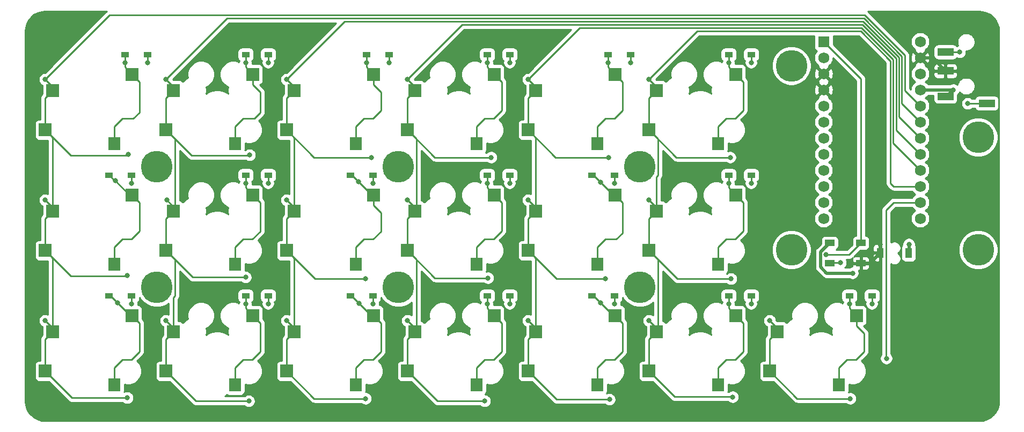
<source format=gbr>
G04 #@! TF.GenerationSoftware,KiCad,Pcbnew,(5.1.7)-1*
G04 #@! TF.CreationDate,2020-12-07T09:59:57+09:00*
G04 #@! TF.ProjectId,pisces,70697363-6573-42e6-9b69-6361645f7063,rev?*
G04 #@! TF.SameCoordinates,Original*
G04 #@! TF.FileFunction,Copper,L2,Bot*
G04 #@! TF.FilePolarity,Positive*
%FSLAX46Y46*%
G04 Gerber Fmt 4.6, Leading zero omitted, Abs format (unit mm)*
G04 Created by KiCad (PCBNEW (5.1.7)-1) date 2020-12-07 09:59:57*
%MOMM*%
%LPD*%
G01*
G04 APERTURE LIST*
G04 #@! TA.AperFunction,SMDPad,CuDef*
%ADD10R,2.500000X1.200000*%
G04 #@! TD*
G04 #@! TA.AperFunction,SMDPad,CuDef*
%ADD11R,1.500000X1.000000*%
G04 #@! TD*
G04 #@! TA.AperFunction,SMDPad,CuDef*
%ADD12R,1.100000X1.600000*%
G04 #@! TD*
G04 #@! TA.AperFunction,WasherPad*
%ADD13C,5.000000*%
G04 #@! TD*
G04 #@! TA.AperFunction,SMDPad,CuDef*
%ADD14R,1.300000X0.950000*%
G04 #@! TD*
G04 #@! TA.AperFunction,SMDPad,CuDef*
%ADD15R,2.000000X2.000000*%
G04 #@! TD*
G04 #@! TA.AperFunction,SMDPad,CuDef*
%ADD16R,1.900000X2.000000*%
G04 #@! TD*
G04 #@! TA.AperFunction,ComponentPad*
%ADD17R,1.752600X1.752600*%
G04 #@! TD*
G04 #@! TA.AperFunction,ComponentPad*
%ADD18C,1.752600*%
G04 #@! TD*
G04 #@! TA.AperFunction,ViaPad*
%ADD19C,0.800000*%
G04 #@! TD*
G04 #@! TA.AperFunction,Conductor*
%ADD20C,0.250000*%
G04 #@! TD*
G04 #@! TA.AperFunction,Conductor*
%ADD21C,0.500000*%
G04 #@! TD*
G04 #@! TA.AperFunction,Conductor*
%ADD22C,0.254000*%
G04 #@! TD*
G04 #@! TA.AperFunction,Conductor*
%ADD23C,0.100000*%
G04 #@! TD*
G04 APERTURE END LIST*
D10*
X183948000Y-44392000D03*
X183948000Y-41392000D03*
X190448000Y-49492000D03*
X183948000Y-48392000D03*
D11*
X165698000Y-74752000D03*
X170598000Y-74752000D03*
X165698000Y-71552000D03*
X170598000Y-71552000D03*
D12*
X173645000Y-73116000D03*
X178145000Y-73116000D03*
D13*
X189103000Y-72644000D03*
X159639000Y-72644000D03*
X159639000Y-43561000D03*
X189103000Y-54864000D03*
X135725000Y-78575000D03*
X135725000Y-59525000D03*
X97625000Y-78575000D03*
X97625000Y-59525000D03*
X59525000Y-78575000D03*
X59525000Y-59525000D03*
D14*
X58036000Y-41783000D03*
X54486000Y-41783000D03*
X55536000Y-60833000D03*
X51986000Y-60833000D03*
X51986000Y-79883000D03*
X55536000Y-79883000D03*
X73536000Y-41783000D03*
X77086000Y-41783000D03*
X77086000Y-60833000D03*
X73536000Y-60833000D03*
X73536000Y-79883000D03*
X77086000Y-79883000D03*
X96135999Y-41783000D03*
X92585999Y-41783000D03*
X93635999Y-60833000D03*
X90085999Y-60833000D03*
X90085999Y-79883000D03*
X93635999Y-79883000D03*
X111636000Y-41783000D03*
X115186000Y-41783000D03*
X115186000Y-60833000D03*
X111636000Y-60833000D03*
X115186000Y-79883000D03*
X111636000Y-79883000D03*
X130686000Y-41783000D03*
X134236000Y-41783000D03*
X131736000Y-60833000D03*
X128186000Y-60833000D03*
X128186000Y-79883000D03*
X131736000Y-79883000D03*
X149736000Y-41783000D03*
X153286000Y-41783000D03*
X153286000Y-60833000D03*
X149736000Y-60833000D03*
X149736000Y-79883000D03*
X153286000Y-79883000D03*
X168786000Y-79883000D03*
X172336000Y-79883000D03*
D15*
X55600000Y-44920000D03*
X43100000Y-47460000D03*
D16*
X52800000Y-55900000D03*
D15*
X41900000Y-53700000D03*
X41900000Y-72750000D03*
D16*
X52800000Y-74950000D03*
D15*
X43100000Y-66510000D03*
X55600000Y-63970000D03*
X55600000Y-83020000D03*
X43100000Y-85560000D03*
D16*
X52800000Y-94000000D03*
D15*
X41900000Y-91800000D03*
X60950000Y-53700000D03*
D16*
X71850000Y-55900000D03*
D15*
X62150000Y-47460000D03*
X74650000Y-44920000D03*
X74650000Y-63970000D03*
X62150000Y-66510000D03*
D16*
X71850000Y-74950000D03*
D15*
X60950000Y-72750000D03*
X60950000Y-91800000D03*
D16*
X71850000Y-94000000D03*
D15*
X62150000Y-85560000D03*
X74650000Y-83020000D03*
X93700000Y-44920000D03*
X81200000Y-47460000D03*
D16*
X90900000Y-55900000D03*
D15*
X80000000Y-53700000D03*
X80000000Y-72750000D03*
D16*
X90900000Y-74950000D03*
D15*
X81200000Y-66510000D03*
X93700000Y-63970000D03*
X93700000Y-83020000D03*
X81200000Y-85560000D03*
D16*
X90900000Y-94000000D03*
D15*
X80000000Y-91800000D03*
X99050000Y-53700000D03*
D16*
X109950000Y-55900000D03*
D15*
X100250000Y-47460000D03*
X112750000Y-44920000D03*
X99050000Y-72750000D03*
D16*
X109950000Y-74950000D03*
D15*
X100250000Y-66510000D03*
X112750000Y-63970000D03*
X112750000Y-83020000D03*
X100250000Y-85560000D03*
D16*
X109950000Y-94000000D03*
D15*
X99050000Y-91800000D03*
X118100000Y-53700000D03*
D16*
X129000000Y-55900000D03*
D15*
X119300000Y-47460000D03*
X131800000Y-44920000D03*
X118100000Y-72750000D03*
D16*
X129000000Y-74950000D03*
D15*
X119300000Y-66510000D03*
X131800000Y-63970000D03*
X118100000Y-91800000D03*
D16*
X129000000Y-94000000D03*
D15*
X119300000Y-85560000D03*
X131800000Y-83020000D03*
X150850000Y-44920000D03*
X138350000Y-47460000D03*
D16*
X148050000Y-55900000D03*
D15*
X137150000Y-53700000D03*
X150850000Y-63970000D03*
X138350000Y-66510000D03*
D16*
X148050000Y-74950000D03*
D15*
X137150000Y-72750000D03*
X150850000Y-83020000D03*
X138350000Y-85560000D03*
D16*
X148050000Y-94000000D03*
D15*
X137150000Y-91800000D03*
X169900000Y-83020000D03*
X157400000Y-85560000D03*
D16*
X167100000Y-94000000D03*
D15*
X156200000Y-91800000D03*
D17*
X164719000Y-39751000D03*
D18*
X164719000Y-42291000D03*
X164719000Y-44831000D03*
X164719000Y-47371000D03*
X164719000Y-49911000D03*
X164719000Y-52451000D03*
X164719000Y-54991000D03*
X164719000Y-57531000D03*
X164719000Y-60071000D03*
X164719000Y-62611000D03*
X164719000Y-65151000D03*
X179959000Y-67691000D03*
X179959000Y-65151000D03*
X179959000Y-62611000D03*
X179959000Y-60071000D03*
X179959000Y-57531000D03*
X179959000Y-54991000D03*
X179959000Y-52451000D03*
X179959000Y-49911000D03*
X179959000Y-47371000D03*
X179959000Y-44831000D03*
X179959000Y-42291000D03*
X164719000Y-67691000D03*
X179959000Y-39751000D03*
D19*
X54483000Y-43053000D03*
X58039000Y-43053000D03*
X77089000Y-43053000D03*
X96139000Y-43053000D03*
X115189000Y-43053000D03*
X134239000Y-43053000D03*
X153289000Y-43053000D03*
X52959000Y-61722000D03*
X55499000Y-62103000D03*
X77089000Y-62103000D03*
X93599000Y-62103000D03*
X115189000Y-62103000D03*
X131699000Y-62103000D03*
X153289000Y-62103000D03*
X55499000Y-81153000D03*
X77089000Y-81153000D03*
X93599000Y-81153000D03*
X115189000Y-81153000D03*
X131699000Y-81153000D03*
X153289000Y-81153000D03*
X172339000Y-81153000D03*
X53340000Y-81026000D03*
X73533000Y-43053000D03*
X73533000Y-62103000D03*
X73533000Y-81153000D03*
X92583000Y-43053000D03*
X91313000Y-61849000D03*
X91467106Y-81089740D03*
X111633000Y-43053000D03*
X111633000Y-62103000D03*
X111633000Y-81153000D03*
X130683000Y-43053000D03*
X129540000Y-61976000D03*
X129540000Y-81026000D03*
X149733000Y-43053000D03*
X149733000Y-62103000D03*
X149733000Y-81153000D03*
X168783000Y-81153000D03*
X173609000Y-71755000D03*
X165100000Y-73406000D03*
X167386000Y-74676000D03*
X185166000Y-47371000D03*
X169291000Y-76327000D03*
X178181000Y-71755000D03*
X41910000Y-45720000D03*
X41910000Y-64770000D03*
X41910000Y-83820000D03*
X54864000Y-96012000D03*
X54864000Y-76708000D03*
X54991000Y-57531000D03*
X60960000Y-45720000D03*
X61087000Y-64770000D03*
X60960000Y-83820000D03*
X74041000Y-96520000D03*
X73533000Y-76962000D03*
X74168000Y-57658000D03*
X80010000Y-45720000D03*
X80010000Y-64770000D03*
X80010000Y-83820000D03*
X92456000Y-96139000D03*
X92456000Y-77216000D03*
X93345000Y-58039000D03*
X99060000Y-45720000D03*
X99060000Y-64770000D03*
X99060000Y-83820000D03*
X111252000Y-96520000D03*
X111760000Y-77089000D03*
X112268000Y-58039000D03*
X118110000Y-45720000D03*
X118110000Y-64770000D03*
X118110000Y-83820000D03*
X130937000Y-96266000D03*
X130302000Y-77216000D03*
X130810000Y-58039000D03*
X137160000Y-45720000D03*
X137160000Y-64770000D03*
X137160000Y-83820000D03*
X150368000Y-95885000D03*
X150114000Y-77216000D03*
X149987000Y-58039000D03*
X156210000Y-83820000D03*
X168910000Y-96139000D03*
X174625000Y-89789000D03*
X187452000Y-49530000D03*
X186182000Y-41402000D03*
D20*
X54483000Y-41786000D02*
X54486000Y-41783000D01*
X54483000Y-43053000D02*
X54483000Y-41786000D01*
X54483000Y-43803000D02*
X55600000Y-44920000D01*
X54483000Y-43053000D02*
X54483000Y-43803000D01*
X52800000Y-53198998D02*
X52800000Y-55900000D01*
X54123999Y-51874999D02*
X52800000Y-53198998D01*
X55821001Y-51874999D02*
X54123999Y-51874999D01*
X56775001Y-50920999D02*
X55821001Y-51874999D01*
X56775001Y-46095001D02*
X56775001Y-50920999D01*
X55600000Y-44920000D02*
X56775001Y-46095001D01*
X58036000Y-43050000D02*
X58039000Y-43053000D01*
X58036000Y-41783000D02*
X58036000Y-43050000D01*
X77086000Y-43050000D02*
X77089000Y-43053000D01*
X77086000Y-41783000D02*
X77086000Y-43050000D01*
X96135999Y-43049999D02*
X96139000Y-43053000D01*
X96135999Y-41783000D02*
X96135999Y-43049999D01*
X115186000Y-43050000D02*
X115189000Y-43053000D01*
X115186000Y-41783000D02*
X115186000Y-43050000D01*
X134236000Y-43050000D02*
X134239000Y-43053000D01*
X134236000Y-41783000D02*
X134236000Y-43050000D01*
X153286000Y-43050000D02*
X153289000Y-43053000D01*
X153286000Y-41783000D02*
X153286000Y-43050000D01*
X52875000Y-61722000D02*
X51986000Y-60833000D01*
X52959000Y-61722000D02*
X52875000Y-61722000D01*
X55207000Y-63970000D02*
X55600000Y-63970000D01*
X52959000Y-61722000D02*
X55207000Y-63970000D01*
X52800000Y-72248998D02*
X52800000Y-74950000D01*
X54123999Y-70924999D02*
X52800000Y-72248998D01*
X55512003Y-70924999D02*
X54123999Y-70924999D01*
X56775001Y-69662001D02*
X55512003Y-70924999D01*
X56775001Y-65145001D02*
X56775001Y-69662001D01*
X55600000Y-63970000D02*
X56775001Y-65145001D01*
X55499000Y-60870000D02*
X55536000Y-60833000D01*
X55499000Y-62103000D02*
X55499000Y-60870000D01*
X77089000Y-60836000D02*
X77086000Y-60833000D01*
X77089000Y-62103000D02*
X77089000Y-60836000D01*
X93635999Y-62066001D02*
X93599000Y-62103000D01*
X93635999Y-60833000D02*
X93635999Y-62066001D01*
X115186000Y-62100000D02*
X115189000Y-62103000D01*
X115186000Y-60833000D02*
X115186000Y-62100000D01*
X131699000Y-60870000D02*
X131736000Y-60833000D01*
X131699000Y-62103000D02*
X131699000Y-60870000D01*
X153289000Y-60836000D02*
X153286000Y-60833000D01*
X153289000Y-62103000D02*
X153289000Y-60836000D01*
X55536000Y-81116000D02*
X55499000Y-81153000D01*
X55536000Y-79883000D02*
X55536000Y-81116000D01*
X77086000Y-81150000D02*
X77089000Y-81153000D01*
X77086000Y-79883000D02*
X77086000Y-81150000D01*
X93599000Y-79919999D02*
X93635999Y-79883000D01*
X93599000Y-81153000D02*
X93599000Y-79919999D01*
X115189000Y-79886000D02*
X115186000Y-79883000D01*
X115189000Y-81153000D02*
X115189000Y-79886000D01*
X131736000Y-81116000D02*
X131699000Y-81153000D01*
X131736000Y-79883000D02*
X131736000Y-81116000D01*
X153286000Y-81150000D02*
X153289000Y-81153000D01*
X153286000Y-79883000D02*
X153286000Y-81150000D01*
X172336000Y-81150000D02*
X172339000Y-81153000D01*
X172336000Y-79883000D02*
X172336000Y-81150000D01*
X52197000Y-79883000D02*
X53340000Y-81026000D01*
X51986000Y-79883000D02*
X52197000Y-79883000D01*
X55334000Y-83020000D02*
X55600000Y-83020000D01*
X53340000Y-81026000D02*
X55334000Y-83020000D01*
X52800000Y-91298998D02*
X52800000Y-94000000D01*
X54123999Y-89974999D02*
X52800000Y-91298998D01*
X55512003Y-89974999D02*
X54123999Y-89974999D01*
X56775001Y-88712001D02*
X55512003Y-89974999D01*
X56775001Y-84195001D02*
X56775001Y-88712001D01*
X55600000Y-83020000D02*
X56775001Y-84195001D01*
X73533000Y-41786000D02*
X73536000Y-41783000D01*
X73533000Y-43053000D02*
X73533000Y-41786000D01*
X73533000Y-43803000D02*
X74650000Y-44920000D01*
X73533000Y-43053000D02*
X73533000Y-43803000D01*
X71850000Y-53198998D02*
X71850000Y-55900000D01*
X73173999Y-51874999D02*
X71850000Y-53198998D01*
X74926001Y-51874999D02*
X73173999Y-51874999D01*
X75825001Y-50975999D02*
X74926001Y-51874999D01*
X75825001Y-47723999D02*
X75825001Y-50975999D01*
X74650000Y-46548998D02*
X75825001Y-47723999D01*
X74650000Y-44920000D02*
X74650000Y-46548998D01*
X73536000Y-62100000D02*
X73533000Y-62103000D01*
X73536000Y-60833000D02*
X73536000Y-62100000D01*
X73533000Y-62853000D02*
X74650000Y-63970000D01*
X73533000Y-62103000D02*
X73533000Y-62853000D01*
X71850000Y-72248998D02*
X71850000Y-74950000D01*
X73173999Y-70924999D02*
X71850000Y-72248998D01*
X75825001Y-69716999D02*
X74617001Y-70924999D01*
X74617001Y-70924999D02*
X73173999Y-70924999D01*
X75825001Y-65145001D02*
X75825001Y-69716999D01*
X74650000Y-63970000D02*
X75825001Y-65145001D01*
X73533000Y-79886000D02*
X73536000Y-79883000D01*
X73533000Y-81153000D02*
X73533000Y-79886000D01*
X73533000Y-81903000D02*
X74650000Y-83020000D01*
X73533000Y-81153000D02*
X73533000Y-81903000D01*
X71850000Y-91298998D02*
X71850000Y-94000000D01*
X74562003Y-89974999D02*
X73173999Y-89974999D01*
X73173999Y-89974999D02*
X71850000Y-91298998D01*
X75825001Y-88712001D02*
X74562003Y-89974999D01*
X75825001Y-84195001D02*
X75825001Y-88712001D01*
X74650000Y-83020000D02*
X75825001Y-84195001D01*
X92583000Y-41785999D02*
X92585999Y-41783000D01*
X92583000Y-43053000D02*
X92583000Y-41785999D01*
X92583000Y-43803000D02*
X93700000Y-44920000D01*
X92583000Y-43053000D02*
X92583000Y-43803000D01*
X93612003Y-51874999D02*
X92223999Y-51874999D01*
X90900000Y-53198998D02*
X90900000Y-55900000D01*
X94875001Y-50612001D02*
X93612003Y-51874999D01*
X92223999Y-51874999D02*
X90900000Y-53198998D01*
X94875001Y-47723999D02*
X94875001Y-50612001D01*
X93700000Y-46548998D02*
X94875001Y-47723999D01*
X93700000Y-44920000D02*
X93700000Y-46548998D01*
X90297000Y-60833000D02*
X91313000Y-61849000D01*
X90085999Y-60833000D02*
X90297000Y-60833000D01*
X93434000Y-63970000D02*
X93700000Y-63970000D01*
X91313000Y-61849000D02*
X93434000Y-63970000D01*
X90900000Y-72248998D02*
X90900000Y-74950000D01*
X92223999Y-70924999D02*
X90900000Y-72248998D01*
X93667001Y-70924999D02*
X92223999Y-70924999D01*
X94875001Y-69716999D02*
X93667001Y-70924999D01*
X94875001Y-66773999D02*
X94875001Y-69716999D01*
X93700000Y-65598998D02*
X94875001Y-66773999D01*
X93700000Y-63970000D02*
X93700000Y-65598998D01*
X90260366Y-79883000D02*
X91467106Y-81089740D01*
X90085999Y-79883000D02*
X90260366Y-79883000D01*
X93397366Y-83020000D02*
X93700000Y-83020000D01*
X91467106Y-81089740D02*
X93397366Y-83020000D01*
X90900000Y-91298998D02*
X90900000Y-94000000D01*
X92223999Y-89974999D02*
X90900000Y-91298998D01*
X94875001Y-88712001D02*
X93612003Y-89974999D01*
X93612003Y-89974999D02*
X92223999Y-89974999D01*
X94875001Y-84195001D02*
X94875001Y-88712001D01*
X93700000Y-83020000D02*
X94875001Y-84195001D01*
X111633000Y-41786000D02*
X111636000Y-41783000D01*
X111633000Y-43053000D02*
X111633000Y-41786000D01*
X111633000Y-43803000D02*
X112750000Y-44920000D01*
X111633000Y-43053000D02*
X111633000Y-43803000D01*
X111273999Y-51874999D02*
X109950000Y-53198998D01*
X109950000Y-53198998D02*
X109950000Y-55900000D01*
X112662003Y-51874999D02*
X111273999Y-51874999D01*
X113925001Y-46095001D02*
X113925001Y-50612001D01*
X113925001Y-50612001D02*
X112662003Y-51874999D01*
X112750000Y-44920000D02*
X113925001Y-46095001D01*
X111633000Y-60836000D02*
X111636000Y-60833000D01*
X111633000Y-62103000D02*
X111633000Y-60836000D01*
X111633000Y-62853000D02*
X112750000Y-63970000D01*
X111633000Y-62103000D02*
X111633000Y-62853000D01*
X111273999Y-70924999D02*
X109950000Y-72248998D01*
X112662003Y-70924999D02*
X111273999Y-70924999D01*
X113925001Y-69662001D02*
X112662003Y-70924999D01*
X109950000Y-72248998D02*
X109950000Y-74950000D01*
X113925001Y-65145001D02*
X113925001Y-69662001D01*
X112750000Y-63970000D02*
X113925001Y-65145001D01*
X111636000Y-81150000D02*
X111633000Y-81153000D01*
X111636000Y-79883000D02*
X111636000Y-81150000D01*
X111633000Y-81903000D02*
X112750000Y-83020000D01*
X111633000Y-81153000D02*
X111633000Y-81903000D01*
X109950000Y-91298998D02*
X109950000Y-94000000D01*
X111273999Y-89974999D02*
X109950000Y-91298998D01*
X112662003Y-89974999D02*
X111273999Y-89974999D01*
X113925001Y-88712001D02*
X112662003Y-89974999D01*
X113925001Y-84195001D02*
X113925001Y-88712001D01*
X112750000Y-83020000D02*
X113925001Y-84195001D01*
X130683000Y-41786000D02*
X130686000Y-41783000D01*
X130683000Y-43053000D02*
X130683000Y-41786000D01*
X130683000Y-43803000D02*
X131800000Y-44920000D01*
X130683000Y-43053000D02*
X130683000Y-43803000D01*
X129000000Y-53198998D02*
X129000000Y-55900000D01*
X130323999Y-51874999D02*
X129000000Y-53198998D01*
X131712003Y-51874999D02*
X130323999Y-51874999D01*
X132975001Y-50612001D02*
X131712003Y-51874999D01*
X132975001Y-46095001D02*
X132975001Y-50612001D01*
X131800000Y-44920000D02*
X132975001Y-46095001D01*
X128397000Y-60833000D02*
X129540000Y-61976000D01*
X128186000Y-60833000D02*
X128397000Y-60833000D01*
X131534000Y-63970000D02*
X131800000Y-63970000D01*
X129540000Y-61976000D02*
X131534000Y-63970000D01*
X129000000Y-72248998D02*
X129000000Y-74950000D01*
X130323999Y-70924999D02*
X129000000Y-72248998D01*
X132975001Y-69970999D02*
X132021001Y-70924999D01*
X132021001Y-70924999D02*
X130323999Y-70924999D01*
X132975001Y-65145001D02*
X132975001Y-69970999D01*
X131800000Y-63970000D02*
X132975001Y-65145001D01*
X128397000Y-79883000D02*
X129540000Y-81026000D01*
X128186000Y-79883000D02*
X128397000Y-79883000D01*
X131534000Y-83020000D02*
X131800000Y-83020000D01*
X129540000Y-81026000D02*
X131534000Y-83020000D01*
X129000000Y-91298998D02*
X129000000Y-94000000D01*
X130323999Y-89974999D02*
X129000000Y-91298998D01*
X131712003Y-89974999D02*
X130323999Y-89974999D01*
X132975001Y-84195001D02*
X132975001Y-88712001D01*
X132975001Y-88712001D02*
X131712003Y-89974999D01*
X131800000Y-83020000D02*
X132975001Y-84195001D01*
X149733000Y-41786000D02*
X149736000Y-41783000D01*
X149733000Y-43053000D02*
X149733000Y-41786000D01*
X149733000Y-43803000D02*
X150850000Y-44920000D01*
X149733000Y-43053000D02*
X149733000Y-43803000D01*
X148050000Y-53198998D02*
X148050000Y-55900000D01*
X149373999Y-51874999D02*
X148050000Y-53198998D01*
X150762003Y-51874999D02*
X149373999Y-51874999D01*
X152025001Y-50612001D02*
X150762003Y-51874999D01*
X152025001Y-46095001D02*
X152025001Y-50612001D01*
X150850000Y-44920000D02*
X152025001Y-46095001D01*
X149736000Y-62100000D02*
X149733000Y-62103000D01*
X149736000Y-60833000D02*
X149736000Y-62100000D01*
X149733000Y-62853000D02*
X150850000Y-63970000D01*
X149733000Y-62103000D02*
X149733000Y-62853000D01*
X148050000Y-72248998D02*
X148050000Y-74950000D01*
X149373999Y-70924999D02*
X148050000Y-72248998D01*
X150762003Y-70924999D02*
X149373999Y-70924999D01*
X152025001Y-69662001D02*
X150762003Y-70924999D01*
X152025001Y-65145001D02*
X152025001Y-69662001D01*
X150850000Y-63970000D02*
X152025001Y-65145001D01*
X149733000Y-79886000D02*
X149736000Y-79883000D01*
X149733000Y-81153000D02*
X149733000Y-79886000D01*
X149733000Y-81903000D02*
X150850000Y-83020000D01*
X149733000Y-81153000D02*
X149733000Y-81903000D01*
X148050000Y-91298998D02*
X148050000Y-94000000D01*
X149373999Y-89974999D02*
X148050000Y-91298998D01*
X150762003Y-89974999D02*
X149373999Y-89974999D01*
X152025001Y-84195001D02*
X152025001Y-88712001D01*
X152025001Y-88712001D02*
X150762003Y-89974999D01*
X150850000Y-83020000D02*
X152025001Y-84195001D01*
X168783000Y-79886000D02*
X168786000Y-79883000D01*
X168783000Y-81153000D02*
X168783000Y-79886000D01*
X168783000Y-81903000D02*
X169900000Y-83020000D01*
X168783000Y-81153000D02*
X168783000Y-81903000D01*
X167100000Y-91298998D02*
X167100000Y-94000000D01*
X168423999Y-89974999D02*
X167100000Y-91298998D01*
X169812003Y-89974999D02*
X168423999Y-89974999D01*
X171075001Y-88712001D02*
X169812003Y-89974999D01*
X171075001Y-85823999D02*
X171075001Y-88712001D01*
X169900000Y-84648998D02*
X171075001Y-85823999D01*
X169900000Y-83020000D02*
X169900000Y-84648998D01*
D21*
X173645000Y-71791000D02*
X173609000Y-71755000D01*
X173645000Y-73116000D02*
X173645000Y-71791000D01*
X172009000Y-74752000D02*
X173645000Y-73116000D01*
X170598000Y-74752000D02*
X172009000Y-74752000D01*
X181847000Y-42291000D02*
X183948000Y-44392000D01*
X179959000Y-42291000D02*
X181847000Y-42291000D01*
D20*
X168744000Y-73406000D02*
X165100000Y-73406000D01*
X170598000Y-71552000D02*
X168744000Y-73406000D01*
X170598000Y-45630000D02*
X170598000Y-71552000D01*
X164719000Y-39751000D02*
X170598000Y-45630000D01*
X165774000Y-74676000D02*
X165698000Y-74752000D01*
X167386000Y-74676000D02*
X165774000Y-74676000D01*
D21*
X179959000Y-47371000D02*
X185166000Y-47371000D01*
X165212998Y-76327000D02*
X169291000Y-76327000D01*
X164249999Y-75364001D02*
X165212998Y-76327000D01*
X164249999Y-73000001D02*
X164249999Y-75364001D01*
X165698000Y-71552000D02*
X164249999Y-73000001D01*
X184145000Y-48392000D02*
X185166000Y-47371000D01*
X183948000Y-48392000D02*
X184145000Y-48392000D01*
X178181000Y-73080000D02*
X178145000Y-73116000D01*
X178181000Y-71755000D02*
X178181000Y-73080000D01*
D20*
X41900000Y-48660000D02*
X43100000Y-47460000D01*
X41900000Y-53700000D02*
X41900000Y-48660000D01*
X41900000Y-67710000D02*
X43100000Y-66510000D01*
X41900000Y-72750000D02*
X41900000Y-67710000D01*
X41900000Y-86760000D02*
X43100000Y-85560000D01*
X41900000Y-91800000D02*
X41900000Y-86760000D01*
X43100000Y-73950000D02*
X41900000Y-72750000D01*
X43100000Y-85560000D02*
X43100000Y-73950000D01*
X43100000Y-54900000D02*
X41900000Y-53700000D01*
X43100000Y-66510000D02*
X43100000Y-54900000D01*
X43100000Y-46910000D02*
X41910000Y-45720000D01*
X43100000Y-47460000D02*
X43100000Y-46910000D01*
X43100000Y-66510000D02*
X43100000Y-65960000D01*
X43100000Y-65960000D02*
X41910000Y-64770000D01*
X43100000Y-85010000D02*
X41910000Y-83820000D01*
X43100000Y-85560000D02*
X43100000Y-85010000D01*
X46112000Y-96012000D02*
X54864000Y-96012000D01*
X41900000Y-91800000D02*
X46112000Y-96012000D01*
X54796999Y-76775001D02*
X54864000Y-76708000D01*
X45925001Y-76775001D02*
X54796999Y-76775001D01*
X41900000Y-72750000D02*
X45925001Y-76775001D01*
X54796999Y-57725001D02*
X54991000Y-57531000D01*
X45925001Y-57725001D02*
X54796999Y-57725001D01*
X41900000Y-53700000D02*
X45925001Y-57725001D01*
X177510055Y-47462055D02*
X179959000Y-49911000D01*
X177510055Y-41867000D02*
X177510055Y-47462055D01*
X171203055Y-35560000D02*
X177510055Y-41867000D01*
X52070000Y-35560000D02*
X171203055Y-35560000D01*
X41910000Y-45720000D02*
X52070000Y-35560000D01*
X60950000Y-86760000D02*
X62150000Y-85560000D01*
X60950000Y-91800000D02*
X60950000Y-86760000D01*
X60950000Y-67710000D02*
X62150000Y-66510000D01*
X60950000Y-72750000D02*
X60950000Y-67710000D01*
X60950000Y-48660000D02*
X62150000Y-47460000D01*
X60950000Y-53700000D02*
X60950000Y-48660000D01*
X62350001Y-55100001D02*
X60950000Y-53700000D01*
X62350001Y-66309999D02*
X62350001Y-55100001D01*
X62150000Y-66510000D02*
X62350001Y-66309999D01*
X62350001Y-74150001D02*
X60950000Y-72750000D01*
X62350001Y-79931001D02*
X62350001Y-74150001D01*
X62150000Y-80131002D02*
X62350001Y-79931001D01*
X62150000Y-85560000D02*
X62150000Y-80131002D01*
X62150000Y-46910000D02*
X60960000Y-45720000D01*
X62150000Y-47460000D02*
X62150000Y-46910000D01*
X62150000Y-65833000D02*
X61087000Y-64770000D01*
X62150000Y-66510000D02*
X62150000Y-65833000D01*
X62150000Y-85010000D02*
X60960000Y-83820000D01*
X62150000Y-85560000D02*
X62150000Y-85010000D01*
X65670000Y-96520000D02*
X74041000Y-96520000D01*
X60950000Y-91800000D02*
X65670000Y-96520000D01*
X65162000Y-76962000D02*
X73533000Y-76962000D01*
X60950000Y-72750000D02*
X65162000Y-76962000D01*
X74100999Y-57725001D02*
X74168000Y-57658000D01*
X64975001Y-57725001D02*
X74100999Y-57725001D01*
X60950000Y-53700000D02*
X64975001Y-57725001D01*
X177060044Y-49552044D02*
X179959000Y-52451000D01*
X177060044Y-42053400D02*
X177060044Y-49552044D01*
X171074644Y-36068000D02*
X177060044Y-42053400D01*
X70612000Y-36068000D02*
X171074644Y-36068000D01*
X60960000Y-45720000D02*
X70612000Y-36068000D01*
X80000000Y-48660000D02*
X81200000Y-47460000D01*
X80000000Y-53700000D02*
X80000000Y-48660000D01*
X80000000Y-67710000D02*
X81200000Y-66510000D01*
X80000000Y-72750000D02*
X80000000Y-67710000D01*
X80000000Y-86760000D02*
X81200000Y-85560000D01*
X80000000Y-91800000D02*
X80000000Y-86760000D01*
X81200000Y-73950000D02*
X80000000Y-72750000D01*
X81200000Y-85560000D02*
X81200000Y-73950000D01*
X81200000Y-54900000D02*
X80000000Y-53700000D01*
X81200000Y-66510000D02*
X81200000Y-54900000D01*
X81200000Y-46910000D02*
X80010000Y-45720000D01*
X81200000Y-47460000D02*
X81200000Y-46910000D01*
X81200000Y-65960000D02*
X80010000Y-64770000D01*
X81200000Y-66510000D02*
X81200000Y-65960000D01*
X81200000Y-85010000D02*
X80010000Y-83820000D01*
X81200000Y-85560000D02*
X81200000Y-85010000D01*
X84339000Y-96139000D02*
X92456000Y-96139000D01*
X80000000Y-91800000D02*
X84339000Y-96139000D01*
X84466000Y-77216000D02*
X92456000Y-77216000D01*
X80000000Y-72750000D02*
X84466000Y-77216000D01*
X84339000Y-58039000D02*
X93345000Y-58039000D01*
X80000000Y-53700000D02*
X84339000Y-58039000D01*
X176610033Y-42239800D02*
X170946233Y-36576000D01*
X170946233Y-36576000D02*
X89154000Y-36576000D01*
X176610033Y-51642033D02*
X176610033Y-42239800D01*
X89154000Y-36576000D02*
X80010000Y-45720000D01*
X179959000Y-54991000D02*
X176610033Y-51642033D01*
X99050000Y-86760000D02*
X100250000Y-85560000D01*
X99050000Y-91800000D02*
X99050000Y-86760000D01*
X99050000Y-67710000D02*
X100250000Y-66510000D01*
X99050000Y-72750000D02*
X99050000Y-67710000D01*
X99050000Y-48660000D02*
X100250000Y-47460000D01*
X99050000Y-53700000D02*
X99050000Y-48660000D01*
X100450001Y-55100001D02*
X99050000Y-53700000D01*
X100450001Y-66309999D02*
X100450001Y-55100001D01*
X100250000Y-66510000D02*
X100450001Y-66309999D01*
X100450001Y-74150001D02*
X99050000Y-72750000D01*
X100450001Y-85359999D02*
X100450001Y-74150001D01*
X100250000Y-85560000D02*
X100450001Y-85359999D01*
X100250000Y-46910000D02*
X99060000Y-45720000D01*
X100250000Y-47460000D02*
X100250000Y-46910000D01*
X100250000Y-65960000D02*
X99060000Y-64770000D01*
X100250000Y-66510000D02*
X100250000Y-65960000D01*
X100250000Y-85010000D02*
X99060000Y-83820000D01*
X100250000Y-85560000D02*
X100250000Y-85010000D01*
X103770000Y-96520000D02*
X111252000Y-96520000D01*
X99050000Y-91800000D02*
X103770000Y-96520000D01*
X103389000Y-77089000D02*
X111760000Y-77089000D01*
X99050000Y-72750000D02*
X103389000Y-77089000D01*
X103389000Y-58039000D02*
X112268000Y-58039000D01*
X99050000Y-53700000D02*
X103389000Y-58039000D01*
X107696000Y-37084000D02*
X99060000Y-45720000D01*
X170817822Y-37084000D02*
X107696000Y-37084000D01*
X176160022Y-42426200D02*
X170817822Y-37084000D01*
X176160022Y-53732022D02*
X176160022Y-42426200D01*
X179959000Y-57531000D02*
X176160022Y-53732022D01*
X118100000Y-48660000D02*
X119300000Y-47460000D01*
X118100000Y-53700000D02*
X118100000Y-48660000D01*
X118100000Y-67710000D02*
X119300000Y-66510000D01*
X118100000Y-72750000D02*
X118100000Y-67710000D01*
X118100000Y-86760000D02*
X119300000Y-85560000D01*
X118100000Y-91800000D02*
X118100000Y-86760000D01*
X119300000Y-73950000D02*
X118100000Y-72750000D01*
X119300000Y-85560000D02*
X119300000Y-73950000D01*
X119300000Y-54900000D02*
X118100000Y-53700000D01*
X119300000Y-66510000D02*
X119300000Y-54900000D01*
X119300000Y-46910000D02*
X118110000Y-45720000D01*
X119300000Y-47460000D02*
X119300000Y-46910000D01*
X119300000Y-65960000D02*
X118110000Y-64770000D01*
X119300000Y-66510000D02*
X119300000Y-65960000D01*
X119300000Y-85010000D02*
X118110000Y-83820000D01*
X119300000Y-85560000D02*
X119300000Y-85010000D01*
X122566000Y-96266000D02*
X130937000Y-96266000D01*
X118100000Y-91800000D02*
X122566000Y-96266000D01*
X122566000Y-77216000D02*
X130302000Y-77216000D01*
X118100000Y-72750000D02*
X122566000Y-77216000D01*
X122439000Y-58039000D02*
X130810000Y-58039000D01*
X118100000Y-53700000D02*
X122439000Y-58039000D01*
X170689411Y-37592000D02*
X126238000Y-37592000D01*
X175710011Y-42612600D02*
X170689411Y-37592000D01*
X175710011Y-55822011D02*
X175710011Y-42612600D01*
X126238000Y-37592000D02*
X118110000Y-45720000D01*
X179959000Y-60071000D02*
X175710011Y-55822011D01*
X137150000Y-86760000D02*
X138350000Y-85560000D01*
X137150000Y-91800000D02*
X137150000Y-86760000D01*
X137150000Y-67710000D02*
X138350000Y-66510000D01*
X137150000Y-72750000D02*
X137150000Y-67710000D01*
X137150000Y-48660000D02*
X138350000Y-47460000D01*
X137150000Y-53700000D02*
X137150000Y-48660000D01*
X138550001Y-74150001D02*
X137150000Y-72750000D01*
X138550001Y-85359999D02*
X138550001Y-74150001D01*
X138350000Y-85560000D02*
X138550001Y-85359999D01*
X138550001Y-55100001D02*
X137150000Y-53700000D01*
X138550001Y-60881001D02*
X138550001Y-55100001D01*
X138350000Y-61081002D02*
X138550001Y-60881001D01*
X138350000Y-66510000D02*
X138350000Y-61081002D01*
X138350000Y-46910000D02*
X137160000Y-45720000D01*
X138350000Y-47460000D02*
X138350000Y-46910000D01*
X138350000Y-65960000D02*
X137160000Y-64770000D01*
X138350000Y-66510000D02*
X138350000Y-65960000D01*
X138350000Y-85010000D02*
X137160000Y-83820000D01*
X138350000Y-85560000D02*
X138350000Y-85010000D01*
X150308001Y-95825001D02*
X150368000Y-95885000D01*
X141175001Y-95825001D02*
X150308001Y-95825001D01*
X137150000Y-91800000D02*
X141175001Y-95825001D01*
X141616000Y-77216000D02*
X150114000Y-77216000D01*
X137150000Y-72750000D02*
X141616000Y-77216000D01*
X141489000Y-58039000D02*
X149987000Y-58039000D01*
X137150000Y-53700000D02*
X141489000Y-58039000D01*
X144780000Y-38100000D02*
X137160000Y-45720000D01*
X170561000Y-38100000D02*
X144780000Y-38100000D01*
X175260000Y-42799000D02*
X170561000Y-38100000D01*
X175260000Y-62103000D02*
X175260000Y-42799000D01*
X175768000Y-62611000D02*
X175260000Y-62103000D01*
X179959000Y-62611000D02*
X175768000Y-62611000D01*
X156200000Y-86760000D02*
X157400000Y-85560000D01*
X156200000Y-91800000D02*
X156200000Y-86760000D01*
X157400000Y-85010000D02*
X156210000Y-83820000D01*
X157400000Y-85560000D02*
X157400000Y-85010000D01*
X160539000Y-96139000D02*
X168910000Y-96139000D01*
X156200000Y-91800000D02*
X160539000Y-96139000D01*
X174566699Y-89730699D02*
X174625000Y-89789000D01*
X174566699Y-66352301D02*
X174566699Y-89730699D01*
X175768000Y-65151000D02*
X174566699Y-66352301D01*
X175768000Y-65151000D02*
X179959000Y-65151000D01*
X187460000Y-49522000D02*
X187452000Y-49530000D01*
X190468000Y-49522000D02*
X187460000Y-49522000D01*
X186172000Y-41392000D02*
X186182000Y-41402000D01*
X183948000Y-41392000D02*
X186172000Y-41392000D01*
D22*
X51529999Y-35019999D02*
X51506201Y-35048997D01*
X41870199Y-44685000D01*
X41808061Y-44685000D01*
X41608102Y-44724774D01*
X41419744Y-44802795D01*
X41250226Y-44916063D01*
X41106063Y-45060226D01*
X40992795Y-45229744D01*
X40914774Y-45418102D01*
X40875000Y-45618061D01*
X40875000Y-45821939D01*
X40914774Y-46021898D01*
X40992795Y-46210256D01*
X41106063Y-46379774D01*
X41250226Y-46523937D01*
X41419744Y-46637205D01*
X41461928Y-46654678D01*
X41461928Y-48023271D01*
X41388998Y-48096201D01*
X41360000Y-48119999D01*
X41336202Y-48148997D01*
X41336201Y-48148998D01*
X41265026Y-48235724D01*
X41194454Y-48367754D01*
X41175711Y-48429544D01*
X41150998Y-48511014D01*
X41140973Y-48612795D01*
X41136324Y-48660000D01*
X41140001Y-48697332D01*
X41140000Y-52061928D01*
X40900000Y-52061928D01*
X40775518Y-52074188D01*
X40655820Y-52110498D01*
X40545506Y-52169463D01*
X40448815Y-52248815D01*
X40369463Y-52345506D01*
X40310498Y-52455820D01*
X40274188Y-52575518D01*
X40261928Y-52700000D01*
X40261928Y-54700000D01*
X40274188Y-54824482D01*
X40310498Y-54944180D01*
X40369463Y-55054494D01*
X40448815Y-55151185D01*
X40545506Y-55230537D01*
X40655820Y-55289502D01*
X40775518Y-55325812D01*
X40900000Y-55338072D01*
X42340001Y-55338072D01*
X42340000Y-63827836D01*
X42211898Y-63774774D01*
X42011939Y-63735000D01*
X41808061Y-63735000D01*
X41608102Y-63774774D01*
X41419744Y-63852795D01*
X41250226Y-63966063D01*
X41106063Y-64110226D01*
X40992795Y-64279744D01*
X40914774Y-64468102D01*
X40875000Y-64668061D01*
X40875000Y-64871939D01*
X40914774Y-65071898D01*
X40992795Y-65260256D01*
X41106063Y-65429774D01*
X41250226Y-65573937D01*
X41419744Y-65687205D01*
X41461928Y-65704678D01*
X41461928Y-67073271D01*
X41388998Y-67146201D01*
X41360000Y-67169999D01*
X41336202Y-67198997D01*
X41336201Y-67198998D01*
X41265026Y-67285724D01*
X41194454Y-67417754D01*
X41180123Y-67465000D01*
X41150998Y-67561014D01*
X41140001Y-67672667D01*
X41136324Y-67710000D01*
X41140001Y-67747332D01*
X41140000Y-71111928D01*
X40900000Y-71111928D01*
X40775518Y-71124188D01*
X40655820Y-71160498D01*
X40545506Y-71219463D01*
X40448815Y-71298815D01*
X40369463Y-71395506D01*
X40310498Y-71505820D01*
X40274188Y-71625518D01*
X40261928Y-71750000D01*
X40261928Y-73750000D01*
X40274188Y-73874482D01*
X40310498Y-73994180D01*
X40369463Y-74104494D01*
X40448815Y-74201185D01*
X40545506Y-74280537D01*
X40655820Y-74339502D01*
X40775518Y-74375812D01*
X40900000Y-74388072D01*
X42340001Y-74388072D01*
X42340000Y-82877836D01*
X42211898Y-82824774D01*
X42011939Y-82785000D01*
X41808061Y-82785000D01*
X41608102Y-82824774D01*
X41419744Y-82902795D01*
X41250226Y-83016063D01*
X41106063Y-83160226D01*
X40992795Y-83329744D01*
X40914774Y-83518102D01*
X40875000Y-83718061D01*
X40875000Y-83921939D01*
X40914774Y-84121898D01*
X40992795Y-84310256D01*
X41106063Y-84479774D01*
X41250226Y-84623937D01*
X41419744Y-84737205D01*
X41461928Y-84754678D01*
X41461928Y-86123271D01*
X41388998Y-86196201D01*
X41360000Y-86219999D01*
X41336202Y-86248997D01*
X41336201Y-86248998D01*
X41265026Y-86335724D01*
X41194454Y-86467754D01*
X41180123Y-86515000D01*
X41150998Y-86611014D01*
X41140001Y-86722667D01*
X41136324Y-86760000D01*
X41140001Y-86797332D01*
X41140000Y-90161928D01*
X40900000Y-90161928D01*
X40775518Y-90174188D01*
X40655820Y-90210498D01*
X40545506Y-90269463D01*
X40448815Y-90348815D01*
X40369463Y-90445506D01*
X40310498Y-90555820D01*
X40274188Y-90675518D01*
X40261928Y-90800000D01*
X40261928Y-92800000D01*
X40274188Y-92924482D01*
X40310498Y-93044180D01*
X40369463Y-93154494D01*
X40448815Y-93251185D01*
X40545506Y-93330537D01*
X40655820Y-93389502D01*
X40775518Y-93425812D01*
X40900000Y-93438072D01*
X42463271Y-93438072D01*
X45548201Y-96523003D01*
X45571999Y-96552001D01*
X45600997Y-96575799D01*
X45687724Y-96646974D01*
X45819753Y-96717546D01*
X45963014Y-96761003D01*
X46112000Y-96775677D01*
X46149333Y-96772000D01*
X54160289Y-96772000D01*
X54204226Y-96815937D01*
X54373744Y-96929205D01*
X54562102Y-97007226D01*
X54762061Y-97047000D01*
X54965939Y-97047000D01*
X55165898Y-97007226D01*
X55354256Y-96929205D01*
X55523774Y-96815937D01*
X55667937Y-96671774D01*
X55781205Y-96502256D01*
X55859226Y-96313898D01*
X55899000Y-96113939D01*
X55899000Y-95910061D01*
X55859226Y-95710102D01*
X55781205Y-95521744D01*
X55667937Y-95352226D01*
X55523774Y-95208063D01*
X55354256Y-95094795D01*
X55165898Y-95016774D01*
X54965939Y-94977000D01*
X54762061Y-94977000D01*
X54562102Y-95016774D01*
X54378948Y-95092639D01*
X54388072Y-95000000D01*
X54388072Y-93855107D01*
X54789721Y-93935000D01*
X55210279Y-93935000D01*
X55622756Y-93852953D01*
X56011302Y-93692012D01*
X56360983Y-93458363D01*
X56658363Y-93160983D01*
X56892012Y-92811302D01*
X57052953Y-92422756D01*
X57135000Y-92010279D01*
X57135000Y-91589721D01*
X57052953Y-91177244D01*
X56892012Y-90788698D01*
X56658363Y-90439017D01*
X56390575Y-90171229D01*
X57286004Y-89275800D01*
X57315002Y-89252002D01*
X57365313Y-89190698D01*
X57409975Y-89136278D01*
X57480547Y-89004248D01*
X57524004Y-88860987D01*
X57535001Y-88749334D01*
X57535001Y-88749324D01*
X57538677Y-88712001D01*
X57535001Y-88674678D01*
X57535001Y-84232323D01*
X57538677Y-84195000D01*
X57535001Y-84157677D01*
X57535001Y-84157668D01*
X57524004Y-84046015D01*
X57480547Y-83902754D01*
X57409975Y-83770725D01*
X57315002Y-83655000D01*
X57286005Y-83631203D01*
X57238072Y-83583270D01*
X57238072Y-82020000D01*
X57225812Y-81895518D01*
X57189502Y-81775820D01*
X57130537Y-81665506D01*
X57051185Y-81568815D01*
X56954494Y-81489463D01*
X56844180Y-81430498D01*
X56724482Y-81394188D01*
X56600000Y-81381928D01*
X56508741Y-81381928D01*
X56534000Y-81254939D01*
X56534000Y-81051061D01*
X56505403Y-80907294D01*
X56540494Y-80888537D01*
X56637185Y-80809185D01*
X56716537Y-80712494D01*
X56775502Y-80602180D01*
X56811812Y-80482482D01*
X56824072Y-80358000D01*
X56824072Y-80175626D01*
X57089886Y-80573446D01*
X57526554Y-81010114D01*
X58040021Y-81353201D01*
X58610554Y-81589524D01*
X59216229Y-81710000D01*
X59833771Y-81710000D01*
X60439446Y-81589524D01*
X61009979Y-81353201D01*
X61390001Y-81099279D01*
X61390000Y-82877836D01*
X61261898Y-82824774D01*
X61061939Y-82785000D01*
X60858061Y-82785000D01*
X60658102Y-82824774D01*
X60469744Y-82902795D01*
X60300226Y-83016063D01*
X60156063Y-83160226D01*
X60042795Y-83329744D01*
X59964774Y-83518102D01*
X59925000Y-83718061D01*
X59925000Y-83921939D01*
X59964774Y-84121898D01*
X60042795Y-84310256D01*
X60156063Y-84479774D01*
X60300226Y-84623937D01*
X60469744Y-84737205D01*
X60511928Y-84754678D01*
X60511928Y-86123271D01*
X60438998Y-86196201D01*
X60410000Y-86219999D01*
X60386202Y-86248997D01*
X60386201Y-86248998D01*
X60315026Y-86335724D01*
X60244454Y-86467754D01*
X60230123Y-86515000D01*
X60200998Y-86611014D01*
X60190001Y-86722667D01*
X60186324Y-86760000D01*
X60190001Y-86797332D01*
X60190000Y-90161928D01*
X59950000Y-90161928D01*
X59825518Y-90174188D01*
X59705820Y-90210498D01*
X59595506Y-90269463D01*
X59498815Y-90348815D01*
X59419463Y-90445506D01*
X59360498Y-90555820D01*
X59324188Y-90675518D01*
X59311928Y-90800000D01*
X59311928Y-92800000D01*
X59324188Y-92924482D01*
X59360498Y-93044180D01*
X59419463Y-93154494D01*
X59498815Y-93251185D01*
X59595506Y-93330537D01*
X59705820Y-93389502D01*
X59825518Y-93425812D01*
X59950000Y-93438072D01*
X61513271Y-93438072D01*
X65106201Y-97031003D01*
X65129999Y-97060001D01*
X65158997Y-97083799D01*
X65245723Y-97154974D01*
X65377753Y-97225546D01*
X65521014Y-97269003D01*
X65632667Y-97280000D01*
X65632677Y-97280000D01*
X65669999Y-97283676D01*
X65707322Y-97280000D01*
X73337289Y-97280000D01*
X73381226Y-97323937D01*
X73550744Y-97437205D01*
X73739102Y-97515226D01*
X73939061Y-97555000D01*
X74142939Y-97555000D01*
X74342898Y-97515226D01*
X74531256Y-97437205D01*
X74700774Y-97323937D01*
X74844937Y-97179774D01*
X74958205Y-97010256D01*
X75036226Y-96821898D01*
X75076000Y-96621939D01*
X75076000Y-96418061D01*
X75036226Y-96218102D01*
X74958205Y-96029744D01*
X74844937Y-95860226D01*
X74700774Y-95716063D01*
X74531256Y-95602795D01*
X74342898Y-95524774D01*
X74142939Y-95485000D01*
X73939061Y-95485000D01*
X73739102Y-95524774D01*
X73550744Y-95602795D01*
X73381226Y-95716063D01*
X73337289Y-95760000D01*
X70258872Y-95760000D01*
X70410983Y-95658363D01*
X70541828Y-95527518D01*
X70545506Y-95530537D01*
X70655820Y-95589502D01*
X70775518Y-95625812D01*
X70900000Y-95638072D01*
X72800000Y-95638072D01*
X72924482Y-95625812D01*
X73044180Y-95589502D01*
X73154494Y-95530537D01*
X73251185Y-95451185D01*
X73330537Y-95354494D01*
X73389502Y-95244180D01*
X73425812Y-95124482D01*
X73438072Y-95000000D01*
X73438072Y-93855107D01*
X73839721Y-93935000D01*
X74260279Y-93935000D01*
X74672756Y-93852953D01*
X75061302Y-93692012D01*
X75410983Y-93458363D01*
X75708363Y-93160983D01*
X75942012Y-92811302D01*
X76102953Y-92422756D01*
X76185000Y-92010279D01*
X76185000Y-91589721D01*
X76102953Y-91177244D01*
X75942012Y-90788698D01*
X75708363Y-90439017D01*
X75440575Y-90171229D01*
X76336004Y-89275800D01*
X76365002Y-89252002D01*
X76415313Y-89190698D01*
X76459975Y-89136278D01*
X76530547Y-89004248D01*
X76574004Y-88860987D01*
X76585001Y-88749334D01*
X76585001Y-88749324D01*
X76588677Y-88712001D01*
X76585001Y-88674678D01*
X76585001Y-84232323D01*
X76588677Y-84195000D01*
X76585001Y-84157677D01*
X76585001Y-84157668D01*
X76574004Y-84046015D01*
X76530547Y-83902754D01*
X76459975Y-83770725D01*
X76365002Y-83655000D01*
X76336005Y-83631203D01*
X76288072Y-83583270D01*
X76288072Y-82020000D01*
X76275812Y-81895518D01*
X76239502Y-81775820D01*
X76180537Y-81665506D01*
X76101185Y-81568815D01*
X76004494Y-81489463D01*
X75894180Y-81430498D01*
X75774482Y-81394188D01*
X75650000Y-81381928D01*
X74542741Y-81381928D01*
X74568000Y-81254939D01*
X74568000Y-81051061D01*
X74536136Y-80890867D01*
X74540494Y-80888537D01*
X74637185Y-80809185D01*
X74716537Y-80712494D01*
X74775502Y-80602180D01*
X74811812Y-80482482D01*
X74824072Y-80358000D01*
X74824072Y-79408000D01*
X75797928Y-79408000D01*
X75797928Y-80358000D01*
X75810188Y-80482482D01*
X75846498Y-80602180D01*
X75905463Y-80712494D01*
X75984815Y-80809185D01*
X76081506Y-80888537D01*
X76085864Y-80890867D01*
X76054000Y-81051061D01*
X76054000Y-81254939D01*
X76093774Y-81454898D01*
X76171795Y-81643256D01*
X76285063Y-81812774D01*
X76429226Y-81956937D01*
X76598744Y-82070205D01*
X76787102Y-82148226D01*
X76987061Y-82188000D01*
X77190939Y-82188000D01*
X77390898Y-82148226D01*
X77579256Y-82070205D01*
X77748774Y-81956937D01*
X77892937Y-81812774D01*
X78006205Y-81643256D01*
X78084226Y-81454898D01*
X78124000Y-81254939D01*
X78124000Y-81051061D01*
X78091507Y-80887706D01*
X78187185Y-80809185D01*
X78266537Y-80712494D01*
X78325502Y-80602180D01*
X78361812Y-80482482D01*
X78374072Y-80358000D01*
X78374072Y-79408000D01*
X78361812Y-79283518D01*
X78325502Y-79163820D01*
X78266537Y-79053506D01*
X78187185Y-78956815D01*
X78090494Y-78877463D01*
X77980180Y-78818498D01*
X77860482Y-78782188D01*
X77736000Y-78769928D01*
X76436000Y-78769928D01*
X76311518Y-78782188D01*
X76191820Y-78818498D01*
X76081506Y-78877463D01*
X75984815Y-78956815D01*
X75905463Y-79053506D01*
X75846498Y-79163820D01*
X75810188Y-79283518D01*
X75797928Y-79408000D01*
X74824072Y-79408000D01*
X74811812Y-79283518D01*
X74775502Y-79163820D01*
X74716537Y-79053506D01*
X74637185Y-78956815D01*
X74540494Y-78877463D01*
X74430180Y-78818498D01*
X74310482Y-78782188D01*
X74186000Y-78769928D01*
X72886000Y-78769928D01*
X72761518Y-78782188D01*
X72641820Y-78818498D01*
X72531506Y-78877463D01*
X72434815Y-78956815D01*
X72355463Y-79053506D01*
X72296498Y-79163820D01*
X72260188Y-79283518D01*
X72247928Y-79408000D01*
X72247928Y-80358000D01*
X72260188Y-80482482D01*
X72296498Y-80602180D01*
X72355463Y-80712494D01*
X72434815Y-80809185D01*
X72530493Y-80887706D01*
X72498000Y-81051061D01*
X72498000Y-81085199D01*
X72212756Y-80967047D01*
X71800279Y-80885000D01*
X71379721Y-80885000D01*
X70967244Y-80967047D01*
X70578698Y-81127988D01*
X70229017Y-81361637D01*
X69931637Y-81659017D01*
X69697988Y-82008698D01*
X69537047Y-82397244D01*
X69455000Y-82809721D01*
X69455000Y-83230279D01*
X69537047Y-83642756D01*
X69697988Y-84031302D01*
X69931637Y-84380983D01*
X70229017Y-84678363D01*
X70578698Y-84912012D01*
X70794302Y-85001318D01*
X70725000Y-85349721D01*
X70725000Y-85770279D01*
X70794095Y-86117642D01*
X70729715Y-86053262D01*
X70298141Y-85764893D01*
X69818601Y-85566261D01*
X69309525Y-85465000D01*
X68790475Y-85465000D01*
X68281399Y-85566261D01*
X67801859Y-85764893D01*
X67370285Y-86053262D01*
X67305905Y-86117642D01*
X67375000Y-85770279D01*
X67375000Y-85349721D01*
X67305698Y-85001318D01*
X67521302Y-84912012D01*
X67870983Y-84678363D01*
X68168363Y-84380983D01*
X68402012Y-84031302D01*
X68562953Y-83642756D01*
X68645000Y-83230279D01*
X68645000Y-82809721D01*
X68562953Y-82397244D01*
X68402012Y-82008698D01*
X68168363Y-81659017D01*
X67870983Y-81361637D01*
X67521302Y-81127988D01*
X67132756Y-80967047D01*
X66720279Y-80885000D01*
X66299721Y-80885000D01*
X65887244Y-80967047D01*
X65498698Y-81127988D01*
X65149017Y-81361637D01*
X64851637Y-81659017D01*
X64617988Y-82008698D01*
X64457047Y-82397244D01*
X64375000Y-82809721D01*
X64375000Y-83230279D01*
X64444302Y-83578682D01*
X64228698Y-83667988D01*
X63879017Y-83901637D01*
X63633033Y-84147621D01*
X63601185Y-84108815D01*
X63504494Y-84029463D01*
X63394180Y-83970498D01*
X63274482Y-83934188D01*
X63150000Y-83921928D01*
X62910000Y-83921928D01*
X62910000Y-80446634D01*
X62984975Y-80355277D01*
X63055547Y-80223248D01*
X63099004Y-80079987D01*
X63110001Y-79968334D01*
X63110001Y-79968325D01*
X63113677Y-79931002D01*
X63110001Y-79893679D01*
X63110001Y-75984803D01*
X64598201Y-77473003D01*
X64621999Y-77502001D01*
X64650997Y-77525799D01*
X64737724Y-77596974D01*
X64869753Y-77667546D01*
X65013014Y-77711003D01*
X65162000Y-77725677D01*
X65199333Y-77722000D01*
X72829289Y-77722000D01*
X72873226Y-77765937D01*
X73042744Y-77879205D01*
X73231102Y-77957226D01*
X73431061Y-77997000D01*
X73634939Y-77997000D01*
X73834898Y-77957226D01*
X74023256Y-77879205D01*
X74192774Y-77765937D01*
X74336937Y-77621774D01*
X74450205Y-77452256D01*
X74528226Y-77263898D01*
X74568000Y-77063939D01*
X74568000Y-76860061D01*
X74528226Y-76660102D01*
X74450205Y-76471744D01*
X74336937Y-76302226D01*
X74192774Y-76158063D01*
X74023256Y-76044795D01*
X73834898Y-75966774D01*
X73634939Y-75927000D01*
X73438072Y-75927000D01*
X73438072Y-74805107D01*
X73839721Y-74885000D01*
X74260279Y-74885000D01*
X74672756Y-74802953D01*
X75061302Y-74642012D01*
X75410983Y-74408363D01*
X75708363Y-74110983D01*
X75942012Y-73761302D01*
X76102953Y-73372756D01*
X76185000Y-72960279D01*
X76185000Y-72539721D01*
X76102953Y-72127244D01*
X75942012Y-71738698D01*
X75708363Y-71389017D01*
X75468074Y-71148728D01*
X76336004Y-70280798D01*
X76365002Y-70257000D01*
X76410138Y-70202002D01*
X76459975Y-70141276D01*
X76530547Y-70009246D01*
X76547230Y-69954248D01*
X76574004Y-69865985D01*
X76585001Y-69754332D01*
X76585001Y-69754322D01*
X76588677Y-69716999D01*
X76585001Y-69679677D01*
X76585001Y-65182323D01*
X76588677Y-65145000D01*
X76585001Y-65107677D01*
X76585001Y-65107668D01*
X76574004Y-64996015D01*
X76530547Y-64852754D01*
X76459975Y-64720725D01*
X76365002Y-64605000D01*
X76336005Y-64581203D01*
X76288072Y-64533270D01*
X76288072Y-62970000D01*
X76275812Y-62845518D01*
X76239502Y-62725820D01*
X76180537Y-62615506D01*
X76101185Y-62518815D01*
X76004494Y-62439463D01*
X75894180Y-62380498D01*
X75774482Y-62344188D01*
X75650000Y-62331928D01*
X74542741Y-62331928D01*
X74568000Y-62204939D01*
X74568000Y-62001061D01*
X74536136Y-61840867D01*
X74540494Y-61838537D01*
X74637185Y-61759185D01*
X74716537Y-61662494D01*
X74775502Y-61552180D01*
X74811812Y-61432482D01*
X74824072Y-61308000D01*
X74824072Y-60358000D01*
X75797928Y-60358000D01*
X75797928Y-61308000D01*
X75810188Y-61432482D01*
X75846498Y-61552180D01*
X75905463Y-61662494D01*
X75984815Y-61759185D01*
X76081506Y-61838537D01*
X76085864Y-61840867D01*
X76054000Y-62001061D01*
X76054000Y-62204939D01*
X76093774Y-62404898D01*
X76171795Y-62593256D01*
X76285063Y-62762774D01*
X76429226Y-62906937D01*
X76598744Y-63020205D01*
X76787102Y-63098226D01*
X76987061Y-63138000D01*
X77190939Y-63138000D01*
X77390898Y-63098226D01*
X77579256Y-63020205D01*
X77748774Y-62906937D01*
X77892937Y-62762774D01*
X78006205Y-62593256D01*
X78084226Y-62404898D01*
X78124000Y-62204939D01*
X78124000Y-62001061D01*
X78091507Y-61837706D01*
X78187185Y-61759185D01*
X78266537Y-61662494D01*
X78325502Y-61552180D01*
X78361812Y-61432482D01*
X78374072Y-61308000D01*
X78374072Y-60358000D01*
X78361812Y-60233518D01*
X78325502Y-60113820D01*
X78266537Y-60003506D01*
X78187185Y-59906815D01*
X78090494Y-59827463D01*
X77980180Y-59768498D01*
X77860482Y-59732188D01*
X77736000Y-59719928D01*
X76436000Y-59719928D01*
X76311518Y-59732188D01*
X76191820Y-59768498D01*
X76081506Y-59827463D01*
X75984815Y-59906815D01*
X75905463Y-60003506D01*
X75846498Y-60113820D01*
X75810188Y-60233518D01*
X75797928Y-60358000D01*
X74824072Y-60358000D01*
X74811812Y-60233518D01*
X74775502Y-60113820D01*
X74716537Y-60003506D01*
X74637185Y-59906815D01*
X74540494Y-59827463D01*
X74430180Y-59768498D01*
X74310482Y-59732188D01*
X74186000Y-59719928D01*
X72886000Y-59719928D01*
X72761518Y-59732188D01*
X72641820Y-59768498D01*
X72531506Y-59827463D01*
X72434815Y-59906815D01*
X72355463Y-60003506D01*
X72296498Y-60113820D01*
X72260188Y-60233518D01*
X72247928Y-60358000D01*
X72247928Y-61308000D01*
X72260188Y-61432482D01*
X72296498Y-61552180D01*
X72355463Y-61662494D01*
X72434815Y-61759185D01*
X72530493Y-61837706D01*
X72498000Y-62001061D01*
X72498000Y-62035199D01*
X72212756Y-61917047D01*
X71800279Y-61835000D01*
X71379721Y-61835000D01*
X70967244Y-61917047D01*
X70578698Y-62077988D01*
X70229017Y-62311637D01*
X69931637Y-62609017D01*
X69697988Y-62958698D01*
X69537047Y-63347244D01*
X69455000Y-63759721D01*
X69455000Y-64180279D01*
X69537047Y-64592756D01*
X69697988Y-64981302D01*
X69931637Y-65330983D01*
X70229017Y-65628363D01*
X70578698Y-65862012D01*
X70794302Y-65951318D01*
X70725000Y-66299721D01*
X70725000Y-66720279D01*
X70794095Y-67067642D01*
X70729715Y-67003262D01*
X70298141Y-66714893D01*
X69818601Y-66516261D01*
X69309525Y-66415000D01*
X68790475Y-66415000D01*
X68281399Y-66516261D01*
X67801859Y-66714893D01*
X67370285Y-67003262D01*
X67305905Y-67067642D01*
X67375000Y-66720279D01*
X67375000Y-66299721D01*
X67305698Y-65951318D01*
X67521302Y-65862012D01*
X67870983Y-65628363D01*
X68168363Y-65330983D01*
X68402012Y-64981302D01*
X68562953Y-64592756D01*
X68645000Y-64180279D01*
X68645000Y-63759721D01*
X68562953Y-63347244D01*
X68402012Y-62958698D01*
X68168363Y-62609017D01*
X67870983Y-62311637D01*
X67521302Y-62077988D01*
X67132756Y-61917047D01*
X66720279Y-61835000D01*
X66299721Y-61835000D01*
X65887244Y-61917047D01*
X65498698Y-62077988D01*
X65149017Y-62311637D01*
X64851637Y-62609017D01*
X64617988Y-62958698D01*
X64457047Y-63347244D01*
X64375000Y-63759721D01*
X64375000Y-64180279D01*
X64444302Y-64528682D01*
X64228698Y-64617988D01*
X63879017Y-64851637D01*
X63633033Y-65097621D01*
X63601185Y-65058815D01*
X63504494Y-64979463D01*
X63394180Y-64920498D01*
X63274482Y-64884188D01*
X63150000Y-64871928D01*
X63110001Y-64871928D01*
X63110001Y-56934803D01*
X64411202Y-58236004D01*
X64435000Y-58265002D01*
X64463998Y-58288800D01*
X64550724Y-58359975D01*
X64682754Y-58430547D01*
X64826015Y-58474004D01*
X64937668Y-58485001D01*
X64937678Y-58485001D01*
X64975000Y-58488677D01*
X65012323Y-58485001D01*
X73542744Y-58485001D01*
X73677744Y-58575205D01*
X73866102Y-58653226D01*
X74066061Y-58693000D01*
X74269939Y-58693000D01*
X74469898Y-58653226D01*
X74658256Y-58575205D01*
X74827774Y-58461937D01*
X74971937Y-58317774D01*
X75085205Y-58148256D01*
X75163226Y-57959898D01*
X75203000Y-57759939D01*
X75203000Y-57556061D01*
X75163226Y-57356102D01*
X75085205Y-57167744D01*
X74971937Y-56998226D01*
X74827774Y-56854063D01*
X74658256Y-56740795D01*
X74469898Y-56662774D01*
X74269939Y-56623000D01*
X74066061Y-56623000D01*
X73866102Y-56662774D01*
X73677744Y-56740795D01*
X73508226Y-56854063D01*
X73435426Y-56926863D01*
X73438072Y-56900000D01*
X73438072Y-55755107D01*
X73839721Y-55835000D01*
X74260279Y-55835000D01*
X74672756Y-55752953D01*
X75061302Y-55592012D01*
X75410983Y-55358363D01*
X75708363Y-55060983D01*
X75942012Y-54711302D01*
X76102953Y-54322756D01*
X76185000Y-53910279D01*
X76185000Y-53489721D01*
X76102953Y-53077244D01*
X75942012Y-52688698D01*
X75708363Y-52339017D01*
X75622574Y-52253228D01*
X76336004Y-51539798D01*
X76365002Y-51516000D01*
X76391333Y-51483916D01*
X76459975Y-51400276D01*
X76530547Y-51268246D01*
X76539107Y-51240026D01*
X76574004Y-51124985D01*
X76585001Y-51013332D01*
X76585001Y-51013322D01*
X76588677Y-50975999D01*
X76585001Y-50938677D01*
X76585001Y-47761321D01*
X76588677Y-47723998D01*
X76585001Y-47686675D01*
X76585001Y-47686666D01*
X76574004Y-47575013D01*
X76530547Y-47431752D01*
X76459975Y-47299723D01*
X76365002Y-47183998D01*
X76336005Y-47160201D01*
X75726355Y-46550552D01*
X75774482Y-46545812D01*
X75894180Y-46509502D01*
X76004494Y-46450537D01*
X76101185Y-46371185D01*
X76180537Y-46274494D01*
X76239502Y-46164180D01*
X76275812Y-46044482D01*
X76288072Y-45920000D01*
X76288072Y-43920000D01*
X76275812Y-43795518D01*
X76239502Y-43675820D01*
X76180537Y-43565506D01*
X76101185Y-43468815D01*
X76004494Y-43389463D01*
X75894180Y-43330498D01*
X75774482Y-43294188D01*
X75650000Y-43281928D01*
X74542741Y-43281928D01*
X74568000Y-43154939D01*
X74568000Y-42951061D01*
X74536136Y-42790867D01*
X74540494Y-42788537D01*
X74637185Y-42709185D01*
X74716537Y-42612494D01*
X74775502Y-42502180D01*
X74811812Y-42382482D01*
X74824072Y-42258000D01*
X74824072Y-41308000D01*
X75797928Y-41308000D01*
X75797928Y-42258000D01*
X75810188Y-42382482D01*
X75846498Y-42502180D01*
X75905463Y-42612494D01*
X75984815Y-42709185D01*
X76081506Y-42788537D01*
X76085864Y-42790867D01*
X76054000Y-42951061D01*
X76054000Y-43154939D01*
X76093774Y-43354898D01*
X76171795Y-43543256D01*
X76285063Y-43712774D01*
X76429226Y-43856937D01*
X76598744Y-43970205D01*
X76787102Y-44048226D01*
X76987061Y-44088000D01*
X77190939Y-44088000D01*
X77390898Y-44048226D01*
X77579256Y-43970205D01*
X77748774Y-43856937D01*
X77892937Y-43712774D01*
X78006205Y-43543256D01*
X78084226Y-43354898D01*
X78124000Y-43154939D01*
X78124000Y-42951061D01*
X78091507Y-42787706D01*
X78187185Y-42709185D01*
X78266537Y-42612494D01*
X78325502Y-42502180D01*
X78361812Y-42382482D01*
X78374072Y-42258000D01*
X78374072Y-41308000D01*
X78361812Y-41183518D01*
X78325502Y-41063820D01*
X78266537Y-40953506D01*
X78187185Y-40856815D01*
X78090494Y-40777463D01*
X77980180Y-40718498D01*
X77860482Y-40682188D01*
X77736000Y-40669928D01*
X76436000Y-40669928D01*
X76311518Y-40682188D01*
X76191820Y-40718498D01*
X76081506Y-40777463D01*
X75984815Y-40856815D01*
X75905463Y-40953506D01*
X75846498Y-41063820D01*
X75810188Y-41183518D01*
X75797928Y-41308000D01*
X74824072Y-41308000D01*
X74811812Y-41183518D01*
X74775502Y-41063820D01*
X74716537Y-40953506D01*
X74637185Y-40856815D01*
X74540494Y-40777463D01*
X74430180Y-40718498D01*
X74310482Y-40682188D01*
X74186000Y-40669928D01*
X72886000Y-40669928D01*
X72761518Y-40682188D01*
X72641820Y-40718498D01*
X72531506Y-40777463D01*
X72434815Y-40856815D01*
X72355463Y-40953506D01*
X72296498Y-41063820D01*
X72260188Y-41183518D01*
X72247928Y-41308000D01*
X72247928Y-42258000D01*
X72260188Y-42382482D01*
X72296498Y-42502180D01*
X72355463Y-42612494D01*
X72434815Y-42709185D01*
X72530493Y-42787706D01*
X72498000Y-42951061D01*
X72498000Y-42985199D01*
X72212756Y-42867047D01*
X71800279Y-42785000D01*
X71379721Y-42785000D01*
X70967244Y-42867047D01*
X70578698Y-43027988D01*
X70229017Y-43261637D01*
X69931637Y-43559017D01*
X69697988Y-43908698D01*
X69537047Y-44297244D01*
X69455000Y-44709721D01*
X69455000Y-45130279D01*
X69537047Y-45542756D01*
X69697988Y-45931302D01*
X69931637Y-46280983D01*
X70229017Y-46578363D01*
X70578698Y-46812012D01*
X70794302Y-46901318D01*
X70725000Y-47249721D01*
X70725000Y-47670279D01*
X70794095Y-48017642D01*
X70729715Y-47953262D01*
X70298141Y-47664893D01*
X69818601Y-47466261D01*
X69309525Y-47365000D01*
X68790475Y-47365000D01*
X68281399Y-47466261D01*
X67801859Y-47664893D01*
X67370285Y-47953262D01*
X67305905Y-48017642D01*
X67375000Y-47670279D01*
X67375000Y-47249721D01*
X67305698Y-46901318D01*
X67521302Y-46812012D01*
X67870983Y-46578363D01*
X68168363Y-46280983D01*
X68402012Y-45931302D01*
X68562953Y-45542756D01*
X68645000Y-45130279D01*
X68645000Y-44709721D01*
X68562953Y-44297244D01*
X68402012Y-43908698D01*
X68168363Y-43559017D01*
X67870983Y-43261637D01*
X67521302Y-43027988D01*
X67132756Y-42867047D01*
X66720279Y-42785000D01*
X66299721Y-42785000D01*
X65887244Y-42867047D01*
X65498698Y-43027988D01*
X65149017Y-43261637D01*
X64851637Y-43559017D01*
X64617988Y-43908698D01*
X64457047Y-44297244D01*
X64375000Y-44709721D01*
X64375000Y-45130279D01*
X64444302Y-45478682D01*
X64228698Y-45567988D01*
X63879017Y-45801637D01*
X63633033Y-46047621D01*
X63601185Y-46008815D01*
X63504494Y-45929463D01*
X63394180Y-45870498D01*
X63274482Y-45834188D01*
X63150000Y-45821928D01*
X62136730Y-45821928D01*
X62034801Y-45720000D01*
X70926802Y-36828000D01*
X87827198Y-36828000D01*
X79970199Y-44685000D01*
X79908061Y-44685000D01*
X79708102Y-44724774D01*
X79519744Y-44802795D01*
X79350226Y-44916063D01*
X79206063Y-45060226D01*
X79092795Y-45229744D01*
X79014774Y-45418102D01*
X78975000Y-45618061D01*
X78975000Y-45821939D01*
X79014774Y-46021898D01*
X79092795Y-46210256D01*
X79206063Y-46379774D01*
X79350226Y-46523937D01*
X79519744Y-46637205D01*
X79561928Y-46654678D01*
X79561928Y-48023271D01*
X79488998Y-48096201D01*
X79460000Y-48119999D01*
X79436202Y-48148997D01*
X79436201Y-48148998D01*
X79365026Y-48235724D01*
X79294454Y-48367754D01*
X79275711Y-48429544D01*
X79250998Y-48511014D01*
X79240973Y-48612795D01*
X79236324Y-48660000D01*
X79240001Y-48697332D01*
X79240000Y-52061928D01*
X79000000Y-52061928D01*
X78875518Y-52074188D01*
X78755820Y-52110498D01*
X78645506Y-52169463D01*
X78548815Y-52248815D01*
X78469463Y-52345506D01*
X78410498Y-52455820D01*
X78374188Y-52575518D01*
X78361928Y-52700000D01*
X78361928Y-54700000D01*
X78374188Y-54824482D01*
X78410498Y-54944180D01*
X78469463Y-55054494D01*
X78548815Y-55151185D01*
X78645506Y-55230537D01*
X78755820Y-55289502D01*
X78875518Y-55325812D01*
X79000000Y-55338072D01*
X80440001Y-55338072D01*
X80440000Y-63827836D01*
X80311898Y-63774774D01*
X80111939Y-63735000D01*
X79908061Y-63735000D01*
X79708102Y-63774774D01*
X79519744Y-63852795D01*
X79350226Y-63966063D01*
X79206063Y-64110226D01*
X79092795Y-64279744D01*
X79014774Y-64468102D01*
X78975000Y-64668061D01*
X78975000Y-64871939D01*
X79014774Y-65071898D01*
X79092795Y-65260256D01*
X79206063Y-65429774D01*
X79350226Y-65573937D01*
X79519744Y-65687205D01*
X79561928Y-65704678D01*
X79561928Y-67073271D01*
X79488998Y-67146201D01*
X79460000Y-67169999D01*
X79436202Y-67198997D01*
X79436201Y-67198998D01*
X79365026Y-67285724D01*
X79294454Y-67417754D01*
X79280123Y-67465000D01*
X79250998Y-67561014D01*
X79240001Y-67672667D01*
X79236324Y-67710000D01*
X79240001Y-67747332D01*
X79240000Y-71111928D01*
X79000000Y-71111928D01*
X78875518Y-71124188D01*
X78755820Y-71160498D01*
X78645506Y-71219463D01*
X78548815Y-71298815D01*
X78469463Y-71395506D01*
X78410498Y-71505820D01*
X78374188Y-71625518D01*
X78361928Y-71750000D01*
X78361928Y-73750000D01*
X78374188Y-73874482D01*
X78410498Y-73994180D01*
X78469463Y-74104494D01*
X78548815Y-74201185D01*
X78645506Y-74280537D01*
X78755820Y-74339502D01*
X78875518Y-74375812D01*
X79000000Y-74388072D01*
X80440001Y-74388072D01*
X80440000Y-82877836D01*
X80311898Y-82824774D01*
X80111939Y-82785000D01*
X79908061Y-82785000D01*
X79708102Y-82824774D01*
X79519744Y-82902795D01*
X79350226Y-83016063D01*
X79206063Y-83160226D01*
X79092795Y-83329744D01*
X79014774Y-83518102D01*
X78975000Y-83718061D01*
X78975000Y-83921939D01*
X79014774Y-84121898D01*
X79092795Y-84310256D01*
X79206063Y-84479774D01*
X79350226Y-84623937D01*
X79519744Y-84737205D01*
X79561928Y-84754678D01*
X79561928Y-86123271D01*
X79488998Y-86196201D01*
X79460000Y-86219999D01*
X79436202Y-86248997D01*
X79436201Y-86248998D01*
X79365026Y-86335724D01*
X79294454Y-86467754D01*
X79280123Y-86515000D01*
X79250998Y-86611014D01*
X79240001Y-86722667D01*
X79236324Y-86760000D01*
X79240001Y-86797332D01*
X79240000Y-90161928D01*
X79000000Y-90161928D01*
X78875518Y-90174188D01*
X78755820Y-90210498D01*
X78645506Y-90269463D01*
X78548815Y-90348815D01*
X78469463Y-90445506D01*
X78410498Y-90555820D01*
X78374188Y-90675518D01*
X78361928Y-90800000D01*
X78361928Y-92800000D01*
X78374188Y-92924482D01*
X78410498Y-93044180D01*
X78469463Y-93154494D01*
X78548815Y-93251185D01*
X78645506Y-93330537D01*
X78755820Y-93389502D01*
X78875518Y-93425812D01*
X79000000Y-93438072D01*
X80563271Y-93438072D01*
X83775201Y-96650003D01*
X83798999Y-96679001D01*
X83914724Y-96773974D01*
X84046753Y-96844546D01*
X84190014Y-96888003D01*
X84301667Y-96899000D01*
X84301675Y-96899000D01*
X84339000Y-96902676D01*
X84376325Y-96899000D01*
X91752289Y-96899000D01*
X91796226Y-96942937D01*
X91965744Y-97056205D01*
X92154102Y-97134226D01*
X92354061Y-97174000D01*
X92557939Y-97174000D01*
X92757898Y-97134226D01*
X92946256Y-97056205D01*
X93115774Y-96942937D01*
X93259937Y-96798774D01*
X93373205Y-96629256D01*
X93451226Y-96440898D01*
X93491000Y-96240939D01*
X93491000Y-96037061D01*
X93451226Y-95837102D01*
X93373205Y-95648744D01*
X93259937Y-95479226D01*
X93115774Y-95335063D01*
X92946256Y-95221795D01*
X92757898Y-95143774D01*
X92557939Y-95104000D01*
X92477829Y-95104000D01*
X92488072Y-95000000D01*
X92488072Y-93855107D01*
X92889721Y-93935000D01*
X93310279Y-93935000D01*
X93722756Y-93852953D01*
X94111302Y-93692012D01*
X94460983Y-93458363D01*
X94758363Y-93160983D01*
X94992012Y-92811302D01*
X95152953Y-92422756D01*
X95235000Y-92010279D01*
X95235000Y-91589721D01*
X95152953Y-91177244D01*
X94992012Y-90788698D01*
X94758363Y-90439017D01*
X94490575Y-90171229D01*
X95386004Y-89275800D01*
X95415002Y-89252002D01*
X95465313Y-89190698D01*
X95509975Y-89136278D01*
X95580547Y-89004248D01*
X95624004Y-88860987D01*
X95635001Y-88749334D01*
X95635001Y-88749324D01*
X95638677Y-88712001D01*
X95635001Y-88674678D01*
X95635001Y-84232323D01*
X95638677Y-84195000D01*
X95635001Y-84157677D01*
X95635001Y-84157668D01*
X95624004Y-84046015D01*
X95580547Y-83902754D01*
X95509975Y-83770725D01*
X95415002Y-83655000D01*
X95386005Y-83631203D01*
X95338072Y-83583270D01*
X95338072Y-82020000D01*
X95325812Y-81895518D01*
X95289502Y-81775820D01*
X95230537Y-81665506D01*
X95151185Y-81568815D01*
X95054494Y-81489463D01*
X94944180Y-81430498D01*
X94824482Y-81394188D01*
X94700000Y-81381928D01*
X94608741Y-81381928D01*
X94634000Y-81254939D01*
X94634000Y-81051061D01*
X94605403Y-80907293D01*
X94640493Y-80888537D01*
X94737184Y-80809185D01*
X94816536Y-80712494D01*
X94875501Y-80602180D01*
X94911811Y-80482482D01*
X94924071Y-80358000D01*
X94924071Y-80175625D01*
X95189886Y-80573446D01*
X95626554Y-81010114D01*
X96140021Y-81353201D01*
X96710554Y-81589524D01*
X97316229Y-81710000D01*
X97933771Y-81710000D01*
X98539446Y-81589524D01*
X99109979Y-81353201D01*
X99623446Y-81010114D01*
X99690001Y-80943559D01*
X99690001Y-82996170D01*
X99550256Y-82902795D01*
X99361898Y-82824774D01*
X99161939Y-82785000D01*
X98958061Y-82785000D01*
X98758102Y-82824774D01*
X98569744Y-82902795D01*
X98400226Y-83016063D01*
X98256063Y-83160226D01*
X98142795Y-83329744D01*
X98064774Y-83518102D01*
X98025000Y-83718061D01*
X98025000Y-83921939D01*
X98064774Y-84121898D01*
X98142795Y-84310256D01*
X98256063Y-84479774D01*
X98400226Y-84623937D01*
X98569744Y-84737205D01*
X98611928Y-84754678D01*
X98611928Y-86123271D01*
X98538998Y-86196201D01*
X98510000Y-86219999D01*
X98486202Y-86248997D01*
X98486201Y-86248998D01*
X98415026Y-86335724D01*
X98344454Y-86467754D01*
X98330123Y-86515000D01*
X98300998Y-86611014D01*
X98290001Y-86722667D01*
X98286324Y-86760000D01*
X98290001Y-86797332D01*
X98290000Y-90161928D01*
X98050000Y-90161928D01*
X97925518Y-90174188D01*
X97805820Y-90210498D01*
X97695506Y-90269463D01*
X97598815Y-90348815D01*
X97519463Y-90445506D01*
X97460498Y-90555820D01*
X97424188Y-90675518D01*
X97411928Y-90800000D01*
X97411928Y-92800000D01*
X97424188Y-92924482D01*
X97460498Y-93044180D01*
X97519463Y-93154494D01*
X97598815Y-93251185D01*
X97695506Y-93330537D01*
X97805820Y-93389502D01*
X97925518Y-93425812D01*
X98050000Y-93438072D01*
X99613271Y-93438072D01*
X103206201Y-97031003D01*
X103229999Y-97060001D01*
X103258997Y-97083799D01*
X103345723Y-97154974D01*
X103477753Y-97225546D01*
X103621014Y-97269003D01*
X103732667Y-97280000D01*
X103732677Y-97280000D01*
X103769999Y-97283676D01*
X103807322Y-97280000D01*
X110548289Y-97280000D01*
X110592226Y-97323937D01*
X110761744Y-97437205D01*
X110950102Y-97515226D01*
X111150061Y-97555000D01*
X111353939Y-97555000D01*
X111553898Y-97515226D01*
X111742256Y-97437205D01*
X111911774Y-97323937D01*
X112055937Y-97179774D01*
X112169205Y-97010256D01*
X112247226Y-96821898D01*
X112287000Y-96621939D01*
X112287000Y-96418061D01*
X112247226Y-96218102D01*
X112169205Y-96029744D01*
X112055937Y-95860226D01*
X111911774Y-95716063D01*
X111742256Y-95602795D01*
X111553898Y-95524774D01*
X111353939Y-95485000D01*
X111309981Y-95485000D01*
X111351185Y-95451185D01*
X111430537Y-95354494D01*
X111489502Y-95244180D01*
X111525812Y-95124482D01*
X111538072Y-95000000D01*
X111538072Y-93855107D01*
X111939721Y-93935000D01*
X112360279Y-93935000D01*
X112772756Y-93852953D01*
X113161302Y-93692012D01*
X113510983Y-93458363D01*
X113808363Y-93160983D01*
X114042012Y-92811302D01*
X114202953Y-92422756D01*
X114285000Y-92010279D01*
X114285000Y-91589721D01*
X114202953Y-91177244D01*
X114042012Y-90788698D01*
X113808363Y-90439017D01*
X113540575Y-90171229D01*
X114436004Y-89275800D01*
X114465002Y-89252002D01*
X114515313Y-89190698D01*
X114559975Y-89136278D01*
X114630547Y-89004248D01*
X114674004Y-88860987D01*
X114685001Y-88749334D01*
X114685001Y-88749324D01*
X114688677Y-88712001D01*
X114685001Y-88674678D01*
X114685001Y-84232323D01*
X114688677Y-84195000D01*
X114685001Y-84157677D01*
X114685001Y-84157668D01*
X114674004Y-84046015D01*
X114630547Y-83902754D01*
X114559975Y-83770725D01*
X114465002Y-83655000D01*
X114436005Y-83631203D01*
X114388072Y-83583270D01*
X114388072Y-82020000D01*
X114375812Y-81895518D01*
X114339502Y-81775820D01*
X114280537Y-81665506D01*
X114201185Y-81568815D01*
X114104494Y-81489463D01*
X113994180Y-81430498D01*
X113874482Y-81394188D01*
X113750000Y-81381928D01*
X112642741Y-81381928D01*
X112668000Y-81254939D01*
X112668000Y-81051061D01*
X112636136Y-80890867D01*
X112640494Y-80888537D01*
X112737185Y-80809185D01*
X112816537Y-80712494D01*
X112875502Y-80602180D01*
X112911812Y-80482482D01*
X112924072Y-80358000D01*
X112924072Y-79408000D01*
X113897928Y-79408000D01*
X113897928Y-80358000D01*
X113910188Y-80482482D01*
X113946498Y-80602180D01*
X114005463Y-80712494D01*
X114084815Y-80809185D01*
X114181506Y-80888537D01*
X114185864Y-80890867D01*
X114154000Y-81051061D01*
X114154000Y-81254939D01*
X114193774Y-81454898D01*
X114271795Y-81643256D01*
X114385063Y-81812774D01*
X114529226Y-81956937D01*
X114698744Y-82070205D01*
X114887102Y-82148226D01*
X115087061Y-82188000D01*
X115290939Y-82188000D01*
X115490898Y-82148226D01*
X115679256Y-82070205D01*
X115848774Y-81956937D01*
X115992937Y-81812774D01*
X116106205Y-81643256D01*
X116184226Y-81454898D01*
X116224000Y-81254939D01*
X116224000Y-81051061D01*
X116191507Y-80887706D01*
X116287185Y-80809185D01*
X116366537Y-80712494D01*
X116425502Y-80602180D01*
X116461812Y-80482482D01*
X116474072Y-80358000D01*
X116474072Y-79408000D01*
X116461812Y-79283518D01*
X116425502Y-79163820D01*
X116366537Y-79053506D01*
X116287185Y-78956815D01*
X116190494Y-78877463D01*
X116080180Y-78818498D01*
X115960482Y-78782188D01*
X115836000Y-78769928D01*
X114536000Y-78769928D01*
X114411518Y-78782188D01*
X114291820Y-78818498D01*
X114181506Y-78877463D01*
X114084815Y-78956815D01*
X114005463Y-79053506D01*
X113946498Y-79163820D01*
X113910188Y-79283518D01*
X113897928Y-79408000D01*
X112924072Y-79408000D01*
X112911812Y-79283518D01*
X112875502Y-79163820D01*
X112816537Y-79053506D01*
X112737185Y-78956815D01*
X112640494Y-78877463D01*
X112530180Y-78818498D01*
X112410482Y-78782188D01*
X112286000Y-78769928D01*
X110986000Y-78769928D01*
X110861518Y-78782188D01*
X110741820Y-78818498D01*
X110631506Y-78877463D01*
X110534815Y-78956815D01*
X110455463Y-79053506D01*
X110396498Y-79163820D01*
X110360188Y-79283518D01*
X110347928Y-79408000D01*
X110347928Y-80358000D01*
X110360188Y-80482482D01*
X110396498Y-80602180D01*
X110455463Y-80712494D01*
X110534815Y-80809185D01*
X110630493Y-80887706D01*
X110598000Y-81051061D01*
X110598000Y-81085199D01*
X110312756Y-80967047D01*
X109900279Y-80885000D01*
X109479721Y-80885000D01*
X109067244Y-80967047D01*
X108678698Y-81127988D01*
X108329017Y-81361637D01*
X108031637Y-81659017D01*
X107797988Y-82008698D01*
X107637047Y-82397244D01*
X107555000Y-82809721D01*
X107555000Y-83230279D01*
X107637047Y-83642756D01*
X107797988Y-84031302D01*
X108031637Y-84380983D01*
X108329017Y-84678363D01*
X108678698Y-84912012D01*
X108894302Y-85001318D01*
X108825000Y-85349721D01*
X108825000Y-85770279D01*
X108894095Y-86117642D01*
X108829715Y-86053262D01*
X108398141Y-85764893D01*
X107918601Y-85566261D01*
X107409525Y-85465000D01*
X106890475Y-85465000D01*
X106381399Y-85566261D01*
X105901859Y-85764893D01*
X105470285Y-86053262D01*
X105405905Y-86117642D01*
X105475000Y-85770279D01*
X105475000Y-85349721D01*
X105405698Y-85001318D01*
X105621302Y-84912012D01*
X105970983Y-84678363D01*
X106268363Y-84380983D01*
X106502012Y-84031302D01*
X106662953Y-83642756D01*
X106745000Y-83230279D01*
X106745000Y-82809721D01*
X106662953Y-82397244D01*
X106502012Y-82008698D01*
X106268363Y-81659017D01*
X105970983Y-81361637D01*
X105621302Y-81127988D01*
X105232756Y-80967047D01*
X104820279Y-80885000D01*
X104399721Y-80885000D01*
X103987244Y-80967047D01*
X103598698Y-81127988D01*
X103249017Y-81361637D01*
X102951637Y-81659017D01*
X102717988Y-82008698D01*
X102557047Y-82397244D01*
X102475000Y-82809721D01*
X102475000Y-83230279D01*
X102544302Y-83578682D01*
X102328698Y-83667988D01*
X101979017Y-83901637D01*
X101733033Y-84147621D01*
X101701185Y-84108815D01*
X101604494Y-84029463D01*
X101494180Y-83970498D01*
X101374482Y-83934188D01*
X101250000Y-83921928D01*
X101210001Y-83921928D01*
X101210001Y-75984803D01*
X102825201Y-77600003D01*
X102848999Y-77629001D01*
X102964724Y-77723974D01*
X103096753Y-77794546D01*
X103240014Y-77838003D01*
X103351667Y-77849000D01*
X103351675Y-77849000D01*
X103389000Y-77852676D01*
X103426325Y-77849000D01*
X111056289Y-77849000D01*
X111100226Y-77892937D01*
X111269744Y-78006205D01*
X111458102Y-78084226D01*
X111658061Y-78124000D01*
X111861939Y-78124000D01*
X112061898Y-78084226D01*
X112250256Y-78006205D01*
X112419774Y-77892937D01*
X112563937Y-77748774D01*
X112677205Y-77579256D01*
X112755226Y-77390898D01*
X112795000Y-77190939D01*
X112795000Y-76987061D01*
X112755226Y-76787102D01*
X112677205Y-76598744D01*
X112563937Y-76429226D01*
X112419774Y-76285063D01*
X112250256Y-76171795D01*
X112061898Y-76093774D01*
X111861939Y-76054000D01*
X111658061Y-76054000D01*
X111523932Y-76080680D01*
X111525812Y-76074482D01*
X111538072Y-75950000D01*
X111538072Y-74805107D01*
X111939721Y-74885000D01*
X112360279Y-74885000D01*
X112772756Y-74802953D01*
X113161302Y-74642012D01*
X113510983Y-74408363D01*
X113808363Y-74110983D01*
X114042012Y-73761302D01*
X114202953Y-73372756D01*
X114285000Y-72960279D01*
X114285000Y-72539721D01*
X114202953Y-72127244D01*
X114042012Y-71738698D01*
X113808363Y-71389017D01*
X113540575Y-71121229D01*
X114436004Y-70225800D01*
X114465002Y-70202002D01*
X114514839Y-70141276D01*
X114559975Y-70086278D01*
X114630547Y-69954248D01*
X114674004Y-69810987D01*
X114685001Y-69699334D01*
X114685001Y-69699324D01*
X114688677Y-69662001D01*
X114685001Y-69624678D01*
X114685001Y-65182323D01*
X114688677Y-65145000D01*
X114685001Y-65107677D01*
X114685001Y-65107668D01*
X114674004Y-64996015D01*
X114630547Y-64852754D01*
X114559975Y-64720725D01*
X114465002Y-64605000D01*
X114436005Y-64581203D01*
X114388072Y-64533270D01*
X114388072Y-62970000D01*
X114375812Y-62845518D01*
X114339502Y-62725820D01*
X114280537Y-62615506D01*
X114201185Y-62518815D01*
X114104494Y-62439463D01*
X113994180Y-62380498D01*
X113874482Y-62344188D01*
X113750000Y-62331928D01*
X112642741Y-62331928D01*
X112668000Y-62204939D01*
X112668000Y-62001061D01*
X112636136Y-61840867D01*
X112640494Y-61838537D01*
X112737185Y-61759185D01*
X112816537Y-61662494D01*
X112875502Y-61552180D01*
X112911812Y-61432482D01*
X112924072Y-61308000D01*
X112924072Y-60358000D01*
X113897928Y-60358000D01*
X113897928Y-61308000D01*
X113910188Y-61432482D01*
X113946498Y-61552180D01*
X114005463Y-61662494D01*
X114084815Y-61759185D01*
X114181506Y-61838537D01*
X114185864Y-61840867D01*
X114154000Y-62001061D01*
X114154000Y-62204939D01*
X114193774Y-62404898D01*
X114271795Y-62593256D01*
X114385063Y-62762774D01*
X114529226Y-62906937D01*
X114698744Y-63020205D01*
X114887102Y-63098226D01*
X115087061Y-63138000D01*
X115290939Y-63138000D01*
X115490898Y-63098226D01*
X115679256Y-63020205D01*
X115848774Y-62906937D01*
X115992937Y-62762774D01*
X116106205Y-62593256D01*
X116184226Y-62404898D01*
X116224000Y-62204939D01*
X116224000Y-62001061D01*
X116191507Y-61837706D01*
X116287185Y-61759185D01*
X116366537Y-61662494D01*
X116425502Y-61552180D01*
X116461812Y-61432482D01*
X116474072Y-61308000D01*
X116474072Y-60358000D01*
X116461812Y-60233518D01*
X116425502Y-60113820D01*
X116366537Y-60003506D01*
X116287185Y-59906815D01*
X116190494Y-59827463D01*
X116080180Y-59768498D01*
X115960482Y-59732188D01*
X115836000Y-59719928D01*
X114536000Y-59719928D01*
X114411518Y-59732188D01*
X114291820Y-59768498D01*
X114181506Y-59827463D01*
X114084815Y-59906815D01*
X114005463Y-60003506D01*
X113946498Y-60113820D01*
X113910188Y-60233518D01*
X113897928Y-60358000D01*
X112924072Y-60358000D01*
X112911812Y-60233518D01*
X112875502Y-60113820D01*
X112816537Y-60003506D01*
X112737185Y-59906815D01*
X112640494Y-59827463D01*
X112530180Y-59768498D01*
X112410482Y-59732188D01*
X112286000Y-59719928D01*
X110986000Y-59719928D01*
X110861518Y-59732188D01*
X110741820Y-59768498D01*
X110631506Y-59827463D01*
X110534815Y-59906815D01*
X110455463Y-60003506D01*
X110396498Y-60113820D01*
X110360188Y-60233518D01*
X110347928Y-60358000D01*
X110347928Y-61308000D01*
X110360188Y-61432482D01*
X110396498Y-61552180D01*
X110455463Y-61662494D01*
X110534815Y-61759185D01*
X110630493Y-61837706D01*
X110598000Y-62001061D01*
X110598000Y-62035199D01*
X110312756Y-61917047D01*
X109900279Y-61835000D01*
X109479721Y-61835000D01*
X109067244Y-61917047D01*
X108678698Y-62077988D01*
X108329017Y-62311637D01*
X108031637Y-62609017D01*
X107797988Y-62958698D01*
X107637047Y-63347244D01*
X107555000Y-63759721D01*
X107555000Y-64180279D01*
X107637047Y-64592756D01*
X107797988Y-64981302D01*
X108031637Y-65330983D01*
X108329017Y-65628363D01*
X108678698Y-65862012D01*
X108894302Y-65951318D01*
X108825000Y-66299721D01*
X108825000Y-66720279D01*
X108894095Y-67067642D01*
X108829715Y-67003262D01*
X108398141Y-66714893D01*
X107918601Y-66516261D01*
X107409525Y-66415000D01*
X106890475Y-66415000D01*
X106381399Y-66516261D01*
X105901859Y-66714893D01*
X105470285Y-67003262D01*
X105405905Y-67067642D01*
X105475000Y-66720279D01*
X105475000Y-66299721D01*
X105405698Y-65951318D01*
X105621302Y-65862012D01*
X105970983Y-65628363D01*
X106268363Y-65330983D01*
X106502012Y-64981302D01*
X106662953Y-64592756D01*
X106745000Y-64180279D01*
X106745000Y-63759721D01*
X106662953Y-63347244D01*
X106502012Y-62958698D01*
X106268363Y-62609017D01*
X105970983Y-62311637D01*
X105621302Y-62077988D01*
X105232756Y-61917047D01*
X104820279Y-61835000D01*
X104399721Y-61835000D01*
X103987244Y-61917047D01*
X103598698Y-62077988D01*
X103249017Y-62311637D01*
X102951637Y-62609017D01*
X102717988Y-62958698D01*
X102557047Y-63347244D01*
X102475000Y-63759721D01*
X102475000Y-64180279D01*
X102544302Y-64528682D01*
X102328698Y-64617988D01*
X101979017Y-64851637D01*
X101733033Y-65097621D01*
X101701185Y-65058815D01*
X101604494Y-64979463D01*
X101494180Y-64920498D01*
X101374482Y-64884188D01*
X101250000Y-64871928D01*
X101210001Y-64871928D01*
X101210001Y-56934803D01*
X102825201Y-58550003D01*
X102848999Y-58579001D01*
X102964724Y-58673974D01*
X103096753Y-58744546D01*
X103240014Y-58788003D01*
X103351667Y-58799000D01*
X103351675Y-58799000D01*
X103389000Y-58802676D01*
X103426325Y-58799000D01*
X111564289Y-58799000D01*
X111608226Y-58842937D01*
X111777744Y-58956205D01*
X111966102Y-59034226D01*
X112166061Y-59074000D01*
X112369939Y-59074000D01*
X112569898Y-59034226D01*
X112758256Y-58956205D01*
X112927774Y-58842937D01*
X113071937Y-58698774D01*
X113185205Y-58529256D01*
X113263226Y-58340898D01*
X113303000Y-58140939D01*
X113303000Y-57937061D01*
X113263226Y-57737102D01*
X113185205Y-57548744D01*
X113071937Y-57379226D01*
X112927774Y-57235063D01*
X112758256Y-57121795D01*
X112569898Y-57043774D01*
X112369939Y-57004000D01*
X112166061Y-57004000D01*
X111966102Y-57043774D01*
X111777744Y-57121795D01*
X111608226Y-57235063D01*
X111564289Y-57279000D01*
X111410426Y-57279000D01*
X111430537Y-57254494D01*
X111489502Y-57144180D01*
X111525812Y-57024482D01*
X111538072Y-56900000D01*
X111538072Y-55755107D01*
X111939721Y-55835000D01*
X112360279Y-55835000D01*
X112772756Y-55752953D01*
X113161302Y-55592012D01*
X113510983Y-55358363D01*
X113808363Y-55060983D01*
X114042012Y-54711302D01*
X114202953Y-54322756D01*
X114285000Y-53910279D01*
X114285000Y-53489721D01*
X114202953Y-53077244D01*
X114042012Y-52688698D01*
X113808363Y-52339017D01*
X113540575Y-52071229D01*
X114436004Y-51175800D01*
X114465002Y-51152002D01*
X114532312Y-51069985D01*
X114559975Y-51036278D01*
X114630547Y-50904248D01*
X114653975Y-50827014D01*
X114674004Y-50760987D01*
X114685001Y-50649334D01*
X114685001Y-50649324D01*
X114688677Y-50612001D01*
X114685001Y-50574678D01*
X114685001Y-46132323D01*
X114688677Y-46095000D01*
X114685001Y-46057677D01*
X114685001Y-46057668D01*
X114674004Y-45946015D01*
X114630547Y-45802754D01*
X114559975Y-45670725D01*
X114465002Y-45555000D01*
X114436005Y-45531203D01*
X114388072Y-45483270D01*
X114388072Y-43920000D01*
X114375812Y-43795518D01*
X114339502Y-43675820D01*
X114280537Y-43565506D01*
X114201185Y-43468815D01*
X114104494Y-43389463D01*
X113994180Y-43330498D01*
X113874482Y-43294188D01*
X113750000Y-43281928D01*
X112642741Y-43281928D01*
X112668000Y-43154939D01*
X112668000Y-42951061D01*
X112636136Y-42790867D01*
X112640494Y-42788537D01*
X112737185Y-42709185D01*
X112816537Y-42612494D01*
X112875502Y-42502180D01*
X112911812Y-42382482D01*
X112924072Y-42258000D01*
X112924072Y-41308000D01*
X113897928Y-41308000D01*
X113897928Y-42258000D01*
X113910188Y-42382482D01*
X113946498Y-42502180D01*
X114005463Y-42612494D01*
X114084815Y-42709185D01*
X114181506Y-42788537D01*
X114185864Y-42790867D01*
X114154000Y-42951061D01*
X114154000Y-43154939D01*
X114193774Y-43354898D01*
X114271795Y-43543256D01*
X114385063Y-43712774D01*
X114529226Y-43856937D01*
X114698744Y-43970205D01*
X114887102Y-44048226D01*
X115087061Y-44088000D01*
X115290939Y-44088000D01*
X115490898Y-44048226D01*
X115679256Y-43970205D01*
X115848774Y-43856937D01*
X115992937Y-43712774D01*
X116106205Y-43543256D01*
X116184226Y-43354898D01*
X116224000Y-43154939D01*
X116224000Y-42951061D01*
X116191507Y-42787706D01*
X116287185Y-42709185D01*
X116366537Y-42612494D01*
X116425502Y-42502180D01*
X116461812Y-42382482D01*
X116474072Y-42258000D01*
X116474072Y-41308000D01*
X116461812Y-41183518D01*
X116425502Y-41063820D01*
X116366537Y-40953506D01*
X116287185Y-40856815D01*
X116190494Y-40777463D01*
X116080180Y-40718498D01*
X115960482Y-40682188D01*
X115836000Y-40669928D01*
X114536000Y-40669928D01*
X114411518Y-40682188D01*
X114291820Y-40718498D01*
X114181506Y-40777463D01*
X114084815Y-40856815D01*
X114005463Y-40953506D01*
X113946498Y-41063820D01*
X113910188Y-41183518D01*
X113897928Y-41308000D01*
X112924072Y-41308000D01*
X112911812Y-41183518D01*
X112875502Y-41063820D01*
X112816537Y-40953506D01*
X112737185Y-40856815D01*
X112640494Y-40777463D01*
X112530180Y-40718498D01*
X112410482Y-40682188D01*
X112286000Y-40669928D01*
X110986000Y-40669928D01*
X110861518Y-40682188D01*
X110741820Y-40718498D01*
X110631506Y-40777463D01*
X110534815Y-40856815D01*
X110455463Y-40953506D01*
X110396498Y-41063820D01*
X110360188Y-41183518D01*
X110347928Y-41308000D01*
X110347928Y-42258000D01*
X110360188Y-42382482D01*
X110396498Y-42502180D01*
X110455463Y-42612494D01*
X110534815Y-42709185D01*
X110630493Y-42787706D01*
X110598000Y-42951061D01*
X110598000Y-42985199D01*
X110312756Y-42867047D01*
X109900279Y-42785000D01*
X109479721Y-42785000D01*
X109067244Y-42867047D01*
X108678698Y-43027988D01*
X108329017Y-43261637D01*
X108031637Y-43559017D01*
X107797988Y-43908698D01*
X107637047Y-44297244D01*
X107555000Y-44709721D01*
X107555000Y-45130279D01*
X107637047Y-45542756D01*
X107797988Y-45931302D01*
X108031637Y-46280983D01*
X108329017Y-46578363D01*
X108678698Y-46812012D01*
X108894302Y-46901318D01*
X108825000Y-47249721D01*
X108825000Y-47670279D01*
X108894095Y-48017642D01*
X108829715Y-47953262D01*
X108398141Y-47664893D01*
X107918601Y-47466261D01*
X107409525Y-47365000D01*
X106890475Y-47365000D01*
X106381399Y-47466261D01*
X105901859Y-47664893D01*
X105470285Y-47953262D01*
X105405905Y-48017642D01*
X105475000Y-47670279D01*
X105475000Y-47249721D01*
X105405698Y-46901318D01*
X105621302Y-46812012D01*
X105970983Y-46578363D01*
X106268363Y-46280983D01*
X106502012Y-45931302D01*
X106662953Y-45542756D01*
X106745000Y-45130279D01*
X106745000Y-44709721D01*
X106662953Y-44297244D01*
X106502012Y-43908698D01*
X106268363Y-43559017D01*
X105970983Y-43261637D01*
X105621302Y-43027988D01*
X105232756Y-42867047D01*
X104820279Y-42785000D01*
X104399721Y-42785000D01*
X103987244Y-42867047D01*
X103598698Y-43027988D01*
X103249017Y-43261637D01*
X102951637Y-43559017D01*
X102717988Y-43908698D01*
X102557047Y-44297244D01*
X102475000Y-44709721D01*
X102475000Y-45130279D01*
X102544302Y-45478682D01*
X102328698Y-45567988D01*
X101979017Y-45801637D01*
X101733033Y-46047621D01*
X101701185Y-46008815D01*
X101604494Y-45929463D01*
X101494180Y-45870498D01*
X101374482Y-45834188D01*
X101250000Y-45821928D01*
X100236730Y-45821928D01*
X100134801Y-45720000D01*
X108010802Y-37844000D01*
X124911198Y-37844000D01*
X118070199Y-44685000D01*
X118008061Y-44685000D01*
X117808102Y-44724774D01*
X117619744Y-44802795D01*
X117450226Y-44916063D01*
X117306063Y-45060226D01*
X117192795Y-45229744D01*
X117114774Y-45418102D01*
X117075000Y-45618061D01*
X117075000Y-45821939D01*
X117114774Y-46021898D01*
X117192795Y-46210256D01*
X117306063Y-46379774D01*
X117450226Y-46523937D01*
X117619744Y-46637205D01*
X117661928Y-46654678D01*
X117661928Y-48023271D01*
X117588998Y-48096201D01*
X117560000Y-48119999D01*
X117536202Y-48148997D01*
X117536201Y-48148998D01*
X117465026Y-48235724D01*
X117394454Y-48367754D01*
X117375711Y-48429544D01*
X117350998Y-48511014D01*
X117340973Y-48612795D01*
X117336324Y-48660000D01*
X117340001Y-48697332D01*
X117340000Y-52061928D01*
X117100000Y-52061928D01*
X116975518Y-52074188D01*
X116855820Y-52110498D01*
X116745506Y-52169463D01*
X116648815Y-52248815D01*
X116569463Y-52345506D01*
X116510498Y-52455820D01*
X116474188Y-52575518D01*
X116461928Y-52700000D01*
X116461928Y-54700000D01*
X116474188Y-54824482D01*
X116510498Y-54944180D01*
X116569463Y-55054494D01*
X116648815Y-55151185D01*
X116745506Y-55230537D01*
X116855820Y-55289502D01*
X116975518Y-55325812D01*
X117100000Y-55338072D01*
X118540001Y-55338072D01*
X118540000Y-63827836D01*
X118411898Y-63774774D01*
X118211939Y-63735000D01*
X118008061Y-63735000D01*
X117808102Y-63774774D01*
X117619744Y-63852795D01*
X117450226Y-63966063D01*
X117306063Y-64110226D01*
X117192795Y-64279744D01*
X117114774Y-64468102D01*
X117075000Y-64668061D01*
X117075000Y-64871939D01*
X117114774Y-65071898D01*
X117192795Y-65260256D01*
X117306063Y-65429774D01*
X117450226Y-65573937D01*
X117619744Y-65687205D01*
X117661928Y-65704678D01*
X117661928Y-67073271D01*
X117588998Y-67146201D01*
X117560000Y-67169999D01*
X117536202Y-67198997D01*
X117536201Y-67198998D01*
X117465026Y-67285724D01*
X117394454Y-67417754D01*
X117380123Y-67465000D01*
X117350998Y-67561014D01*
X117340001Y-67672667D01*
X117336324Y-67710000D01*
X117340001Y-67747332D01*
X117340000Y-71111928D01*
X117100000Y-71111928D01*
X116975518Y-71124188D01*
X116855820Y-71160498D01*
X116745506Y-71219463D01*
X116648815Y-71298815D01*
X116569463Y-71395506D01*
X116510498Y-71505820D01*
X116474188Y-71625518D01*
X116461928Y-71750000D01*
X116461928Y-73750000D01*
X116474188Y-73874482D01*
X116510498Y-73994180D01*
X116569463Y-74104494D01*
X116648815Y-74201185D01*
X116745506Y-74280537D01*
X116855820Y-74339502D01*
X116975518Y-74375812D01*
X117100000Y-74388072D01*
X118540001Y-74388072D01*
X118540000Y-82877836D01*
X118411898Y-82824774D01*
X118211939Y-82785000D01*
X118008061Y-82785000D01*
X117808102Y-82824774D01*
X117619744Y-82902795D01*
X117450226Y-83016063D01*
X117306063Y-83160226D01*
X117192795Y-83329744D01*
X117114774Y-83518102D01*
X117075000Y-83718061D01*
X117075000Y-83921939D01*
X117114774Y-84121898D01*
X117192795Y-84310256D01*
X117306063Y-84479774D01*
X117450226Y-84623937D01*
X117619744Y-84737205D01*
X117661928Y-84754678D01*
X117661928Y-86123271D01*
X117588998Y-86196201D01*
X117560000Y-86219999D01*
X117536202Y-86248997D01*
X117536201Y-86248998D01*
X117465026Y-86335724D01*
X117394454Y-86467754D01*
X117380123Y-86515000D01*
X117350998Y-86611014D01*
X117340001Y-86722667D01*
X117336324Y-86760000D01*
X117340001Y-86797332D01*
X117340000Y-90161928D01*
X117100000Y-90161928D01*
X116975518Y-90174188D01*
X116855820Y-90210498D01*
X116745506Y-90269463D01*
X116648815Y-90348815D01*
X116569463Y-90445506D01*
X116510498Y-90555820D01*
X116474188Y-90675518D01*
X116461928Y-90800000D01*
X116461928Y-92800000D01*
X116474188Y-92924482D01*
X116510498Y-93044180D01*
X116569463Y-93154494D01*
X116648815Y-93251185D01*
X116745506Y-93330537D01*
X116855820Y-93389502D01*
X116975518Y-93425812D01*
X117100000Y-93438072D01*
X118663271Y-93438072D01*
X122002201Y-96777003D01*
X122025999Y-96806001D01*
X122141724Y-96900974D01*
X122273753Y-96971546D01*
X122417014Y-97015003D01*
X122528667Y-97026000D01*
X122528675Y-97026000D01*
X122566000Y-97029676D01*
X122603325Y-97026000D01*
X130233289Y-97026000D01*
X130277226Y-97069937D01*
X130446744Y-97183205D01*
X130635102Y-97261226D01*
X130835061Y-97301000D01*
X131038939Y-97301000D01*
X131238898Y-97261226D01*
X131427256Y-97183205D01*
X131596774Y-97069937D01*
X131740937Y-96925774D01*
X131854205Y-96756256D01*
X131932226Y-96567898D01*
X131972000Y-96367939D01*
X131972000Y-96164061D01*
X131932226Y-95964102D01*
X131854205Y-95775744D01*
X131740937Y-95606226D01*
X131596774Y-95462063D01*
X131427256Y-95348795D01*
X131238898Y-95270774D01*
X131038939Y-95231000D01*
X130835061Y-95231000D01*
X130635102Y-95270774D01*
X130494059Y-95329196D01*
X130539502Y-95244180D01*
X130575812Y-95124482D01*
X130588072Y-95000000D01*
X130588072Y-93855107D01*
X130989721Y-93935000D01*
X131410279Y-93935000D01*
X131822756Y-93852953D01*
X132211302Y-93692012D01*
X132560983Y-93458363D01*
X132858363Y-93160983D01*
X133092012Y-92811302D01*
X133252953Y-92422756D01*
X133335000Y-92010279D01*
X133335000Y-91589721D01*
X133252953Y-91177244D01*
X133092012Y-90788698D01*
X132858363Y-90439017D01*
X132590575Y-90171229D01*
X133486004Y-89275800D01*
X133515002Y-89252002D01*
X133565313Y-89190698D01*
X133609975Y-89136278D01*
X133680547Y-89004248D01*
X133724004Y-88860987D01*
X133735001Y-88749334D01*
X133735001Y-88749324D01*
X133738677Y-88712001D01*
X133735001Y-88674678D01*
X133735001Y-84232323D01*
X133738677Y-84195000D01*
X133735001Y-84157677D01*
X133735001Y-84157668D01*
X133724004Y-84046015D01*
X133680547Y-83902754D01*
X133609975Y-83770725D01*
X133515002Y-83655000D01*
X133486005Y-83631203D01*
X133438072Y-83583270D01*
X133438072Y-82020000D01*
X133425812Y-81895518D01*
X133389502Y-81775820D01*
X133330537Y-81665506D01*
X133251185Y-81568815D01*
X133154494Y-81489463D01*
X133044180Y-81430498D01*
X132924482Y-81394188D01*
X132800000Y-81381928D01*
X132708741Y-81381928D01*
X132734000Y-81254939D01*
X132734000Y-81051061D01*
X132705403Y-80907294D01*
X132740494Y-80888537D01*
X132837185Y-80809185D01*
X132916537Y-80712494D01*
X132975502Y-80602180D01*
X133011812Y-80482482D01*
X133024072Y-80358000D01*
X133024072Y-80175626D01*
X133289886Y-80573446D01*
X133726554Y-81010114D01*
X134240021Y-81353201D01*
X134810554Y-81589524D01*
X135416229Y-81710000D01*
X136033771Y-81710000D01*
X136639446Y-81589524D01*
X137209979Y-81353201D01*
X137723446Y-81010114D01*
X137790001Y-80943559D01*
X137790001Y-82996170D01*
X137650256Y-82902795D01*
X137461898Y-82824774D01*
X137261939Y-82785000D01*
X137058061Y-82785000D01*
X136858102Y-82824774D01*
X136669744Y-82902795D01*
X136500226Y-83016063D01*
X136356063Y-83160226D01*
X136242795Y-83329744D01*
X136164774Y-83518102D01*
X136125000Y-83718061D01*
X136125000Y-83921939D01*
X136164774Y-84121898D01*
X136242795Y-84310256D01*
X136356063Y-84479774D01*
X136500226Y-84623937D01*
X136669744Y-84737205D01*
X136711928Y-84754678D01*
X136711928Y-86123271D01*
X136638998Y-86196201D01*
X136610000Y-86219999D01*
X136586202Y-86248997D01*
X136586201Y-86248998D01*
X136515026Y-86335724D01*
X136444454Y-86467754D01*
X136430123Y-86515000D01*
X136400998Y-86611014D01*
X136390001Y-86722667D01*
X136386324Y-86760000D01*
X136390001Y-86797332D01*
X136390000Y-90161928D01*
X136150000Y-90161928D01*
X136025518Y-90174188D01*
X135905820Y-90210498D01*
X135795506Y-90269463D01*
X135698815Y-90348815D01*
X135619463Y-90445506D01*
X135560498Y-90555820D01*
X135524188Y-90675518D01*
X135511928Y-90800000D01*
X135511928Y-92800000D01*
X135524188Y-92924482D01*
X135560498Y-93044180D01*
X135619463Y-93154494D01*
X135698815Y-93251185D01*
X135795506Y-93330537D01*
X135905820Y-93389502D01*
X136025518Y-93425812D01*
X136150000Y-93438072D01*
X137713271Y-93438072D01*
X140611201Y-96336003D01*
X140635000Y-96365002D01*
X140663998Y-96388800D01*
X140750724Y-96459975D01*
X140829826Y-96502256D01*
X140882754Y-96530547D01*
X141026015Y-96574004D01*
X141137668Y-96585001D01*
X141137678Y-96585001D01*
X141175000Y-96588677D01*
X141212323Y-96585001D01*
X149604290Y-96585001D01*
X149708226Y-96688937D01*
X149877744Y-96802205D01*
X150066102Y-96880226D01*
X150266061Y-96920000D01*
X150469939Y-96920000D01*
X150669898Y-96880226D01*
X150858256Y-96802205D01*
X151027774Y-96688937D01*
X151171937Y-96544774D01*
X151285205Y-96375256D01*
X151363226Y-96186898D01*
X151403000Y-95986939D01*
X151403000Y-95783061D01*
X151363226Y-95583102D01*
X151285205Y-95394744D01*
X151171937Y-95225226D01*
X151027774Y-95081063D01*
X150858256Y-94967795D01*
X150669898Y-94889774D01*
X150469939Y-94850000D01*
X150266061Y-94850000D01*
X150066102Y-94889774D01*
X149877744Y-94967795D01*
X149732265Y-95065001D01*
X149631670Y-95065001D01*
X149638072Y-95000000D01*
X149638072Y-93855107D01*
X150039721Y-93935000D01*
X150460279Y-93935000D01*
X150872756Y-93852953D01*
X151261302Y-93692012D01*
X151610983Y-93458363D01*
X151908363Y-93160983D01*
X152142012Y-92811302D01*
X152302953Y-92422756D01*
X152385000Y-92010279D01*
X152385000Y-91589721D01*
X152302953Y-91177244D01*
X152146694Y-90800000D01*
X154561928Y-90800000D01*
X154561928Y-92800000D01*
X154574188Y-92924482D01*
X154610498Y-93044180D01*
X154669463Y-93154494D01*
X154748815Y-93251185D01*
X154845506Y-93330537D01*
X154955820Y-93389502D01*
X155075518Y-93425812D01*
X155200000Y-93438072D01*
X156763271Y-93438072D01*
X159975201Y-96650003D01*
X159998999Y-96679001D01*
X160114724Y-96773974D01*
X160246753Y-96844546D01*
X160390014Y-96888003D01*
X160501667Y-96899000D01*
X160501675Y-96899000D01*
X160539000Y-96902676D01*
X160576325Y-96899000D01*
X168206289Y-96899000D01*
X168250226Y-96942937D01*
X168419744Y-97056205D01*
X168608102Y-97134226D01*
X168808061Y-97174000D01*
X169011939Y-97174000D01*
X169211898Y-97134226D01*
X169400256Y-97056205D01*
X169569774Y-96942937D01*
X169713937Y-96798774D01*
X169827205Y-96629256D01*
X169905226Y-96440898D01*
X169945000Y-96240939D01*
X169945000Y-96037061D01*
X169905226Y-95837102D01*
X169827205Y-95648744D01*
X169713937Y-95479226D01*
X169569774Y-95335063D01*
X169400256Y-95221795D01*
X169211898Y-95143774D01*
X169011939Y-95104000D01*
X168808061Y-95104000D01*
X168673932Y-95130680D01*
X168675812Y-95124482D01*
X168688072Y-95000000D01*
X168688072Y-93855107D01*
X169089721Y-93935000D01*
X169510279Y-93935000D01*
X169922756Y-93852953D01*
X170311302Y-93692012D01*
X170660983Y-93458363D01*
X170958363Y-93160983D01*
X171192012Y-92811302D01*
X171352953Y-92422756D01*
X171435000Y-92010279D01*
X171435000Y-91589721D01*
X171352953Y-91177244D01*
X171192012Y-90788698D01*
X170958363Y-90439017D01*
X170690575Y-90171229D01*
X171586004Y-89275800D01*
X171615002Y-89252002D01*
X171665313Y-89190698D01*
X171709975Y-89136278D01*
X171780547Y-89004248D01*
X171824004Y-88860987D01*
X171835001Y-88749334D01*
X171835001Y-88749324D01*
X171838677Y-88712001D01*
X171835001Y-88674678D01*
X171835001Y-85861321D01*
X171838677Y-85823998D01*
X171835001Y-85786675D01*
X171835001Y-85786666D01*
X171824004Y-85675013D01*
X171780547Y-85531752D01*
X171709975Y-85399723D01*
X171615002Y-85283998D01*
X171586005Y-85260201D01*
X170976355Y-84650552D01*
X171024482Y-84645812D01*
X171144180Y-84609502D01*
X171254494Y-84550537D01*
X171351185Y-84471185D01*
X171430537Y-84374494D01*
X171489502Y-84264180D01*
X171525812Y-84144482D01*
X171538072Y-84020000D01*
X171538072Y-82020000D01*
X171525812Y-81895518D01*
X171489502Y-81775820D01*
X171430537Y-81665506D01*
X171351185Y-81568815D01*
X171254494Y-81489463D01*
X171144180Y-81430498D01*
X171024482Y-81394188D01*
X170900000Y-81381928D01*
X169792741Y-81381928D01*
X169818000Y-81254939D01*
X169818000Y-81051061D01*
X169786136Y-80890867D01*
X169790494Y-80888537D01*
X169887185Y-80809185D01*
X169966537Y-80712494D01*
X170025502Y-80602180D01*
X170061812Y-80482482D01*
X170074072Y-80358000D01*
X170074072Y-79408000D01*
X171047928Y-79408000D01*
X171047928Y-80358000D01*
X171060188Y-80482482D01*
X171096498Y-80602180D01*
X171155463Y-80712494D01*
X171234815Y-80809185D01*
X171331506Y-80888537D01*
X171335864Y-80890867D01*
X171304000Y-81051061D01*
X171304000Y-81254939D01*
X171343774Y-81454898D01*
X171421795Y-81643256D01*
X171535063Y-81812774D01*
X171679226Y-81956937D01*
X171848744Y-82070205D01*
X172037102Y-82148226D01*
X172237061Y-82188000D01*
X172440939Y-82188000D01*
X172640898Y-82148226D01*
X172829256Y-82070205D01*
X172998774Y-81956937D01*
X173142937Y-81812774D01*
X173256205Y-81643256D01*
X173334226Y-81454898D01*
X173374000Y-81254939D01*
X173374000Y-81051061D01*
X173341507Y-80887706D01*
X173437185Y-80809185D01*
X173516537Y-80712494D01*
X173575502Y-80602180D01*
X173611812Y-80482482D01*
X173624072Y-80358000D01*
X173624072Y-79408000D01*
X173611812Y-79283518D01*
X173575502Y-79163820D01*
X173516537Y-79053506D01*
X173437185Y-78956815D01*
X173340494Y-78877463D01*
X173230180Y-78818498D01*
X173110482Y-78782188D01*
X172986000Y-78769928D01*
X171686000Y-78769928D01*
X171561518Y-78782188D01*
X171441820Y-78818498D01*
X171331506Y-78877463D01*
X171234815Y-78956815D01*
X171155463Y-79053506D01*
X171096498Y-79163820D01*
X171060188Y-79283518D01*
X171047928Y-79408000D01*
X170074072Y-79408000D01*
X170061812Y-79283518D01*
X170025502Y-79163820D01*
X169966537Y-79053506D01*
X169887185Y-78956815D01*
X169790494Y-78877463D01*
X169680180Y-78818498D01*
X169560482Y-78782188D01*
X169436000Y-78769928D01*
X168136000Y-78769928D01*
X168011518Y-78782188D01*
X167891820Y-78818498D01*
X167781506Y-78877463D01*
X167684815Y-78956815D01*
X167605463Y-79053506D01*
X167546498Y-79163820D01*
X167510188Y-79283518D01*
X167497928Y-79408000D01*
X167497928Y-80358000D01*
X167510188Y-80482482D01*
X167546498Y-80602180D01*
X167605463Y-80712494D01*
X167684815Y-80809185D01*
X167780493Y-80887706D01*
X167748000Y-81051061D01*
X167748000Y-81085199D01*
X167462756Y-80967047D01*
X167050279Y-80885000D01*
X166629721Y-80885000D01*
X166217244Y-80967047D01*
X165828698Y-81127988D01*
X165479017Y-81361637D01*
X165181637Y-81659017D01*
X164947988Y-82008698D01*
X164787047Y-82397244D01*
X164705000Y-82809721D01*
X164705000Y-83230279D01*
X164787047Y-83642756D01*
X164947988Y-84031302D01*
X165181637Y-84380983D01*
X165479017Y-84678363D01*
X165828698Y-84912012D01*
X166044302Y-85001318D01*
X165975000Y-85349721D01*
X165975000Y-85770279D01*
X166044095Y-86117642D01*
X165979715Y-86053262D01*
X165548141Y-85764893D01*
X165068601Y-85566261D01*
X164559525Y-85465000D01*
X164040475Y-85465000D01*
X163531399Y-85566261D01*
X163051859Y-85764893D01*
X162620285Y-86053262D01*
X162555905Y-86117642D01*
X162625000Y-85770279D01*
X162625000Y-85349721D01*
X162555698Y-85001318D01*
X162771302Y-84912012D01*
X163120983Y-84678363D01*
X163418363Y-84380983D01*
X163652012Y-84031302D01*
X163812953Y-83642756D01*
X163895000Y-83230279D01*
X163895000Y-82809721D01*
X163812953Y-82397244D01*
X163652012Y-82008698D01*
X163418363Y-81659017D01*
X163120983Y-81361637D01*
X162771302Y-81127988D01*
X162382756Y-80967047D01*
X161970279Y-80885000D01*
X161549721Y-80885000D01*
X161137244Y-80967047D01*
X160748698Y-81127988D01*
X160399017Y-81361637D01*
X160101637Y-81659017D01*
X159867988Y-82008698D01*
X159707047Y-82397244D01*
X159625000Y-82809721D01*
X159625000Y-83230279D01*
X159694302Y-83578682D01*
X159478698Y-83667988D01*
X159129017Y-83901637D01*
X158883033Y-84147621D01*
X158851185Y-84108815D01*
X158754494Y-84029463D01*
X158644180Y-83970498D01*
X158524482Y-83934188D01*
X158400000Y-83921928D01*
X157386730Y-83921928D01*
X157245000Y-83780199D01*
X157245000Y-83718061D01*
X157205226Y-83518102D01*
X157127205Y-83329744D01*
X157013937Y-83160226D01*
X156869774Y-83016063D01*
X156700256Y-82902795D01*
X156511898Y-82824774D01*
X156311939Y-82785000D01*
X156108061Y-82785000D01*
X155908102Y-82824774D01*
X155719744Y-82902795D01*
X155550226Y-83016063D01*
X155406063Y-83160226D01*
X155292795Y-83329744D01*
X155214774Y-83518102D01*
X155175000Y-83718061D01*
X155175000Y-83921939D01*
X155214774Y-84121898D01*
X155292795Y-84310256D01*
X155406063Y-84479774D01*
X155550226Y-84623937D01*
X155719744Y-84737205D01*
X155761928Y-84754678D01*
X155761928Y-86123271D01*
X155688998Y-86196201D01*
X155660000Y-86219999D01*
X155636202Y-86248997D01*
X155636201Y-86248998D01*
X155565026Y-86335724D01*
X155494454Y-86467754D01*
X155480123Y-86515000D01*
X155450998Y-86611014D01*
X155440001Y-86722667D01*
X155436324Y-86760000D01*
X155440001Y-86797332D01*
X155440000Y-90161928D01*
X155200000Y-90161928D01*
X155075518Y-90174188D01*
X154955820Y-90210498D01*
X154845506Y-90269463D01*
X154748815Y-90348815D01*
X154669463Y-90445506D01*
X154610498Y-90555820D01*
X154574188Y-90675518D01*
X154561928Y-90800000D01*
X152146694Y-90800000D01*
X152142012Y-90788698D01*
X151908363Y-90439017D01*
X151640575Y-90171229D01*
X152536004Y-89275800D01*
X152565002Y-89252002D01*
X152615313Y-89190698D01*
X152659975Y-89136278D01*
X152730547Y-89004248D01*
X152774004Y-88860987D01*
X152785001Y-88749334D01*
X152785001Y-88749324D01*
X152788677Y-88712001D01*
X152785001Y-88674678D01*
X152785001Y-84232323D01*
X152788677Y-84195000D01*
X152785001Y-84157677D01*
X152785001Y-84157668D01*
X152774004Y-84046015D01*
X152730547Y-83902754D01*
X152659975Y-83770725D01*
X152565002Y-83655000D01*
X152536005Y-83631203D01*
X152488072Y-83583270D01*
X152488072Y-82020000D01*
X152475812Y-81895518D01*
X152439502Y-81775820D01*
X152380537Y-81665506D01*
X152301185Y-81568815D01*
X152204494Y-81489463D01*
X152094180Y-81430498D01*
X151974482Y-81394188D01*
X151850000Y-81381928D01*
X150742741Y-81381928D01*
X150768000Y-81254939D01*
X150768000Y-81051061D01*
X150736136Y-80890867D01*
X150740494Y-80888537D01*
X150837185Y-80809185D01*
X150916537Y-80712494D01*
X150975502Y-80602180D01*
X151011812Y-80482482D01*
X151024072Y-80358000D01*
X151024072Y-79408000D01*
X151997928Y-79408000D01*
X151997928Y-80358000D01*
X152010188Y-80482482D01*
X152046498Y-80602180D01*
X152105463Y-80712494D01*
X152184815Y-80809185D01*
X152281506Y-80888537D01*
X152285864Y-80890867D01*
X152254000Y-81051061D01*
X152254000Y-81254939D01*
X152293774Y-81454898D01*
X152371795Y-81643256D01*
X152485063Y-81812774D01*
X152629226Y-81956937D01*
X152798744Y-82070205D01*
X152987102Y-82148226D01*
X153187061Y-82188000D01*
X153390939Y-82188000D01*
X153590898Y-82148226D01*
X153779256Y-82070205D01*
X153948774Y-81956937D01*
X154092937Y-81812774D01*
X154206205Y-81643256D01*
X154284226Y-81454898D01*
X154324000Y-81254939D01*
X154324000Y-81051061D01*
X154291507Y-80887706D01*
X154387185Y-80809185D01*
X154466537Y-80712494D01*
X154525502Y-80602180D01*
X154561812Y-80482482D01*
X154574072Y-80358000D01*
X154574072Y-79408000D01*
X154561812Y-79283518D01*
X154525502Y-79163820D01*
X154466537Y-79053506D01*
X154387185Y-78956815D01*
X154290494Y-78877463D01*
X154180180Y-78818498D01*
X154060482Y-78782188D01*
X153936000Y-78769928D01*
X152636000Y-78769928D01*
X152511518Y-78782188D01*
X152391820Y-78818498D01*
X152281506Y-78877463D01*
X152184815Y-78956815D01*
X152105463Y-79053506D01*
X152046498Y-79163820D01*
X152010188Y-79283518D01*
X151997928Y-79408000D01*
X151024072Y-79408000D01*
X151011812Y-79283518D01*
X150975502Y-79163820D01*
X150916537Y-79053506D01*
X150837185Y-78956815D01*
X150740494Y-78877463D01*
X150630180Y-78818498D01*
X150510482Y-78782188D01*
X150386000Y-78769928D01*
X149086000Y-78769928D01*
X148961518Y-78782188D01*
X148841820Y-78818498D01*
X148731506Y-78877463D01*
X148634815Y-78956815D01*
X148555463Y-79053506D01*
X148496498Y-79163820D01*
X148460188Y-79283518D01*
X148447928Y-79408000D01*
X148447928Y-80358000D01*
X148460188Y-80482482D01*
X148496498Y-80602180D01*
X148555463Y-80712494D01*
X148634815Y-80809185D01*
X148730493Y-80887706D01*
X148698000Y-81051061D01*
X148698000Y-81085199D01*
X148412756Y-80967047D01*
X148000279Y-80885000D01*
X147579721Y-80885000D01*
X147167244Y-80967047D01*
X146778698Y-81127988D01*
X146429017Y-81361637D01*
X146131637Y-81659017D01*
X145897988Y-82008698D01*
X145737047Y-82397244D01*
X145655000Y-82809721D01*
X145655000Y-83230279D01*
X145737047Y-83642756D01*
X145897988Y-84031302D01*
X146131637Y-84380983D01*
X146429017Y-84678363D01*
X146778698Y-84912012D01*
X146994302Y-85001318D01*
X146925000Y-85349721D01*
X146925000Y-85770279D01*
X146994095Y-86117642D01*
X146929715Y-86053262D01*
X146498141Y-85764893D01*
X146018601Y-85566261D01*
X145509525Y-85465000D01*
X144990475Y-85465000D01*
X144481399Y-85566261D01*
X144001859Y-85764893D01*
X143570285Y-86053262D01*
X143505905Y-86117642D01*
X143575000Y-85770279D01*
X143575000Y-85349721D01*
X143505698Y-85001318D01*
X143721302Y-84912012D01*
X144070983Y-84678363D01*
X144368363Y-84380983D01*
X144602012Y-84031302D01*
X144762953Y-83642756D01*
X144845000Y-83230279D01*
X144845000Y-82809721D01*
X144762953Y-82397244D01*
X144602012Y-82008698D01*
X144368363Y-81659017D01*
X144070983Y-81361637D01*
X143721302Y-81127988D01*
X143332756Y-80967047D01*
X142920279Y-80885000D01*
X142499721Y-80885000D01*
X142087244Y-80967047D01*
X141698698Y-81127988D01*
X141349017Y-81361637D01*
X141051637Y-81659017D01*
X140817988Y-82008698D01*
X140657047Y-82397244D01*
X140575000Y-82809721D01*
X140575000Y-83230279D01*
X140644302Y-83578682D01*
X140428698Y-83667988D01*
X140079017Y-83901637D01*
X139833033Y-84147621D01*
X139801185Y-84108815D01*
X139704494Y-84029463D01*
X139594180Y-83970498D01*
X139474482Y-83934188D01*
X139350000Y-83921928D01*
X139310001Y-83921928D01*
X139310001Y-75984803D01*
X141052201Y-77727003D01*
X141075999Y-77756001D01*
X141191724Y-77850974D01*
X141323753Y-77921546D01*
X141467014Y-77965003D01*
X141578667Y-77976000D01*
X141578675Y-77976000D01*
X141616000Y-77979676D01*
X141653325Y-77976000D01*
X149410289Y-77976000D01*
X149454226Y-78019937D01*
X149623744Y-78133205D01*
X149812102Y-78211226D01*
X150012061Y-78251000D01*
X150215939Y-78251000D01*
X150415898Y-78211226D01*
X150604256Y-78133205D01*
X150773774Y-78019937D01*
X150917937Y-77875774D01*
X151031205Y-77706256D01*
X151109226Y-77517898D01*
X151149000Y-77317939D01*
X151149000Y-77114061D01*
X151109226Y-76914102D01*
X151031205Y-76725744D01*
X150917937Y-76556226D01*
X150773774Y-76412063D01*
X150604256Y-76298795D01*
X150415898Y-76220774D01*
X150215939Y-76181000D01*
X150012061Y-76181000D01*
X149812102Y-76220774D01*
X149623744Y-76298795D01*
X149454226Y-76412063D01*
X149410289Y-76456000D01*
X149384393Y-76456000D01*
X149451185Y-76401185D01*
X149530537Y-76304494D01*
X149589502Y-76194180D01*
X149625812Y-76074482D01*
X149638072Y-75950000D01*
X149638072Y-74805107D01*
X150039721Y-74885000D01*
X150460279Y-74885000D01*
X150872756Y-74802953D01*
X151261302Y-74642012D01*
X151610983Y-74408363D01*
X151908363Y-74110983D01*
X152142012Y-73761302D01*
X152302953Y-73372756D01*
X152385000Y-72960279D01*
X152385000Y-72539721D01*
X152344324Y-72335229D01*
X156504000Y-72335229D01*
X156504000Y-72952771D01*
X156624476Y-73558446D01*
X156860799Y-74128979D01*
X157203886Y-74642446D01*
X157640554Y-75079114D01*
X158154021Y-75422201D01*
X158724554Y-75658524D01*
X159330229Y-75779000D01*
X159947771Y-75779000D01*
X160553446Y-75658524D01*
X161123979Y-75422201D01*
X161637446Y-75079114D01*
X162074114Y-74642446D01*
X162417201Y-74128979D01*
X162653524Y-73558446D01*
X162774000Y-72952771D01*
X162774000Y-72335229D01*
X162653524Y-71729554D01*
X162417201Y-71159021D01*
X162074114Y-70645554D01*
X161637446Y-70208886D01*
X161123979Y-69865799D01*
X160553446Y-69629476D01*
X159947771Y-69509000D01*
X159330229Y-69509000D01*
X158724554Y-69629476D01*
X158154021Y-69865799D01*
X157640554Y-70208886D01*
X157203886Y-70645554D01*
X156860799Y-71159021D01*
X156624476Y-71729554D01*
X156504000Y-72335229D01*
X152344324Y-72335229D01*
X152302953Y-72127244D01*
X152142012Y-71738698D01*
X151908363Y-71389017D01*
X151640575Y-71121229D01*
X152536004Y-70225800D01*
X152565002Y-70202002D01*
X152614839Y-70141276D01*
X152659975Y-70086278D01*
X152730547Y-69954248D01*
X152774004Y-69810987D01*
X152785001Y-69699334D01*
X152785001Y-69699324D01*
X152788677Y-69662001D01*
X152785001Y-69624678D01*
X152785001Y-65182323D01*
X152788677Y-65145000D01*
X152785001Y-65107677D01*
X152785001Y-65107668D01*
X152774004Y-64996015D01*
X152730547Y-64852754D01*
X152659975Y-64720725D01*
X152565002Y-64605000D01*
X152536005Y-64581203D01*
X152488072Y-64533270D01*
X152488072Y-62970000D01*
X152475812Y-62845518D01*
X152439502Y-62725820D01*
X152380537Y-62615506D01*
X152301185Y-62518815D01*
X152204494Y-62439463D01*
X152094180Y-62380498D01*
X151974482Y-62344188D01*
X151850000Y-62331928D01*
X150742741Y-62331928D01*
X150768000Y-62204939D01*
X150768000Y-62001061D01*
X150736136Y-61840867D01*
X150740494Y-61838537D01*
X150837185Y-61759185D01*
X150916537Y-61662494D01*
X150975502Y-61552180D01*
X151011812Y-61432482D01*
X151024072Y-61308000D01*
X151024072Y-60358000D01*
X151997928Y-60358000D01*
X151997928Y-61308000D01*
X152010188Y-61432482D01*
X152046498Y-61552180D01*
X152105463Y-61662494D01*
X152184815Y-61759185D01*
X152281506Y-61838537D01*
X152285864Y-61840867D01*
X152254000Y-62001061D01*
X152254000Y-62204939D01*
X152293774Y-62404898D01*
X152371795Y-62593256D01*
X152485063Y-62762774D01*
X152629226Y-62906937D01*
X152798744Y-63020205D01*
X152987102Y-63098226D01*
X153187061Y-63138000D01*
X153390939Y-63138000D01*
X153590898Y-63098226D01*
X153779256Y-63020205D01*
X153948774Y-62906937D01*
X154092937Y-62762774D01*
X154206205Y-62593256D01*
X154284226Y-62404898D01*
X154324000Y-62204939D01*
X154324000Y-62001061D01*
X154291507Y-61837706D01*
X154387185Y-61759185D01*
X154466537Y-61662494D01*
X154525502Y-61552180D01*
X154561812Y-61432482D01*
X154574072Y-61308000D01*
X154574072Y-60358000D01*
X154561812Y-60233518D01*
X154525502Y-60113820D01*
X154466537Y-60003506D01*
X154387185Y-59906815D01*
X154290494Y-59827463D01*
X154180180Y-59768498D01*
X154060482Y-59732188D01*
X153936000Y-59719928D01*
X152636000Y-59719928D01*
X152511518Y-59732188D01*
X152391820Y-59768498D01*
X152281506Y-59827463D01*
X152184815Y-59906815D01*
X152105463Y-60003506D01*
X152046498Y-60113820D01*
X152010188Y-60233518D01*
X151997928Y-60358000D01*
X151024072Y-60358000D01*
X151011812Y-60233518D01*
X150975502Y-60113820D01*
X150916537Y-60003506D01*
X150837185Y-59906815D01*
X150740494Y-59827463D01*
X150630180Y-59768498D01*
X150510482Y-59732188D01*
X150386000Y-59719928D01*
X149086000Y-59719928D01*
X148961518Y-59732188D01*
X148841820Y-59768498D01*
X148731506Y-59827463D01*
X148634815Y-59906815D01*
X148555463Y-60003506D01*
X148496498Y-60113820D01*
X148460188Y-60233518D01*
X148447928Y-60358000D01*
X148447928Y-61308000D01*
X148460188Y-61432482D01*
X148496498Y-61552180D01*
X148555463Y-61662494D01*
X148634815Y-61759185D01*
X148730493Y-61837706D01*
X148698000Y-62001061D01*
X148698000Y-62035199D01*
X148412756Y-61917047D01*
X148000279Y-61835000D01*
X147579721Y-61835000D01*
X147167244Y-61917047D01*
X146778698Y-62077988D01*
X146429017Y-62311637D01*
X146131637Y-62609017D01*
X145897988Y-62958698D01*
X145737047Y-63347244D01*
X145655000Y-63759721D01*
X145655000Y-64180279D01*
X145737047Y-64592756D01*
X145897988Y-64981302D01*
X146131637Y-65330983D01*
X146429017Y-65628363D01*
X146778698Y-65862012D01*
X146994302Y-65951318D01*
X146925000Y-66299721D01*
X146925000Y-66720279D01*
X146994095Y-67067642D01*
X146929715Y-67003262D01*
X146498141Y-66714893D01*
X146018601Y-66516261D01*
X145509525Y-66415000D01*
X144990475Y-66415000D01*
X144481399Y-66516261D01*
X144001859Y-66714893D01*
X143570285Y-67003262D01*
X143505905Y-67067642D01*
X143575000Y-66720279D01*
X143575000Y-66299721D01*
X143505698Y-65951318D01*
X143721302Y-65862012D01*
X144070983Y-65628363D01*
X144368363Y-65330983D01*
X144602012Y-64981302D01*
X144762953Y-64592756D01*
X144845000Y-64180279D01*
X144845000Y-63759721D01*
X144762953Y-63347244D01*
X144602012Y-62958698D01*
X144368363Y-62609017D01*
X144070983Y-62311637D01*
X143721302Y-62077988D01*
X143332756Y-61917047D01*
X142920279Y-61835000D01*
X142499721Y-61835000D01*
X142087244Y-61917047D01*
X141698698Y-62077988D01*
X141349017Y-62311637D01*
X141051637Y-62609017D01*
X140817988Y-62958698D01*
X140657047Y-63347244D01*
X140575000Y-63759721D01*
X140575000Y-64180279D01*
X140644302Y-64528682D01*
X140428698Y-64617988D01*
X140079017Y-64851637D01*
X139833033Y-65097621D01*
X139801185Y-65058815D01*
X139704494Y-64979463D01*
X139594180Y-64920498D01*
X139474482Y-64884188D01*
X139350000Y-64871928D01*
X139110000Y-64871928D01*
X139110000Y-61396634D01*
X139184975Y-61305277D01*
X139255547Y-61173248D01*
X139299004Y-61029987D01*
X139310001Y-60918334D01*
X139310001Y-60918325D01*
X139313677Y-60881002D01*
X139310001Y-60843679D01*
X139310001Y-56934803D01*
X140925201Y-58550003D01*
X140948999Y-58579001D01*
X141064724Y-58673974D01*
X141196753Y-58744546D01*
X141340014Y-58788003D01*
X141451667Y-58799000D01*
X141451675Y-58799000D01*
X141489000Y-58802676D01*
X141526325Y-58799000D01*
X149283289Y-58799000D01*
X149327226Y-58842937D01*
X149496744Y-58956205D01*
X149685102Y-59034226D01*
X149885061Y-59074000D01*
X150088939Y-59074000D01*
X150288898Y-59034226D01*
X150477256Y-58956205D01*
X150646774Y-58842937D01*
X150790937Y-58698774D01*
X150904205Y-58529256D01*
X150982226Y-58340898D01*
X151022000Y-58140939D01*
X151022000Y-57937061D01*
X150982226Y-57737102D01*
X150904205Y-57548744D01*
X150790937Y-57379226D01*
X150646774Y-57235063D01*
X150477256Y-57121795D01*
X150288898Y-57043774D01*
X150088939Y-57004000D01*
X149885061Y-57004000D01*
X149685102Y-57043774D01*
X149610598Y-57074635D01*
X149625812Y-57024482D01*
X149638072Y-56900000D01*
X149638072Y-55755107D01*
X150039721Y-55835000D01*
X150460279Y-55835000D01*
X150872756Y-55752953D01*
X151261302Y-55592012D01*
X151610983Y-55358363D01*
X151908363Y-55060983D01*
X152142012Y-54711302D01*
X152302953Y-54322756D01*
X152385000Y-53910279D01*
X152385000Y-53489721D01*
X152302953Y-53077244D01*
X152142012Y-52688698D01*
X151908363Y-52339017D01*
X151640575Y-52071229D01*
X152536004Y-51175800D01*
X152565002Y-51152002D01*
X152632312Y-51069985D01*
X152659975Y-51036278D01*
X152730547Y-50904248D01*
X152753975Y-50827014D01*
X152774004Y-50760987D01*
X152785001Y-50649334D01*
X152785001Y-50649324D01*
X152788677Y-50612001D01*
X152785001Y-50574678D01*
X152785001Y-49762150D01*
X163207700Y-49762150D01*
X163207700Y-50059850D01*
X163265778Y-50351830D01*
X163379703Y-50626869D01*
X163545096Y-50874398D01*
X163755602Y-51084904D01*
X163899420Y-51181000D01*
X163755602Y-51277096D01*
X163545096Y-51487602D01*
X163379703Y-51735131D01*
X163265778Y-52010170D01*
X163207700Y-52302150D01*
X163207700Y-52599850D01*
X163265778Y-52891830D01*
X163379703Y-53166869D01*
X163545096Y-53414398D01*
X163755602Y-53624904D01*
X163899420Y-53721000D01*
X163755602Y-53817096D01*
X163545096Y-54027602D01*
X163379703Y-54275131D01*
X163265778Y-54550170D01*
X163207700Y-54842150D01*
X163207700Y-55139850D01*
X163265778Y-55431830D01*
X163379703Y-55706869D01*
X163545096Y-55954398D01*
X163755602Y-56164904D01*
X163899420Y-56261000D01*
X163755602Y-56357096D01*
X163545096Y-56567602D01*
X163379703Y-56815131D01*
X163265778Y-57090170D01*
X163207700Y-57382150D01*
X163207700Y-57679850D01*
X163265778Y-57971830D01*
X163379703Y-58246869D01*
X163545096Y-58494398D01*
X163755602Y-58704904D01*
X163899420Y-58801000D01*
X163755602Y-58897096D01*
X163545096Y-59107602D01*
X163379703Y-59355131D01*
X163265778Y-59630170D01*
X163207700Y-59922150D01*
X163207700Y-60219850D01*
X163265778Y-60511830D01*
X163379703Y-60786869D01*
X163545096Y-61034398D01*
X163755602Y-61244904D01*
X163899420Y-61341000D01*
X163755602Y-61437096D01*
X163545096Y-61647602D01*
X163379703Y-61895131D01*
X163265778Y-62170170D01*
X163207700Y-62462150D01*
X163207700Y-62759850D01*
X163265778Y-63051830D01*
X163379703Y-63326869D01*
X163545096Y-63574398D01*
X163755602Y-63784904D01*
X163899420Y-63881000D01*
X163755602Y-63977096D01*
X163545096Y-64187602D01*
X163379703Y-64435131D01*
X163265778Y-64710170D01*
X163207700Y-65002150D01*
X163207700Y-65299850D01*
X163265778Y-65591830D01*
X163379703Y-65866869D01*
X163545096Y-66114398D01*
X163755602Y-66324904D01*
X163899420Y-66421000D01*
X163755602Y-66517096D01*
X163545096Y-66727602D01*
X163379703Y-66975131D01*
X163265778Y-67250170D01*
X163207700Y-67542150D01*
X163207700Y-67839850D01*
X163265778Y-68131830D01*
X163379703Y-68406869D01*
X163545096Y-68654398D01*
X163755602Y-68864904D01*
X164003131Y-69030297D01*
X164278170Y-69144222D01*
X164570150Y-69202300D01*
X164867850Y-69202300D01*
X165159830Y-69144222D01*
X165434869Y-69030297D01*
X165682398Y-68864904D01*
X165892904Y-68654398D01*
X166058297Y-68406869D01*
X166172222Y-68131830D01*
X166230300Y-67839850D01*
X166230300Y-67542150D01*
X166172222Y-67250170D01*
X166058297Y-66975131D01*
X165892904Y-66727602D01*
X165682398Y-66517096D01*
X165538580Y-66421000D01*
X165682398Y-66324904D01*
X165892904Y-66114398D01*
X166058297Y-65866869D01*
X166172222Y-65591830D01*
X166230300Y-65299850D01*
X166230300Y-65002150D01*
X166172222Y-64710170D01*
X166058297Y-64435131D01*
X165892904Y-64187602D01*
X165682398Y-63977096D01*
X165538580Y-63881000D01*
X165682398Y-63784904D01*
X165892904Y-63574398D01*
X166058297Y-63326869D01*
X166172222Y-63051830D01*
X166230300Y-62759850D01*
X166230300Y-62462150D01*
X166172222Y-62170170D01*
X166058297Y-61895131D01*
X165892904Y-61647602D01*
X165682398Y-61437096D01*
X165538580Y-61341000D01*
X165682398Y-61244904D01*
X165892904Y-61034398D01*
X166058297Y-60786869D01*
X166172222Y-60511830D01*
X166230300Y-60219850D01*
X166230300Y-59922150D01*
X166172222Y-59630170D01*
X166058297Y-59355131D01*
X165892904Y-59107602D01*
X165682398Y-58897096D01*
X165538580Y-58801000D01*
X165682398Y-58704904D01*
X165892904Y-58494398D01*
X166058297Y-58246869D01*
X166172222Y-57971830D01*
X166230300Y-57679850D01*
X166230300Y-57382150D01*
X166172222Y-57090170D01*
X166058297Y-56815131D01*
X165892904Y-56567602D01*
X165682398Y-56357096D01*
X165538580Y-56261000D01*
X165682398Y-56164904D01*
X165892904Y-55954398D01*
X166058297Y-55706869D01*
X166172222Y-55431830D01*
X166230300Y-55139850D01*
X166230300Y-54842150D01*
X166172222Y-54550170D01*
X166058297Y-54275131D01*
X165892904Y-54027602D01*
X165682398Y-53817096D01*
X165538580Y-53721000D01*
X165682398Y-53624904D01*
X165892904Y-53414398D01*
X166058297Y-53166869D01*
X166172222Y-52891830D01*
X166230300Y-52599850D01*
X166230300Y-52302150D01*
X166172222Y-52010170D01*
X166058297Y-51735131D01*
X165892904Y-51487602D01*
X165682398Y-51277096D01*
X165538580Y-51181000D01*
X165682398Y-51084904D01*
X165892904Y-50874398D01*
X166058297Y-50626869D01*
X166172222Y-50351830D01*
X166230300Y-50059850D01*
X166230300Y-49762150D01*
X166172222Y-49470170D01*
X166058297Y-49195131D01*
X165892904Y-48947602D01*
X165682398Y-48737096D01*
X165519191Y-48628045D01*
X165586563Y-48418169D01*
X164719000Y-47550605D01*
X163851437Y-48418169D01*
X163918809Y-48628045D01*
X163755602Y-48737096D01*
X163545096Y-48947602D01*
X163379703Y-49195131D01*
X163265778Y-49470170D01*
X163207700Y-49762150D01*
X152785001Y-49762150D01*
X152785001Y-47438491D01*
X163201887Y-47438491D01*
X163244204Y-47733167D01*
X163343198Y-48013927D01*
X163420071Y-48157746D01*
X163671831Y-48238563D01*
X164539395Y-47371000D01*
X164898605Y-47371000D01*
X165766169Y-48238563D01*
X166017929Y-48157746D01*
X166146457Y-47889221D01*
X166220129Y-47600781D01*
X166236113Y-47303509D01*
X166193796Y-47008833D01*
X166094802Y-46728073D01*
X166017929Y-46584254D01*
X165766169Y-46503437D01*
X164898605Y-47371000D01*
X164539395Y-47371000D01*
X163671831Y-46503437D01*
X163420071Y-46584254D01*
X163291543Y-46852779D01*
X163217871Y-47141219D01*
X163201887Y-47438491D01*
X152785001Y-47438491D01*
X152785001Y-46132323D01*
X152788677Y-46095000D01*
X152785001Y-46057677D01*
X152785001Y-46057668D01*
X152774004Y-45946015D01*
X152730547Y-45802754D01*
X152659975Y-45670725D01*
X152565002Y-45555000D01*
X152536005Y-45531203D01*
X152488072Y-45483270D01*
X152488072Y-43920000D01*
X152475812Y-43795518D01*
X152439502Y-43675820D01*
X152380537Y-43565506D01*
X152301185Y-43468815D01*
X152204494Y-43389463D01*
X152094180Y-43330498D01*
X151974482Y-43294188D01*
X151850000Y-43281928D01*
X150742741Y-43281928D01*
X150768000Y-43154939D01*
X150768000Y-42951061D01*
X150736136Y-42790867D01*
X150740494Y-42788537D01*
X150837185Y-42709185D01*
X150916537Y-42612494D01*
X150975502Y-42502180D01*
X151011812Y-42382482D01*
X151024072Y-42258000D01*
X151024072Y-41308000D01*
X151997928Y-41308000D01*
X151997928Y-42258000D01*
X152010188Y-42382482D01*
X152046498Y-42502180D01*
X152105463Y-42612494D01*
X152184815Y-42709185D01*
X152281506Y-42788537D01*
X152285864Y-42790867D01*
X152254000Y-42951061D01*
X152254000Y-43154939D01*
X152293774Y-43354898D01*
X152371795Y-43543256D01*
X152485063Y-43712774D01*
X152629226Y-43856937D01*
X152798744Y-43970205D01*
X152987102Y-44048226D01*
X153187061Y-44088000D01*
X153390939Y-44088000D01*
X153590898Y-44048226D01*
X153779256Y-43970205D01*
X153948774Y-43856937D01*
X154092937Y-43712774D01*
X154206205Y-43543256D01*
X154284226Y-43354898D01*
X154304647Y-43252229D01*
X156504000Y-43252229D01*
X156504000Y-43869771D01*
X156624476Y-44475446D01*
X156860799Y-45045979D01*
X157203886Y-45559446D01*
X157640554Y-45996114D01*
X158154021Y-46339201D01*
X158724554Y-46575524D01*
X159330229Y-46696000D01*
X159947771Y-46696000D01*
X160553446Y-46575524D01*
X161123979Y-46339201D01*
X161637446Y-45996114D01*
X161755391Y-45878169D01*
X163851437Y-45878169D01*
X163922968Y-46101000D01*
X163851437Y-46323831D01*
X164719000Y-47191395D01*
X165586563Y-46323831D01*
X165515032Y-46101000D01*
X165586563Y-45878169D01*
X164719000Y-45010605D01*
X163851437Y-45878169D01*
X161755391Y-45878169D01*
X162074114Y-45559446D01*
X162417201Y-45045979D01*
X162478292Y-44898491D01*
X163201887Y-44898491D01*
X163244204Y-45193167D01*
X163343198Y-45473927D01*
X163420071Y-45617746D01*
X163671831Y-45698563D01*
X164539395Y-44831000D01*
X164898605Y-44831000D01*
X165766169Y-45698563D01*
X166017929Y-45617746D01*
X166146457Y-45349221D01*
X166220129Y-45060781D01*
X166236113Y-44763509D01*
X166193796Y-44468833D01*
X166094802Y-44188073D01*
X166017929Y-44044254D01*
X165766169Y-43963437D01*
X164898605Y-44831000D01*
X164539395Y-44831000D01*
X163671831Y-43963437D01*
X163420071Y-44044254D01*
X163291543Y-44312779D01*
X163217871Y-44601219D01*
X163201887Y-44898491D01*
X162478292Y-44898491D01*
X162653524Y-44475446D01*
X162774000Y-43869771D01*
X162774000Y-43252229D01*
X162653524Y-42646554D01*
X162417201Y-42076021D01*
X162074114Y-41562554D01*
X161637446Y-41125886D01*
X161123979Y-40782799D01*
X160553446Y-40546476D01*
X159947771Y-40426000D01*
X159330229Y-40426000D01*
X158724554Y-40546476D01*
X158154021Y-40782799D01*
X157640554Y-41125886D01*
X157203886Y-41562554D01*
X156860799Y-42076021D01*
X156624476Y-42646554D01*
X156504000Y-43252229D01*
X154304647Y-43252229D01*
X154324000Y-43154939D01*
X154324000Y-42951061D01*
X154291507Y-42787706D01*
X154387185Y-42709185D01*
X154466537Y-42612494D01*
X154525502Y-42502180D01*
X154561812Y-42382482D01*
X154574072Y-42258000D01*
X154574072Y-41308000D01*
X154561812Y-41183518D01*
X154525502Y-41063820D01*
X154466537Y-40953506D01*
X154387185Y-40856815D01*
X154290494Y-40777463D01*
X154180180Y-40718498D01*
X154060482Y-40682188D01*
X153936000Y-40669928D01*
X152636000Y-40669928D01*
X152511518Y-40682188D01*
X152391820Y-40718498D01*
X152281506Y-40777463D01*
X152184815Y-40856815D01*
X152105463Y-40953506D01*
X152046498Y-41063820D01*
X152010188Y-41183518D01*
X151997928Y-41308000D01*
X151024072Y-41308000D01*
X151011812Y-41183518D01*
X150975502Y-41063820D01*
X150916537Y-40953506D01*
X150837185Y-40856815D01*
X150740494Y-40777463D01*
X150630180Y-40718498D01*
X150510482Y-40682188D01*
X150386000Y-40669928D01*
X149086000Y-40669928D01*
X148961518Y-40682188D01*
X148841820Y-40718498D01*
X148731506Y-40777463D01*
X148634815Y-40856815D01*
X148555463Y-40953506D01*
X148496498Y-41063820D01*
X148460188Y-41183518D01*
X148447928Y-41308000D01*
X148447928Y-42258000D01*
X148460188Y-42382482D01*
X148496498Y-42502180D01*
X148555463Y-42612494D01*
X148634815Y-42709185D01*
X148730493Y-42787706D01*
X148698000Y-42951061D01*
X148698000Y-42985199D01*
X148412756Y-42867047D01*
X148000279Y-42785000D01*
X147579721Y-42785000D01*
X147167244Y-42867047D01*
X146778698Y-43027988D01*
X146429017Y-43261637D01*
X146131637Y-43559017D01*
X145897988Y-43908698D01*
X145737047Y-44297244D01*
X145655000Y-44709721D01*
X145655000Y-45130279D01*
X145737047Y-45542756D01*
X145897988Y-45931302D01*
X146131637Y-46280983D01*
X146429017Y-46578363D01*
X146778698Y-46812012D01*
X146994302Y-46901318D01*
X146925000Y-47249721D01*
X146925000Y-47670279D01*
X146994095Y-48017642D01*
X146929715Y-47953262D01*
X146498141Y-47664893D01*
X146018601Y-47466261D01*
X145509525Y-47365000D01*
X144990475Y-47365000D01*
X144481399Y-47466261D01*
X144001859Y-47664893D01*
X143570285Y-47953262D01*
X143505905Y-48017642D01*
X143575000Y-47670279D01*
X143575000Y-47249721D01*
X143505698Y-46901318D01*
X143721302Y-46812012D01*
X144070983Y-46578363D01*
X144368363Y-46280983D01*
X144602012Y-45931302D01*
X144762953Y-45542756D01*
X144845000Y-45130279D01*
X144845000Y-44709721D01*
X144762953Y-44297244D01*
X144602012Y-43908698D01*
X144368363Y-43559017D01*
X144070983Y-43261637D01*
X143721302Y-43027988D01*
X143332756Y-42867047D01*
X142920279Y-42785000D01*
X142499721Y-42785000D01*
X142087244Y-42867047D01*
X141698698Y-43027988D01*
X141349017Y-43261637D01*
X141051637Y-43559017D01*
X140817988Y-43908698D01*
X140657047Y-44297244D01*
X140575000Y-44709721D01*
X140575000Y-45130279D01*
X140644302Y-45478682D01*
X140428698Y-45567988D01*
X140079017Y-45801637D01*
X139833033Y-46047621D01*
X139801185Y-46008815D01*
X139704494Y-45929463D01*
X139594180Y-45870498D01*
X139474482Y-45834188D01*
X139350000Y-45821928D01*
X138336730Y-45821928D01*
X138234801Y-45720000D01*
X145094802Y-38860000D01*
X163206076Y-38860000D01*
X163204628Y-38874700D01*
X163204628Y-40627300D01*
X163216888Y-40751782D01*
X163253198Y-40871480D01*
X163312163Y-40981794D01*
X163391515Y-41078485D01*
X163488206Y-41157837D01*
X163598520Y-41216802D01*
X163642542Y-41230156D01*
X163545096Y-41327602D01*
X163379703Y-41575131D01*
X163265778Y-41850170D01*
X163207700Y-42142150D01*
X163207700Y-42439850D01*
X163265778Y-42731830D01*
X163379703Y-43006869D01*
X163545096Y-43254398D01*
X163755602Y-43464904D01*
X163918809Y-43573955D01*
X163851437Y-43783831D01*
X164719000Y-44651395D01*
X165586563Y-43783831D01*
X165519191Y-43573955D01*
X165682398Y-43464904D01*
X165892904Y-43254398D01*
X166058297Y-43006869D01*
X166172222Y-42731830D01*
X166230300Y-42439850D01*
X166230300Y-42337101D01*
X169838000Y-45944802D01*
X169838001Y-70414913D01*
X169723518Y-70426188D01*
X169603820Y-70462498D01*
X169493506Y-70521463D01*
X169396815Y-70600815D01*
X169317463Y-70697506D01*
X169258498Y-70807820D01*
X169222188Y-70927518D01*
X169209928Y-71052000D01*
X169209928Y-71865270D01*
X168429199Y-72646000D01*
X166677352Y-72646000D01*
X166692180Y-72641502D01*
X166802494Y-72582537D01*
X166899185Y-72503185D01*
X166978537Y-72406494D01*
X167037502Y-72296180D01*
X167073812Y-72176482D01*
X167086072Y-72052000D01*
X167086072Y-71052000D01*
X167073812Y-70927518D01*
X167037502Y-70807820D01*
X166978537Y-70697506D01*
X166899185Y-70600815D01*
X166802494Y-70521463D01*
X166692180Y-70462498D01*
X166572482Y-70426188D01*
X166448000Y-70413928D01*
X164948000Y-70413928D01*
X164823518Y-70426188D01*
X164703820Y-70462498D01*
X164593506Y-70521463D01*
X164496815Y-70600815D01*
X164417463Y-70697506D01*
X164358498Y-70807820D01*
X164322188Y-70927518D01*
X164309928Y-71052000D01*
X164309928Y-71688494D01*
X163654955Y-72343467D01*
X163621182Y-72371184D01*
X163510588Y-72505943D01*
X163428410Y-72659689D01*
X163377804Y-72826512D01*
X163364999Y-72956525D01*
X163364999Y-72956532D01*
X163360718Y-73000001D01*
X163364999Y-73043470D01*
X163365000Y-75320522D01*
X163360718Y-75364001D01*
X163377804Y-75537491D01*
X163428411Y-75704314D01*
X163510589Y-75858060D01*
X163593467Y-75959047D01*
X163593470Y-75959050D01*
X163621183Y-75992818D01*
X163654950Y-76020530D01*
X164556468Y-76922049D01*
X164584181Y-76955817D01*
X164617949Y-76983530D01*
X164617951Y-76983532D01*
X164638317Y-77000246D01*
X164718939Y-77066411D01*
X164872685Y-77148589D01*
X165039508Y-77199195D01*
X165169521Y-77212000D01*
X165169531Y-77212000D01*
X165212997Y-77216281D01*
X165256463Y-77212000D01*
X168752546Y-77212000D01*
X168800744Y-77244205D01*
X168989102Y-77322226D01*
X169189061Y-77362000D01*
X169392939Y-77362000D01*
X169592898Y-77322226D01*
X169781256Y-77244205D01*
X169950774Y-77130937D01*
X170094937Y-76986774D01*
X170208205Y-76817256D01*
X170286226Y-76628898D01*
X170326000Y-76428939D01*
X170326000Y-76225061D01*
X170286226Y-76025102D01*
X170229249Y-75887549D01*
X170312250Y-75887000D01*
X170471000Y-75728250D01*
X170471000Y-74879000D01*
X170725000Y-74879000D01*
X170725000Y-75728250D01*
X170883750Y-75887000D01*
X171348000Y-75890072D01*
X171472482Y-75877812D01*
X171592180Y-75841502D01*
X171702494Y-75782537D01*
X171799185Y-75703185D01*
X171878537Y-75606494D01*
X171937502Y-75496180D01*
X171973812Y-75376482D01*
X171986072Y-75252000D01*
X171983000Y-75037750D01*
X171824250Y-74879000D01*
X170725000Y-74879000D01*
X170471000Y-74879000D01*
X169371750Y-74879000D01*
X169213000Y-75037750D01*
X169209928Y-75252000D01*
X169213868Y-75292000D01*
X169189061Y-75292000D01*
X168989102Y-75331774D01*
X168800744Y-75409795D01*
X168752546Y-75442000D01*
X168083711Y-75442000D01*
X168189937Y-75335774D01*
X168303205Y-75166256D01*
X168381226Y-74977898D01*
X168421000Y-74777939D01*
X168421000Y-74574061D01*
X168381226Y-74374102D01*
X168303205Y-74185744D01*
X168290013Y-74166000D01*
X168706678Y-74166000D01*
X168744000Y-74169676D01*
X168781322Y-74166000D01*
X168781333Y-74166000D01*
X168892986Y-74155003D01*
X169036247Y-74111546D01*
X169168276Y-74040974D01*
X169284001Y-73946001D01*
X169305626Y-73919650D01*
X169258498Y-74007820D01*
X169222188Y-74127518D01*
X169209928Y-74252000D01*
X169213000Y-74466250D01*
X169371750Y-74625000D01*
X170471000Y-74625000D01*
X170471000Y-73775750D01*
X170725000Y-73775750D01*
X170725000Y-74625000D01*
X171824250Y-74625000D01*
X171983000Y-74466250D01*
X171986072Y-74252000D01*
X171973812Y-74127518D01*
X171937502Y-74007820D01*
X171888423Y-73916000D01*
X172456928Y-73916000D01*
X172469188Y-74040482D01*
X172505498Y-74160180D01*
X172564463Y-74270494D01*
X172643815Y-74367185D01*
X172740506Y-74446537D01*
X172850820Y-74505502D01*
X172970518Y-74541812D01*
X173095000Y-74554072D01*
X173359250Y-74551000D01*
X173518000Y-74392250D01*
X173518000Y-73243000D01*
X172618750Y-73243000D01*
X172460000Y-73401750D01*
X172456928Y-73916000D01*
X171888423Y-73916000D01*
X171878537Y-73897506D01*
X171799185Y-73800815D01*
X171702494Y-73721463D01*
X171592180Y-73662498D01*
X171472482Y-73626188D01*
X171348000Y-73613928D01*
X170883750Y-73617000D01*
X170725000Y-73775750D01*
X170471000Y-73775750D01*
X170312250Y-73617000D01*
X169848000Y-73613928D01*
X169723518Y-73626188D01*
X169603820Y-73662498D01*
X169514629Y-73710173D01*
X170534730Y-72690072D01*
X171348000Y-72690072D01*
X171472482Y-72677812D01*
X171592180Y-72641502D01*
X171702494Y-72582537D01*
X171799185Y-72503185D01*
X171878537Y-72406494D01*
X171926907Y-72316000D01*
X172456928Y-72316000D01*
X172460000Y-72830250D01*
X172618750Y-72989000D01*
X173518000Y-72989000D01*
X173518000Y-71839750D01*
X173359250Y-71681000D01*
X173095000Y-71677928D01*
X172970518Y-71690188D01*
X172850820Y-71726498D01*
X172740506Y-71785463D01*
X172643815Y-71864815D01*
X172564463Y-71961506D01*
X172505498Y-72071820D01*
X172469188Y-72191518D01*
X172456928Y-72316000D01*
X171926907Y-72316000D01*
X171937502Y-72296180D01*
X171973812Y-72176482D01*
X171986072Y-72052000D01*
X171986072Y-71052000D01*
X171973812Y-70927518D01*
X171937502Y-70807820D01*
X171878537Y-70697506D01*
X171799185Y-70600815D01*
X171702494Y-70521463D01*
X171592180Y-70462498D01*
X171472482Y-70426188D01*
X171358000Y-70414913D01*
X171358000Y-45667333D01*
X171361677Y-45630000D01*
X171347003Y-45481014D01*
X171303546Y-45337753D01*
X171232974Y-45205724D01*
X171161799Y-45118997D01*
X171138001Y-45089999D01*
X171109004Y-45066202D01*
X166233372Y-40190571D01*
X166233372Y-38874700D01*
X166231924Y-38860000D01*
X170246199Y-38860000D01*
X174500001Y-43113803D01*
X174500000Y-62065678D01*
X174496324Y-62103000D01*
X174500000Y-62140322D01*
X174500000Y-62140332D01*
X174510997Y-62251985D01*
X174531251Y-62318753D01*
X174554454Y-62395246D01*
X174625026Y-62527276D01*
X174652501Y-62560754D01*
X174719999Y-62643001D01*
X174749002Y-62666803D01*
X175204200Y-63122002D01*
X175227999Y-63151001D01*
X175343724Y-63245974D01*
X175475753Y-63316546D01*
X175619014Y-63360003D01*
X175730667Y-63371000D01*
X175730676Y-63371000D01*
X175767999Y-63374676D01*
X175805322Y-63371000D01*
X178649190Y-63371000D01*
X178785096Y-63574398D01*
X178995602Y-63784904D01*
X179139420Y-63881000D01*
X178995602Y-63977096D01*
X178785096Y-64187602D01*
X178649190Y-64391000D01*
X175805322Y-64391000D01*
X175767999Y-64387324D01*
X175730676Y-64391000D01*
X175730667Y-64391000D01*
X175619014Y-64401997D01*
X175475753Y-64445454D01*
X175343724Y-64516026D01*
X175227999Y-64610999D01*
X175204201Y-64639997D01*
X174055702Y-65788497D01*
X174026698Y-65812300D01*
X173995311Y-65850546D01*
X173931725Y-65928025D01*
X173909289Y-65970000D01*
X173861153Y-66060055D01*
X173817696Y-66203316D01*
X173806699Y-66314969D01*
X173806699Y-66314979D01*
X173803023Y-66352301D01*
X173806699Y-66389623D01*
X173806699Y-71805051D01*
X173772000Y-71839750D01*
X173772000Y-72989000D01*
X173792000Y-72989000D01*
X173792000Y-73243000D01*
X173772000Y-73243000D01*
X173772000Y-74392250D01*
X173806699Y-74426949D01*
X173806700Y-89150722D01*
X173707795Y-89298744D01*
X173629774Y-89487102D01*
X173590000Y-89687061D01*
X173590000Y-89890939D01*
X173629774Y-90090898D01*
X173707795Y-90279256D01*
X173821063Y-90448774D01*
X173965226Y-90592937D01*
X174134744Y-90706205D01*
X174323102Y-90784226D01*
X174523061Y-90824000D01*
X174726939Y-90824000D01*
X174926898Y-90784226D01*
X175115256Y-90706205D01*
X175284774Y-90592937D01*
X175428937Y-90448774D01*
X175542205Y-90279256D01*
X175620226Y-90090898D01*
X175660000Y-89890939D01*
X175660000Y-89687061D01*
X175620226Y-89487102D01*
X175542205Y-89298744D01*
X175428937Y-89129226D01*
X175326699Y-89026988D01*
X175326699Y-74850989D01*
X175416586Y-74911050D01*
X175600394Y-74987186D01*
X175795524Y-75026000D01*
X175994476Y-75026000D01*
X176189606Y-74987186D01*
X176373414Y-74911050D01*
X176538837Y-74800518D01*
X176679518Y-74659837D01*
X176790050Y-74494414D01*
X176866186Y-74310606D01*
X176905000Y-74115476D01*
X176905000Y-73916524D01*
X176866186Y-73721394D01*
X176790050Y-73537586D01*
X176679518Y-73372163D01*
X176538837Y-73231482D01*
X176440836Y-73166000D01*
X176538837Y-73100518D01*
X176679518Y-72959837D01*
X176790050Y-72794414D01*
X176866186Y-72610606D01*
X176905000Y-72415476D01*
X176905000Y-72316000D01*
X176956928Y-72316000D01*
X176956928Y-73916000D01*
X176969188Y-74040482D01*
X177005498Y-74160180D01*
X177064463Y-74270494D01*
X177143815Y-74367185D01*
X177240506Y-74446537D01*
X177350820Y-74505502D01*
X177470518Y-74541812D01*
X177595000Y-74554072D01*
X178695000Y-74554072D01*
X178819482Y-74541812D01*
X178939180Y-74505502D01*
X179049494Y-74446537D01*
X179146185Y-74367185D01*
X179225537Y-74270494D01*
X179284502Y-74160180D01*
X179320812Y-74040482D01*
X179333072Y-73916000D01*
X179333072Y-72335229D01*
X185968000Y-72335229D01*
X185968000Y-72952771D01*
X186088476Y-73558446D01*
X186324799Y-74128979D01*
X186667886Y-74642446D01*
X187104554Y-75079114D01*
X187618021Y-75422201D01*
X188188554Y-75658524D01*
X188794229Y-75779000D01*
X189411771Y-75779000D01*
X190017446Y-75658524D01*
X190587979Y-75422201D01*
X191101446Y-75079114D01*
X191538114Y-74642446D01*
X191881201Y-74128979D01*
X192117524Y-73558446D01*
X192238000Y-72952771D01*
X192238000Y-72335229D01*
X192117524Y-71729554D01*
X191881201Y-71159021D01*
X191538114Y-70645554D01*
X191101446Y-70208886D01*
X190587979Y-69865799D01*
X190017446Y-69629476D01*
X189411771Y-69509000D01*
X188794229Y-69509000D01*
X188188554Y-69629476D01*
X187618021Y-69865799D01*
X187104554Y-70208886D01*
X186667886Y-70645554D01*
X186324799Y-71159021D01*
X186088476Y-71729554D01*
X185968000Y-72335229D01*
X179333072Y-72335229D01*
X179333072Y-72316000D01*
X179320812Y-72191518D01*
X179284502Y-72071820D01*
X179225537Y-71961506D01*
X179201119Y-71931752D01*
X179216000Y-71856939D01*
X179216000Y-71653061D01*
X179176226Y-71453102D01*
X179098205Y-71264744D01*
X178984937Y-71095226D01*
X178840774Y-70951063D01*
X178671256Y-70837795D01*
X178482898Y-70759774D01*
X178282939Y-70720000D01*
X178079061Y-70720000D01*
X177879102Y-70759774D01*
X177690744Y-70837795D01*
X177521226Y-70951063D01*
X177377063Y-71095226D01*
X177263795Y-71264744D01*
X177185774Y-71453102D01*
X177146000Y-71653061D01*
X177146000Y-71856939D01*
X177147040Y-71862168D01*
X177143815Y-71864815D01*
X177064463Y-71961506D01*
X177005498Y-72071820D01*
X176969188Y-72191518D01*
X176956928Y-72316000D01*
X176905000Y-72316000D01*
X176905000Y-72216524D01*
X176866186Y-72021394D01*
X176790050Y-71837586D01*
X176679518Y-71672163D01*
X176538837Y-71531482D01*
X176373414Y-71420950D01*
X176189606Y-71344814D01*
X175994476Y-71306000D01*
X175795524Y-71306000D01*
X175600394Y-71344814D01*
X175416586Y-71420950D01*
X175326699Y-71481011D01*
X175326699Y-66667102D01*
X176082802Y-65911000D01*
X178649190Y-65911000D01*
X178785096Y-66114398D01*
X178995602Y-66324904D01*
X179139420Y-66421000D01*
X178995602Y-66517096D01*
X178785096Y-66727602D01*
X178619703Y-66975131D01*
X178505778Y-67250170D01*
X178447700Y-67542150D01*
X178447700Y-67839850D01*
X178505778Y-68131830D01*
X178619703Y-68406869D01*
X178785096Y-68654398D01*
X178995602Y-68864904D01*
X179243131Y-69030297D01*
X179518170Y-69144222D01*
X179810150Y-69202300D01*
X180107850Y-69202300D01*
X180399830Y-69144222D01*
X180674869Y-69030297D01*
X180922398Y-68864904D01*
X181132904Y-68654398D01*
X181298297Y-68406869D01*
X181412222Y-68131830D01*
X181470300Y-67839850D01*
X181470300Y-67542150D01*
X181412222Y-67250170D01*
X181298297Y-66975131D01*
X181132904Y-66727602D01*
X180922398Y-66517096D01*
X180778580Y-66421000D01*
X180922398Y-66324904D01*
X181132904Y-66114398D01*
X181298297Y-65866869D01*
X181412222Y-65591830D01*
X181470300Y-65299850D01*
X181470300Y-65002150D01*
X181412222Y-64710170D01*
X181298297Y-64435131D01*
X181132904Y-64187602D01*
X180922398Y-63977096D01*
X180778580Y-63881000D01*
X180922398Y-63784904D01*
X181132904Y-63574398D01*
X181298297Y-63326869D01*
X181412222Y-63051830D01*
X181470300Y-62759850D01*
X181470300Y-62462150D01*
X181412222Y-62170170D01*
X181298297Y-61895131D01*
X181132904Y-61647602D01*
X180922398Y-61437096D01*
X180778580Y-61341000D01*
X180922398Y-61244904D01*
X181132904Y-61034398D01*
X181298297Y-60786869D01*
X181412222Y-60511830D01*
X181470300Y-60219850D01*
X181470300Y-59922150D01*
X181412222Y-59630170D01*
X181298297Y-59355131D01*
X181132904Y-59107602D01*
X180922398Y-58897096D01*
X180778580Y-58801000D01*
X180922398Y-58704904D01*
X181132904Y-58494398D01*
X181298297Y-58246869D01*
X181412222Y-57971830D01*
X181470300Y-57679850D01*
X181470300Y-57382150D01*
X181412222Y-57090170D01*
X181298297Y-56815131D01*
X181132904Y-56567602D01*
X180922398Y-56357096D01*
X180778580Y-56261000D01*
X180922398Y-56164904D01*
X181132904Y-55954398D01*
X181298297Y-55706869D01*
X181412222Y-55431830D01*
X181470300Y-55139850D01*
X181470300Y-54842150D01*
X181413229Y-54555229D01*
X185968000Y-54555229D01*
X185968000Y-55172771D01*
X186088476Y-55778446D01*
X186324799Y-56348979D01*
X186667886Y-56862446D01*
X187104554Y-57299114D01*
X187618021Y-57642201D01*
X188188554Y-57878524D01*
X188794229Y-57999000D01*
X189411771Y-57999000D01*
X190017446Y-57878524D01*
X190587979Y-57642201D01*
X191101446Y-57299114D01*
X191538114Y-56862446D01*
X191881201Y-56348979D01*
X192117524Y-55778446D01*
X192238000Y-55172771D01*
X192238000Y-54555229D01*
X192117524Y-53949554D01*
X191881201Y-53379021D01*
X191538114Y-52865554D01*
X191101446Y-52428886D01*
X190587979Y-52085799D01*
X190017446Y-51849476D01*
X189411771Y-51729000D01*
X188794229Y-51729000D01*
X188188554Y-51849476D01*
X187618021Y-52085799D01*
X187104554Y-52428886D01*
X186667886Y-52865554D01*
X186324799Y-53379021D01*
X186088476Y-53949554D01*
X185968000Y-54555229D01*
X181413229Y-54555229D01*
X181412222Y-54550170D01*
X181298297Y-54275131D01*
X181132904Y-54027602D01*
X180922398Y-53817096D01*
X180778580Y-53721000D01*
X180922398Y-53624904D01*
X181132904Y-53414398D01*
X181298297Y-53166869D01*
X181412222Y-52891830D01*
X181470300Y-52599850D01*
X181470300Y-52302150D01*
X181412222Y-52010170D01*
X181298297Y-51735131D01*
X181132904Y-51487602D01*
X180922398Y-51277096D01*
X180778580Y-51181000D01*
X180922398Y-51084904D01*
X181132904Y-50874398D01*
X181298297Y-50626869D01*
X181412222Y-50351830D01*
X181470300Y-50059850D01*
X181470300Y-49762150D01*
X181412222Y-49470170D01*
X181298297Y-49195131D01*
X181132904Y-48947602D01*
X180922398Y-48737096D01*
X180778580Y-48641000D01*
X180922398Y-48544904D01*
X181132904Y-48334398D01*
X181185288Y-48256000D01*
X182059928Y-48256000D01*
X182059928Y-48992000D01*
X182072188Y-49116482D01*
X182108498Y-49236180D01*
X182167463Y-49346494D01*
X182246815Y-49443185D01*
X182343506Y-49522537D01*
X182453820Y-49581502D01*
X182573518Y-49617812D01*
X182698000Y-49630072D01*
X185198000Y-49630072D01*
X185322482Y-49617812D01*
X185442180Y-49581502D01*
X185552494Y-49522537D01*
X185649185Y-49443185D01*
X185661596Y-49428061D01*
X186417000Y-49428061D01*
X186417000Y-49631939D01*
X186456774Y-49831898D01*
X186534795Y-50020256D01*
X186648063Y-50189774D01*
X186792226Y-50333937D01*
X186961744Y-50447205D01*
X187150102Y-50525226D01*
X187350061Y-50565000D01*
X187553939Y-50565000D01*
X187753898Y-50525226D01*
X187942256Y-50447205D01*
X188111774Y-50333937D01*
X188163711Y-50282000D01*
X188592063Y-50282000D01*
X188608498Y-50336180D01*
X188667463Y-50446494D01*
X188746815Y-50543185D01*
X188843506Y-50622537D01*
X188953820Y-50681502D01*
X189073518Y-50717812D01*
X189198000Y-50730072D01*
X191698000Y-50730072D01*
X191822482Y-50717812D01*
X191942180Y-50681502D01*
X192052494Y-50622537D01*
X192149185Y-50543185D01*
X192228537Y-50446494D01*
X192287502Y-50336180D01*
X192323812Y-50216482D01*
X192336072Y-50092000D01*
X192336072Y-48892000D01*
X192323812Y-48767518D01*
X192287502Y-48647820D01*
X192228537Y-48537506D01*
X192149185Y-48440815D01*
X192052494Y-48361463D01*
X191942180Y-48302498D01*
X191822482Y-48266188D01*
X191698000Y-48253928D01*
X189198000Y-48253928D01*
X189073518Y-48266188D01*
X188953820Y-48302498D01*
X188843506Y-48361463D01*
X188746815Y-48440815D01*
X188667463Y-48537506D01*
X188608498Y-48647820D01*
X188573862Y-48762000D01*
X188147711Y-48762000D01*
X188111774Y-48726063D01*
X187942256Y-48612795D01*
X187753898Y-48534774D01*
X187553939Y-48495000D01*
X187350061Y-48495000D01*
X187150102Y-48534774D01*
X186961744Y-48612795D01*
X186792226Y-48726063D01*
X186648063Y-48870226D01*
X186534795Y-49039744D01*
X186456774Y-49228102D01*
X186417000Y-49428061D01*
X185661596Y-49428061D01*
X185728537Y-49346494D01*
X185787502Y-49236180D01*
X185823812Y-49116482D01*
X185836072Y-48992000D01*
X185836072Y-48164639D01*
X185969937Y-48030774D01*
X186083205Y-47861256D01*
X186146285Y-47708970D01*
X186315114Y-47877799D01*
X186541957Y-48029371D01*
X186794011Y-48133775D01*
X187061589Y-48187000D01*
X187334411Y-48187000D01*
X187601989Y-48133775D01*
X187854043Y-48029371D01*
X188080886Y-47877799D01*
X188273799Y-47684886D01*
X188425371Y-47458043D01*
X188529775Y-47205989D01*
X188583000Y-46938411D01*
X188583000Y-46665589D01*
X188529775Y-46398011D01*
X188425371Y-46145957D01*
X188273799Y-45919114D01*
X188080886Y-45726201D01*
X187854043Y-45574629D01*
X187601989Y-45470225D01*
X187334411Y-45417000D01*
X187061589Y-45417000D01*
X186794011Y-45470225D01*
X186541957Y-45574629D01*
X186315114Y-45726201D01*
X186122201Y-45919114D01*
X185970629Y-46145957D01*
X185866225Y-46398011D01*
X185831466Y-46572755D01*
X185825774Y-46567063D01*
X185656256Y-46453795D01*
X185467898Y-46375774D01*
X185267939Y-46336000D01*
X185064061Y-46336000D01*
X184864102Y-46375774D01*
X184675744Y-46453795D01*
X184627546Y-46486000D01*
X181185288Y-46486000D01*
X181132904Y-46407602D01*
X180922398Y-46197096D01*
X180778580Y-46101000D01*
X180922398Y-46004904D01*
X181132904Y-45794398D01*
X181298297Y-45546869D01*
X181412222Y-45271830D01*
X181467883Y-44992000D01*
X182059928Y-44992000D01*
X182072188Y-45116482D01*
X182108498Y-45236180D01*
X182167463Y-45346494D01*
X182246815Y-45443185D01*
X182343506Y-45522537D01*
X182453820Y-45581502D01*
X182573518Y-45617812D01*
X182698000Y-45630072D01*
X183662250Y-45627000D01*
X183821000Y-45468250D01*
X183821000Y-44519000D01*
X184075000Y-44519000D01*
X184075000Y-45468250D01*
X184233750Y-45627000D01*
X185198000Y-45630072D01*
X185322482Y-45617812D01*
X185442180Y-45581502D01*
X185552494Y-45522537D01*
X185649185Y-45443185D01*
X185728537Y-45346494D01*
X185787502Y-45236180D01*
X185823812Y-45116482D01*
X185836072Y-44992000D01*
X185833000Y-44677750D01*
X185674250Y-44519000D01*
X184075000Y-44519000D01*
X183821000Y-44519000D01*
X182221750Y-44519000D01*
X182063000Y-44677750D01*
X182059928Y-44992000D01*
X181467883Y-44992000D01*
X181470300Y-44979850D01*
X181470300Y-44682150D01*
X181412222Y-44390170D01*
X181298297Y-44115131D01*
X181132904Y-43867602D01*
X181057302Y-43792000D01*
X182059928Y-43792000D01*
X182063000Y-44106250D01*
X182221750Y-44265000D01*
X183821000Y-44265000D01*
X183821000Y-43315750D01*
X184075000Y-43315750D01*
X184075000Y-44265000D01*
X185674250Y-44265000D01*
X185833000Y-44106250D01*
X185836072Y-43792000D01*
X185823812Y-43667518D01*
X185787502Y-43547820D01*
X185728537Y-43437506D01*
X185649185Y-43340815D01*
X185552494Y-43261463D01*
X185442180Y-43202498D01*
X185322482Y-43166188D01*
X185198000Y-43153928D01*
X184233750Y-43157000D01*
X184075000Y-43315750D01*
X183821000Y-43315750D01*
X183662250Y-43157000D01*
X182698000Y-43153928D01*
X182573518Y-43166188D01*
X182453820Y-43202498D01*
X182343506Y-43261463D01*
X182246815Y-43340815D01*
X182167463Y-43437506D01*
X182108498Y-43547820D01*
X182072188Y-43667518D01*
X182059928Y-43792000D01*
X181057302Y-43792000D01*
X180922398Y-43657096D01*
X180759191Y-43548045D01*
X180826563Y-43338169D01*
X179959000Y-42470605D01*
X179091437Y-43338169D01*
X179158809Y-43548045D01*
X178995602Y-43657096D01*
X178785096Y-43867602D01*
X178619703Y-44115131D01*
X178505778Y-44390170D01*
X178447700Y-44682150D01*
X178447700Y-44979850D01*
X178505778Y-45271830D01*
X178619703Y-45546869D01*
X178785096Y-45794398D01*
X178995602Y-46004904D01*
X179139420Y-46101000D01*
X178995602Y-46197096D01*
X178785096Y-46407602D01*
X178619703Y-46655131D01*
X178505778Y-46930170D01*
X178447700Y-47222150D01*
X178447700Y-47324899D01*
X178270055Y-47147254D01*
X178270055Y-42358491D01*
X178441887Y-42358491D01*
X178484204Y-42653167D01*
X178583198Y-42933927D01*
X178660071Y-43077746D01*
X178911831Y-43158563D01*
X179779395Y-42291000D01*
X180138605Y-42291000D01*
X181006169Y-43158563D01*
X181257929Y-43077746D01*
X181386457Y-42809221D01*
X181460129Y-42520781D01*
X181476113Y-42223509D01*
X181433796Y-41928833D01*
X181334802Y-41648073D01*
X181257929Y-41504254D01*
X181006169Y-41423437D01*
X180138605Y-42291000D01*
X179779395Y-42291000D01*
X178911831Y-41423437D01*
X178660071Y-41504254D01*
X178531543Y-41772779D01*
X178457871Y-42061219D01*
X178441887Y-42358491D01*
X178270055Y-42358491D01*
X178270055Y-41904323D01*
X178273731Y-41867000D01*
X178270055Y-41829677D01*
X178270055Y-41829667D01*
X178259058Y-41718014D01*
X178215601Y-41574753D01*
X178197552Y-41540986D01*
X178145029Y-41442723D01*
X178073854Y-41355997D01*
X178050056Y-41326999D01*
X178021059Y-41303202D01*
X176320007Y-39602150D01*
X178447700Y-39602150D01*
X178447700Y-39899850D01*
X178505778Y-40191830D01*
X178619703Y-40466869D01*
X178785096Y-40714398D01*
X178995602Y-40924904D01*
X179158809Y-41033955D01*
X179091437Y-41243831D01*
X179959000Y-42111395D01*
X180826563Y-41243831D01*
X180759191Y-41033955D01*
X180922398Y-40924904D01*
X181055302Y-40792000D01*
X182059928Y-40792000D01*
X182059928Y-41992000D01*
X182072188Y-42116482D01*
X182108498Y-42236180D01*
X182167463Y-42346494D01*
X182246815Y-42443185D01*
X182343506Y-42522537D01*
X182453820Y-42581502D01*
X182573518Y-42617812D01*
X182698000Y-42630072D01*
X185198000Y-42630072D01*
X185322482Y-42617812D01*
X185442180Y-42581502D01*
X185552494Y-42522537D01*
X185649185Y-42443185D01*
X185728537Y-42346494D01*
X185733810Y-42336629D01*
X185880102Y-42397226D01*
X186080061Y-42437000D01*
X186283939Y-42437000D01*
X186483898Y-42397226D01*
X186672256Y-42319205D01*
X186841774Y-42205937D01*
X186985937Y-42061774D01*
X187099205Y-41892256D01*
X187177226Y-41703898D01*
X187217000Y-41503939D01*
X187217000Y-41300061D01*
X187194511Y-41187000D01*
X187334411Y-41187000D01*
X187601989Y-41133775D01*
X187854043Y-41029371D01*
X188080886Y-40877799D01*
X188273799Y-40684886D01*
X188425371Y-40458043D01*
X188529775Y-40205989D01*
X188583000Y-39938411D01*
X188583000Y-39665589D01*
X188529775Y-39398011D01*
X188425371Y-39145957D01*
X188273799Y-38919114D01*
X188080886Y-38726201D01*
X187854043Y-38574629D01*
X187601989Y-38470225D01*
X187334411Y-38417000D01*
X187061589Y-38417000D01*
X186794011Y-38470225D01*
X186541957Y-38574629D01*
X186315114Y-38726201D01*
X186122201Y-38919114D01*
X185970629Y-39145957D01*
X185866225Y-39398011D01*
X185813000Y-39665589D01*
X185813000Y-39938411D01*
X185866225Y-40205989D01*
X185944118Y-40394040D01*
X185880102Y-40406774D01*
X185742562Y-40463745D01*
X185728537Y-40437506D01*
X185649185Y-40340815D01*
X185552494Y-40261463D01*
X185442180Y-40202498D01*
X185322482Y-40166188D01*
X185198000Y-40153928D01*
X182698000Y-40153928D01*
X182573518Y-40166188D01*
X182453820Y-40202498D01*
X182343506Y-40261463D01*
X182246815Y-40340815D01*
X182167463Y-40437506D01*
X182108498Y-40547820D01*
X182072188Y-40667518D01*
X182059928Y-40792000D01*
X181055302Y-40792000D01*
X181132904Y-40714398D01*
X181298297Y-40466869D01*
X181412222Y-40191830D01*
X181470300Y-39899850D01*
X181470300Y-39602150D01*
X181412222Y-39310170D01*
X181298297Y-39035131D01*
X181132904Y-38787602D01*
X180922398Y-38577096D01*
X180674869Y-38411703D01*
X180399830Y-38297778D01*
X180107850Y-38239700D01*
X179810150Y-38239700D01*
X179518170Y-38297778D01*
X179243131Y-38411703D01*
X178995602Y-38577096D01*
X178785096Y-38787602D01*
X178619703Y-39035131D01*
X178505778Y-39310170D01*
X178447700Y-39602150D01*
X176320007Y-39602150D01*
X171766859Y-35049003D01*
X171743056Y-35019999D01*
X171657762Y-34950000D01*
X189197721Y-34950000D01*
X189841222Y-35013096D01*
X190429164Y-35190606D01*
X190971436Y-35478937D01*
X191447364Y-35867094D01*
X191838845Y-36340314D01*
X192130951Y-36880552D01*
X192312563Y-37467244D01*
X192380001Y-38108888D01*
X192380000Y-96487721D01*
X192316904Y-97131221D01*
X192139394Y-97719164D01*
X191851063Y-98261436D01*
X191462906Y-98737364D01*
X190989686Y-99128845D01*
X190449449Y-99420950D01*
X189862756Y-99602563D01*
X189221130Y-99670000D01*
X41942279Y-99670000D01*
X41298779Y-99606904D01*
X40710836Y-99429394D01*
X40168564Y-99141063D01*
X39692636Y-98752906D01*
X39301155Y-98279686D01*
X39009050Y-97739449D01*
X38827437Y-97152756D01*
X38760000Y-96511130D01*
X38760000Y-38132279D01*
X38823096Y-37488778D01*
X39000606Y-36900836D01*
X39288937Y-36358564D01*
X39677094Y-35882636D01*
X40150314Y-35491155D01*
X40690552Y-35199049D01*
X41277244Y-35017437D01*
X41918879Y-34950000D01*
X51615293Y-34950000D01*
X51529999Y-35019999D01*
G04 #@! TA.AperFunction,Conductor*
D23*
G36*
X51529999Y-35019999D02*
G01*
X51506201Y-35048997D01*
X41870199Y-44685000D01*
X41808061Y-44685000D01*
X41608102Y-44724774D01*
X41419744Y-44802795D01*
X41250226Y-44916063D01*
X41106063Y-45060226D01*
X40992795Y-45229744D01*
X40914774Y-45418102D01*
X40875000Y-45618061D01*
X40875000Y-45821939D01*
X40914774Y-46021898D01*
X40992795Y-46210256D01*
X41106063Y-46379774D01*
X41250226Y-46523937D01*
X41419744Y-46637205D01*
X41461928Y-46654678D01*
X41461928Y-48023271D01*
X41388998Y-48096201D01*
X41360000Y-48119999D01*
X41336202Y-48148997D01*
X41336201Y-48148998D01*
X41265026Y-48235724D01*
X41194454Y-48367754D01*
X41175711Y-48429544D01*
X41150998Y-48511014D01*
X41140973Y-48612795D01*
X41136324Y-48660000D01*
X41140001Y-48697332D01*
X41140000Y-52061928D01*
X40900000Y-52061928D01*
X40775518Y-52074188D01*
X40655820Y-52110498D01*
X40545506Y-52169463D01*
X40448815Y-52248815D01*
X40369463Y-52345506D01*
X40310498Y-52455820D01*
X40274188Y-52575518D01*
X40261928Y-52700000D01*
X40261928Y-54700000D01*
X40274188Y-54824482D01*
X40310498Y-54944180D01*
X40369463Y-55054494D01*
X40448815Y-55151185D01*
X40545506Y-55230537D01*
X40655820Y-55289502D01*
X40775518Y-55325812D01*
X40900000Y-55338072D01*
X42340001Y-55338072D01*
X42340000Y-63827836D01*
X42211898Y-63774774D01*
X42011939Y-63735000D01*
X41808061Y-63735000D01*
X41608102Y-63774774D01*
X41419744Y-63852795D01*
X41250226Y-63966063D01*
X41106063Y-64110226D01*
X40992795Y-64279744D01*
X40914774Y-64468102D01*
X40875000Y-64668061D01*
X40875000Y-64871939D01*
X40914774Y-65071898D01*
X40992795Y-65260256D01*
X41106063Y-65429774D01*
X41250226Y-65573937D01*
X41419744Y-65687205D01*
X41461928Y-65704678D01*
X41461928Y-67073271D01*
X41388998Y-67146201D01*
X41360000Y-67169999D01*
X41336202Y-67198997D01*
X41336201Y-67198998D01*
X41265026Y-67285724D01*
X41194454Y-67417754D01*
X41180123Y-67465000D01*
X41150998Y-67561014D01*
X41140001Y-67672667D01*
X41136324Y-67710000D01*
X41140001Y-67747332D01*
X41140000Y-71111928D01*
X40900000Y-71111928D01*
X40775518Y-71124188D01*
X40655820Y-71160498D01*
X40545506Y-71219463D01*
X40448815Y-71298815D01*
X40369463Y-71395506D01*
X40310498Y-71505820D01*
X40274188Y-71625518D01*
X40261928Y-71750000D01*
X40261928Y-73750000D01*
X40274188Y-73874482D01*
X40310498Y-73994180D01*
X40369463Y-74104494D01*
X40448815Y-74201185D01*
X40545506Y-74280537D01*
X40655820Y-74339502D01*
X40775518Y-74375812D01*
X40900000Y-74388072D01*
X42340001Y-74388072D01*
X42340000Y-82877836D01*
X42211898Y-82824774D01*
X42011939Y-82785000D01*
X41808061Y-82785000D01*
X41608102Y-82824774D01*
X41419744Y-82902795D01*
X41250226Y-83016063D01*
X41106063Y-83160226D01*
X40992795Y-83329744D01*
X40914774Y-83518102D01*
X40875000Y-83718061D01*
X40875000Y-83921939D01*
X40914774Y-84121898D01*
X40992795Y-84310256D01*
X41106063Y-84479774D01*
X41250226Y-84623937D01*
X41419744Y-84737205D01*
X41461928Y-84754678D01*
X41461928Y-86123271D01*
X41388998Y-86196201D01*
X41360000Y-86219999D01*
X41336202Y-86248997D01*
X41336201Y-86248998D01*
X41265026Y-86335724D01*
X41194454Y-86467754D01*
X41180123Y-86515000D01*
X41150998Y-86611014D01*
X41140001Y-86722667D01*
X41136324Y-86760000D01*
X41140001Y-86797332D01*
X41140000Y-90161928D01*
X40900000Y-90161928D01*
X40775518Y-90174188D01*
X40655820Y-90210498D01*
X40545506Y-90269463D01*
X40448815Y-90348815D01*
X40369463Y-90445506D01*
X40310498Y-90555820D01*
X40274188Y-90675518D01*
X40261928Y-90800000D01*
X40261928Y-92800000D01*
X40274188Y-92924482D01*
X40310498Y-93044180D01*
X40369463Y-93154494D01*
X40448815Y-93251185D01*
X40545506Y-93330537D01*
X40655820Y-93389502D01*
X40775518Y-93425812D01*
X40900000Y-93438072D01*
X42463271Y-93438072D01*
X45548201Y-96523003D01*
X45571999Y-96552001D01*
X45600997Y-96575799D01*
X45687724Y-96646974D01*
X45819753Y-96717546D01*
X45963014Y-96761003D01*
X46112000Y-96775677D01*
X46149333Y-96772000D01*
X54160289Y-96772000D01*
X54204226Y-96815937D01*
X54373744Y-96929205D01*
X54562102Y-97007226D01*
X54762061Y-97047000D01*
X54965939Y-97047000D01*
X55165898Y-97007226D01*
X55354256Y-96929205D01*
X55523774Y-96815937D01*
X55667937Y-96671774D01*
X55781205Y-96502256D01*
X55859226Y-96313898D01*
X55899000Y-96113939D01*
X55899000Y-95910061D01*
X55859226Y-95710102D01*
X55781205Y-95521744D01*
X55667937Y-95352226D01*
X55523774Y-95208063D01*
X55354256Y-95094795D01*
X55165898Y-95016774D01*
X54965939Y-94977000D01*
X54762061Y-94977000D01*
X54562102Y-95016774D01*
X54378948Y-95092639D01*
X54388072Y-95000000D01*
X54388072Y-93855107D01*
X54789721Y-93935000D01*
X55210279Y-93935000D01*
X55622756Y-93852953D01*
X56011302Y-93692012D01*
X56360983Y-93458363D01*
X56658363Y-93160983D01*
X56892012Y-92811302D01*
X57052953Y-92422756D01*
X57135000Y-92010279D01*
X57135000Y-91589721D01*
X57052953Y-91177244D01*
X56892012Y-90788698D01*
X56658363Y-90439017D01*
X56390575Y-90171229D01*
X57286004Y-89275800D01*
X57315002Y-89252002D01*
X57365313Y-89190698D01*
X57409975Y-89136278D01*
X57480547Y-89004248D01*
X57524004Y-88860987D01*
X57535001Y-88749334D01*
X57535001Y-88749324D01*
X57538677Y-88712001D01*
X57535001Y-88674678D01*
X57535001Y-84232323D01*
X57538677Y-84195000D01*
X57535001Y-84157677D01*
X57535001Y-84157668D01*
X57524004Y-84046015D01*
X57480547Y-83902754D01*
X57409975Y-83770725D01*
X57315002Y-83655000D01*
X57286005Y-83631203D01*
X57238072Y-83583270D01*
X57238072Y-82020000D01*
X57225812Y-81895518D01*
X57189502Y-81775820D01*
X57130537Y-81665506D01*
X57051185Y-81568815D01*
X56954494Y-81489463D01*
X56844180Y-81430498D01*
X56724482Y-81394188D01*
X56600000Y-81381928D01*
X56508741Y-81381928D01*
X56534000Y-81254939D01*
X56534000Y-81051061D01*
X56505403Y-80907294D01*
X56540494Y-80888537D01*
X56637185Y-80809185D01*
X56716537Y-80712494D01*
X56775502Y-80602180D01*
X56811812Y-80482482D01*
X56824072Y-80358000D01*
X56824072Y-80175626D01*
X57089886Y-80573446D01*
X57526554Y-81010114D01*
X58040021Y-81353201D01*
X58610554Y-81589524D01*
X59216229Y-81710000D01*
X59833771Y-81710000D01*
X60439446Y-81589524D01*
X61009979Y-81353201D01*
X61390001Y-81099279D01*
X61390000Y-82877836D01*
X61261898Y-82824774D01*
X61061939Y-82785000D01*
X60858061Y-82785000D01*
X60658102Y-82824774D01*
X60469744Y-82902795D01*
X60300226Y-83016063D01*
X60156063Y-83160226D01*
X60042795Y-83329744D01*
X59964774Y-83518102D01*
X59925000Y-83718061D01*
X59925000Y-83921939D01*
X59964774Y-84121898D01*
X60042795Y-84310256D01*
X60156063Y-84479774D01*
X60300226Y-84623937D01*
X60469744Y-84737205D01*
X60511928Y-84754678D01*
X60511928Y-86123271D01*
X60438998Y-86196201D01*
X60410000Y-86219999D01*
X60386202Y-86248997D01*
X60386201Y-86248998D01*
X60315026Y-86335724D01*
X60244454Y-86467754D01*
X60230123Y-86515000D01*
X60200998Y-86611014D01*
X60190001Y-86722667D01*
X60186324Y-86760000D01*
X60190001Y-86797332D01*
X60190000Y-90161928D01*
X59950000Y-90161928D01*
X59825518Y-90174188D01*
X59705820Y-90210498D01*
X59595506Y-90269463D01*
X59498815Y-90348815D01*
X59419463Y-90445506D01*
X59360498Y-90555820D01*
X59324188Y-90675518D01*
X59311928Y-90800000D01*
X59311928Y-92800000D01*
X59324188Y-92924482D01*
X59360498Y-93044180D01*
X59419463Y-93154494D01*
X59498815Y-93251185D01*
X59595506Y-93330537D01*
X59705820Y-93389502D01*
X59825518Y-93425812D01*
X59950000Y-93438072D01*
X61513271Y-93438072D01*
X65106201Y-97031003D01*
X65129999Y-97060001D01*
X65158997Y-97083799D01*
X65245723Y-97154974D01*
X65377753Y-97225546D01*
X65521014Y-97269003D01*
X65632667Y-97280000D01*
X65632677Y-97280000D01*
X65669999Y-97283676D01*
X65707322Y-97280000D01*
X73337289Y-97280000D01*
X73381226Y-97323937D01*
X73550744Y-97437205D01*
X73739102Y-97515226D01*
X73939061Y-97555000D01*
X74142939Y-97555000D01*
X74342898Y-97515226D01*
X74531256Y-97437205D01*
X74700774Y-97323937D01*
X74844937Y-97179774D01*
X74958205Y-97010256D01*
X75036226Y-96821898D01*
X75076000Y-96621939D01*
X75076000Y-96418061D01*
X75036226Y-96218102D01*
X74958205Y-96029744D01*
X74844937Y-95860226D01*
X74700774Y-95716063D01*
X74531256Y-95602795D01*
X74342898Y-95524774D01*
X74142939Y-95485000D01*
X73939061Y-95485000D01*
X73739102Y-95524774D01*
X73550744Y-95602795D01*
X73381226Y-95716063D01*
X73337289Y-95760000D01*
X70258872Y-95760000D01*
X70410983Y-95658363D01*
X70541828Y-95527518D01*
X70545506Y-95530537D01*
X70655820Y-95589502D01*
X70775518Y-95625812D01*
X70900000Y-95638072D01*
X72800000Y-95638072D01*
X72924482Y-95625812D01*
X73044180Y-95589502D01*
X73154494Y-95530537D01*
X73251185Y-95451185D01*
X73330537Y-95354494D01*
X73389502Y-95244180D01*
X73425812Y-95124482D01*
X73438072Y-95000000D01*
X73438072Y-93855107D01*
X73839721Y-93935000D01*
X74260279Y-93935000D01*
X74672756Y-93852953D01*
X75061302Y-93692012D01*
X75410983Y-93458363D01*
X75708363Y-93160983D01*
X75942012Y-92811302D01*
X76102953Y-92422756D01*
X76185000Y-92010279D01*
X76185000Y-91589721D01*
X76102953Y-91177244D01*
X75942012Y-90788698D01*
X75708363Y-90439017D01*
X75440575Y-90171229D01*
X76336004Y-89275800D01*
X76365002Y-89252002D01*
X76415313Y-89190698D01*
X76459975Y-89136278D01*
X76530547Y-89004248D01*
X76574004Y-88860987D01*
X76585001Y-88749334D01*
X76585001Y-88749324D01*
X76588677Y-88712001D01*
X76585001Y-88674678D01*
X76585001Y-84232323D01*
X76588677Y-84195000D01*
X76585001Y-84157677D01*
X76585001Y-84157668D01*
X76574004Y-84046015D01*
X76530547Y-83902754D01*
X76459975Y-83770725D01*
X76365002Y-83655000D01*
X76336005Y-83631203D01*
X76288072Y-83583270D01*
X76288072Y-82020000D01*
X76275812Y-81895518D01*
X76239502Y-81775820D01*
X76180537Y-81665506D01*
X76101185Y-81568815D01*
X76004494Y-81489463D01*
X75894180Y-81430498D01*
X75774482Y-81394188D01*
X75650000Y-81381928D01*
X74542741Y-81381928D01*
X74568000Y-81254939D01*
X74568000Y-81051061D01*
X74536136Y-80890867D01*
X74540494Y-80888537D01*
X74637185Y-80809185D01*
X74716537Y-80712494D01*
X74775502Y-80602180D01*
X74811812Y-80482482D01*
X74824072Y-80358000D01*
X74824072Y-79408000D01*
X75797928Y-79408000D01*
X75797928Y-80358000D01*
X75810188Y-80482482D01*
X75846498Y-80602180D01*
X75905463Y-80712494D01*
X75984815Y-80809185D01*
X76081506Y-80888537D01*
X76085864Y-80890867D01*
X76054000Y-81051061D01*
X76054000Y-81254939D01*
X76093774Y-81454898D01*
X76171795Y-81643256D01*
X76285063Y-81812774D01*
X76429226Y-81956937D01*
X76598744Y-82070205D01*
X76787102Y-82148226D01*
X76987061Y-82188000D01*
X77190939Y-82188000D01*
X77390898Y-82148226D01*
X77579256Y-82070205D01*
X77748774Y-81956937D01*
X77892937Y-81812774D01*
X78006205Y-81643256D01*
X78084226Y-81454898D01*
X78124000Y-81254939D01*
X78124000Y-81051061D01*
X78091507Y-80887706D01*
X78187185Y-80809185D01*
X78266537Y-80712494D01*
X78325502Y-80602180D01*
X78361812Y-80482482D01*
X78374072Y-80358000D01*
X78374072Y-79408000D01*
X78361812Y-79283518D01*
X78325502Y-79163820D01*
X78266537Y-79053506D01*
X78187185Y-78956815D01*
X78090494Y-78877463D01*
X77980180Y-78818498D01*
X77860482Y-78782188D01*
X77736000Y-78769928D01*
X76436000Y-78769928D01*
X76311518Y-78782188D01*
X76191820Y-78818498D01*
X76081506Y-78877463D01*
X75984815Y-78956815D01*
X75905463Y-79053506D01*
X75846498Y-79163820D01*
X75810188Y-79283518D01*
X75797928Y-79408000D01*
X74824072Y-79408000D01*
X74811812Y-79283518D01*
X74775502Y-79163820D01*
X74716537Y-79053506D01*
X74637185Y-78956815D01*
X74540494Y-78877463D01*
X74430180Y-78818498D01*
X74310482Y-78782188D01*
X74186000Y-78769928D01*
X72886000Y-78769928D01*
X72761518Y-78782188D01*
X72641820Y-78818498D01*
X72531506Y-78877463D01*
X72434815Y-78956815D01*
X72355463Y-79053506D01*
X72296498Y-79163820D01*
X72260188Y-79283518D01*
X72247928Y-79408000D01*
X72247928Y-80358000D01*
X72260188Y-80482482D01*
X72296498Y-80602180D01*
X72355463Y-80712494D01*
X72434815Y-80809185D01*
X72530493Y-80887706D01*
X72498000Y-81051061D01*
X72498000Y-81085199D01*
X72212756Y-80967047D01*
X71800279Y-80885000D01*
X71379721Y-80885000D01*
X70967244Y-80967047D01*
X70578698Y-81127988D01*
X70229017Y-81361637D01*
X69931637Y-81659017D01*
X69697988Y-82008698D01*
X69537047Y-82397244D01*
X69455000Y-82809721D01*
X69455000Y-83230279D01*
X69537047Y-83642756D01*
X69697988Y-84031302D01*
X69931637Y-84380983D01*
X70229017Y-84678363D01*
X70578698Y-84912012D01*
X70794302Y-85001318D01*
X70725000Y-85349721D01*
X70725000Y-85770279D01*
X70794095Y-86117642D01*
X70729715Y-86053262D01*
X70298141Y-85764893D01*
X69818601Y-85566261D01*
X69309525Y-85465000D01*
X68790475Y-85465000D01*
X68281399Y-85566261D01*
X67801859Y-85764893D01*
X67370285Y-86053262D01*
X67305905Y-86117642D01*
X67375000Y-85770279D01*
X67375000Y-85349721D01*
X67305698Y-85001318D01*
X67521302Y-84912012D01*
X67870983Y-84678363D01*
X68168363Y-84380983D01*
X68402012Y-84031302D01*
X68562953Y-83642756D01*
X68645000Y-83230279D01*
X68645000Y-82809721D01*
X68562953Y-82397244D01*
X68402012Y-82008698D01*
X68168363Y-81659017D01*
X67870983Y-81361637D01*
X67521302Y-81127988D01*
X67132756Y-80967047D01*
X66720279Y-80885000D01*
X66299721Y-80885000D01*
X65887244Y-80967047D01*
X65498698Y-81127988D01*
X65149017Y-81361637D01*
X64851637Y-81659017D01*
X64617988Y-82008698D01*
X64457047Y-82397244D01*
X64375000Y-82809721D01*
X64375000Y-83230279D01*
X64444302Y-83578682D01*
X64228698Y-83667988D01*
X63879017Y-83901637D01*
X63633033Y-84147621D01*
X63601185Y-84108815D01*
X63504494Y-84029463D01*
X63394180Y-83970498D01*
X63274482Y-83934188D01*
X63150000Y-83921928D01*
X62910000Y-83921928D01*
X62910000Y-80446634D01*
X62984975Y-80355277D01*
X63055547Y-80223248D01*
X63099004Y-80079987D01*
X63110001Y-79968334D01*
X63110001Y-79968325D01*
X63113677Y-79931002D01*
X63110001Y-79893679D01*
X63110001Y-75984803D01*
X64598201Y-77473003D01*
X64621999Y-77502001D01*
X64650997Y-77525799D01*
X64737724Y-77596974D01*
X64869753Y-77667546D01*
X65013014Y-77711003D01*
X65162000Y-77725677D01*
X65199333Y-77722000D01*
X72829289Y-77722000D01*
X72873226Y-77765937D01*
X73042744Y-77879205D01*
X73231102Y-77957226D01*
X73431061Y-77997000D01*
X73634939Y-77997000D01*
X73834898Y-77957226D01*
X74023256Y-77879205D01*
X74192774Y-77765937D01*
X74336937Y-77621774D01*
X74450205Y-77452256D01*
X74528226Y-77263898D01*
X74568000Y-77063939D01*
X74568000Y-76860061D01*
X74528226Y-76660102D01*
X74450205Y-76471744D01*
X74336937Y-76302226D01*
X74192774Y-76158063D01*
X74023256Y-76044795D01*
X73834898Y-75966774D01*
X73634939Y-75927000D01*
X73438072Y-75927000D01*
X73438072Y-74805107D01*
X73839721Y-74885000D01*
X74260279Y-74885000D01*
X74672756Y-74802953D01*
X75061302Y-74642012D01*
X75410983Y-74408363D01*
X75708363Y-74110983D01*
X75942012Y-73761302D01*
X76102953Y-73372756D01*
X76185000Y-72960279D01*
X76185000Y-72539721D01*
X76102953Y-72127244D01*
X75942012Y-71738698D01*
X75708363Y-71389017D01*
X75468074Y-71148728D01*
X76336004Y-70280798D01*
X76365002Y-70257000D01*
X76410138Y-70202002D01*
X76459975Y-70141276D01*
X76530547Y-70009246D01*
X76547230Y-69954248D01*
X76574004Y-69865985D01*
X76585001Y-69754332D01*
X76585001Y-69754322D01*
X76588677Y-69716999D01*
X76585001Y-69679677D01*
X76585001Y-65182323D01*
X76588677Y-65145000D01*
X76585001Y-65107677D01*
X76585001Y-65107668D01*
X76574004Y-64996015D01*
X76530547Y-64852754D01*
X76459975Y-64720725D01*
X76365002Y-64605000D01*
X76336005Y-64581203D01*
X76288072Y-64533270D01*
X76288072Y-62970000D01*
X76275812Y-62845518D01*
X76239502Y-62725820D01*
X76180537Y-62615506D01*
X76101185Y-62518815D01*
X76004494Y-62439463D01*
X75894180Y-62380498D01*
X75774482Y-62344188D01*
X75650000Y-62331928D01*
X74542741Y-62331928D01*
X74568000Y-62204939D01*
X74568000Y-62001061D01*
X74536136Y-61840867D01*
X74540494Y-61838537D01*
X74637185Y-61759185D01*
X74716537Y-61662494D01*
X74775502Y-61552180D01*
X74811812Y-61432482D01*
X74824072Y-61308000D01*
X74824072Y-60358000D01*
X75797928Y-60358000D01*
X75797928Y-61308000D01*
X75810188Y-61432482D01*
X75846498Y-61552180D01*
X75905463Y-61662494D01*
X75984815Y-61759185D01*
X76081506Y-61838537D01*
X76085864Y-61840867D01*
X76054000Y-62001061D01*
X76054000Y-62204939D01*
X76093774Y-62404898D01*
X76171795Y-62593256D01*
X76285063Y-62762774D01*
X76429226Y-62906937D01*
X76598744Y-63020205D01*
X76787102Y-63098226D01*
X76987061Y-63138000D01*
X77190939Y-63138000D01*
X77390898Y-63098226D01*
X77579256Y-63020205D01*
X77748774Y-62906937D01*
X77892937Y-62762774D01*
X78006205Y-62593256D01*
X78084226Y-62404898D01*
X78124000Y-62204939D01*
X78124000Y-62001061D01*
X78091507Y-61837706D01*
X78187185Y-61759185D01*
X78266537Y-61662494D01*
X78325502Y-61552180D01*
X78361812Y-61432482D01*
X78374072Y-61308000D01*
X78374072Y-60358000D01*
X78361812Y-60233518D01*
X78325502Y-60113820D01*
X78266537Y-60003506D01*
X78187185Y-59906815D01*
X78090494Y-59827463D01*
X77980180Y-59768498D01*
X77860482Y-59732188D01*
X77736000Y-59719928D01*
X76436000Y-59719928D01*
X76311518Y-59732188D01*
X76191820Y-59768498D01*
X76081506Y-59827463D01*
X75984815Y-59906815D01*
X75905463Y-60003506D01*
X75846498Y-60113820D01*
X75810188Y-60233518D01*
X75797928Y-60358000D01*
X74824072Y-60358000D01*
X74811812Y-60233518D01*
X74775502Y-60113820D01*
X74716537Y-60003506D01*
X74637185Y-59906815D01*
X74540494Y-59827463D01*
X74430180Y-59768498D01*
X74310482Y-59732188D01*
X74186000Y-59719928D01*
X72886000Y-59719928D01*
X72761518Y-59732188D01*
X72641820Y-59768498D01*
X72531506Y-59827463D01*
X72434815Y-59906815D01*
X72355463Y-60003506D01*
X72296498Y-60113820D01*
X72260188Y-60233518D01*
X72247928Y-60358000D01*
X72247928Y-61308000D01*
X72260188Y-61432482D01*
X72296498Y-61552180D01*
X72355463Y-61662494D01*
X72434815Y-61759185D01*
X72530493Y-61837706D01*
X72498000Y-62001061D01*
X72498000Y-62035199D01*
X72212756Y-61917047D01*
X71800279Y-61835000D01*
X71379721Y-61835000D01*
X70967244Y-61917047D01*
X70578698Y-62077988D01*
X70229017Y-62311637D01*
X69931637Y-62609017D01*
X69697988Y-62958698D01*
X69537047Y-63347244D01*
X69455000Y-63759721D01*
X69455000Y-64180279D01*
X69537047Y-64592756D01*
X69697988Y-64981302D01*
X69931637Y-65330983D01*
X70229017Y-65628363D01*
X70578698Y-65862012D01*
X70794302Y-65951318D01*
X70725000Y-66299721D01*
X70725000Y-66720279D01*
X70794095Y-67067642D01*
X70729715Y-67003262D01*
X70298141Y-66714893D01*
X69818601Y-66516261D01*
X69309525Y-66415000D01*
X68790475Y-66415000D01*
X68281399Y-66516261D01*
X67801859Y-66714893D01*
X67370285Y-67003262D01*
X67305905Y-67067642D01*
X67375000Y-66720279D01*
X67375000Y-66299721D01*
X67305698Y-65951318D01*
X67521302Y-65862012D01*
X67870983Y-65628363D01*
X68168363Y-65330983D01*
X68402012Y-64981302D01*
X68562953Y-64592756D01*
X68645000Y-64180279D01*
X68645000Y-63759721D01*
X68562953Y-63347244D01*
X68402012Y-62958698D01*
X68168363Y-62609017D01*
X67870983Y-62311637D01*
X67521302Y-62077988D01*
X67132756Y-61917047D01*
X66720279Y-61835000D01*
X66299721Y-61835000D01*
X65887244Y-61917047D01*
X65498698Y-62077988D01*
X65149017Y-62311637D01*
X64851637Y-62609017D01*
X64617988Y-62958698D01*
X64457047Y-63347244D01*
X64375000Y-63759721D01*
X64375000Y-64180279D01*
X64444302Y-64528682D01*
X64228698Y-64617988D01*
X63879017Y-64851637D01*
X63633033Y-65097621D01*
X63601185Y-65058815D01*
X63504494Y-64979463D01*
X63394180Y-64920498D01*
X63274482Y-64884188D01*
X63150000Y-64871928D01*
X63110001Y-64871928D01*
X63110001Y-56934803D01*
X64411202Y-58236004D01*
X64435000Y-58265002D01*
X64463998Y-58288800D01*
X64550724Y-58359975D01*
X64682754Y-58430547D01*
X64826015Y-58474004D01*
X64937668Y-58485001D01*
X64937678Y-58485001D01*
X64975000Y-58488677D01*
X65012323Y-58485001D01*
X73542744Y-58485001D01*
X73677744Y-58575205D01*
X73866102Y-58653226D01*
X74066061Y-58693000D01*
X74269939Y-58693000D01*
X74469898Y-58653226D01*
X74658256Y-58575205D01*
X74827774Y-58461937D01*
X74971937Y-58317774D01*
X75085205Y-58148256D01*
X75163226Y-57959898D01*
X75203000Y-57759939D01*
X75203000Y-57556061D01*
X75163226Y-57356102D01*
X75085205Y-57167744D01*
X74971937Y-56998226D01*
X74827774Y-56854063D01*
X74658256Y-56740795D01*
X74469898Y-56662774D01*
X74269939Y-56623000D01*
X74066061Y-56623000D01*
X73866102Y-56662774D01*
X73677744Y-56740795D01*
X73508226Y-56854063D01*
X73435426Y-56926863D01*
X73438072Y-56900000D01*
X73438072Y-55755107D01*
X73839721Y-55835000D01*
X74260279Y-55835000D01*
X74672756Y-55752953D01*
X75061302Y-55592012D01*
X75410983Y-55358363D01*
X75708363Y-55060983D01*
X75942012Y-54711302D01*
X76102953Y-54322756D01*
X76185000Y-53910279D01*
X76185000Y-53489721D01*
X76102953Y-53077244D01*
X75942012Y-52688698D01*
X75708363Y-52339017D01*
X75622574Y-52253228D01*
X76336004Y-51539798D01*
X76365002Y-51516000D01*
X76391333Y-51483916D01*
X76459975Y-51400276D01*
X76530547Y-51268246D01*
X76539107Y-51240026D01*
X76574004Y-51124985D01*
X76585001Y-51013332D01*
X76585001Y-51013322D01*
X76588677Y-50975999D01*
X76585001Y-50938677D01*
X76585001Y-47761321D01*
X76588677Y-47723998D01*
X76585001Y-47686675D01*
X76585001Y-47686666D01*
X76574004Y-47575013D01*
X76530547Y-47431752D01*
X76459975Y-47299723D01*
X76365002Y-47183998D01*
X76336005Y-47160201D01*
X75726355Y-46550552D01*
X75774482Y-46545812D01*
X75894180Y-46509502D01*
X76004494Y-46450537D01*
X76101185Y-46371185D01*
X76180537Y-46274494D01*
X76239502Y-46164180D01*
X76275812Y-46044482D01*
X76288072Y-45920000D01*
X76288072Y-43920000D01*
X76275812Y-43795518D01*
X76239502Y-43675820D01*
X76180537Y-43565506D01*
X76101185Y-43468815D01*
X76004494Y-43389463D01*
X75894180Y-43330498D01*
X75774482Y-43294188D01*
X75650000Y-43281928D01*
X74542741Y-43281928D01*
X74568000Y-43154939D01*
X74568000Y-42951061D01*
X74536136Y-42790867D01*
X74540494Y-42788537D01*
X74637185Y-42709185D01*
X74716537Y-42612494D01*
X74775502Y-42502180D01*
X74811812Y-42382482D01*
X74824072Y-42258000D01*
X74824072Y-41308000D01*
X75797928Y-41308000D01*
X75797928Y-42258000D01*
X75810188Y-42382482D01*
X75846498Y-42502180D01*
X75905463Y-42612494D01*
X75984815Y-42709185D01*
X76081506Y-42788537D01*
X76085864Y-42790867D01*
X76054000Y-42951061D01*
X76054000Y-43154939D01*
X76093774Y-43354898D01*
X76171795Y-43543256D01*
X76285063Y-43712774D01*
X76429226Y-43856937D01*
X76598744Y-43970205D01*
X76787102Y-44048226D01*
X76987061Y-44088000D01*
X77190939Y-44088000D01*
X77390898Y-44048226D01*
X77579256Y-43970205D01*
X77748774Y-43856937D01*
X77892937Y-43712774D01*
X78006205Y-43543256D01*
X78084226Y-43354898D01*
X78124000Y-43154939D01*
X78124000Y-42951061D01*
X78091507Y-42787706D01*
X78187185Y-42709185D01*
X78266537Y-42612494D01*
X78325502Y-42502180D01*
X78361812Y-42382482D01*
X78374072Y-42258000D01*
X78374072Y-41308000D01*
X78361812Y-41183518D01*
X78325502Y-41063820D01*
X78266537Y-40953506D01*
X78187185Y-40856815D01*
X78090494Y-40777463D01*
X77980180Y-40718498D01*
X77860482Y-40682188D01*
X77736000Y-40669928D01*
X76436000Y-40669928D01*
X76311518Y-40682188D01*
X76191820Y-40718498D01*
X76081506Y-40777463D01*
X75984815Y-40856815D01*
X75905463Y-40953506D01*
X75846498Y-41063820D01*
X75810188Y-41183518D01*
X75797928Y-41308000D01*
X74824072Y-41308000D01*
X74811812Y-41183518D01*
X74775502Y-41063820D01*
X74716537Y-40953506D01*
X74637185Y-40856815D01*
X74540494Y-40777463D01*
X74430180Y-40718498D01*
X74310482Y-40682188D01*
X74186000Y-40669928D01*
X72886000Y-40669928D01*
X72761518Y-40682188D01*
X72641820Y-40718498D01*
X72531506Y-40777463D01*
X72434815Y-40856815D01*
X72355463Y-40953506D01*
X72296498Y-41063820D01*
X72260188Y-41183518D01*
X72247928Y-41308000D01*
X72247928Y-42258000D01*
X72260188Y-42382482D01*
X72296498Y-42502180D01*
X72355463Y-42612494D01*
X72434815Y-42709185D01*
X72530493Y-42787706D01*
X72498000Y-42951061D01*
X72498000Y-42985199D01*
X72212756Y-42867047D01*
X71800279Y-42785000D01*
X71379721Y-42785000D01*
X70967244Y-42867047D01*
X70578698Y-43027988D01*
X70229017Y-43261637D01*
X69931637Y-43559017D01*
X69697988Y-43908698D01*
X69537047Y-44297244D01*
X69455000Y-44709721D01*
X69455000Y-45130279D01*
X69537047Y-45542756D01*
X69697988Y-45931302D01*
X69931637Y-46280983D01*
X70229017Y-46578363D01*
X70578698Y-46812012D01*
X70794302Y-46901318D01*
X70725000Y-47249721D01*
X70725000Y-47670279D01*
X70794095Y-48017642D01*
X70729715Y-47953262D01*
X70298141Y-47664893D01*
X69818601Y-47466261D01*
X69309525Y-47365000D01*
X68790475Y-47365000D01*
X68281399Y-47466261D01*
X67801859Y-47664893D01*
X67370285Y-47953262D01*
X67305905Y-48017642D01*
X67375000Y-47670279D01*
X67375000Y-47249721D01*
X67305698Y-46901318D01*
X67521302Y-46812012D01*
X67870983Y-46578363D01*
X68168363Y-46280983D01*
X68402012Y-45931302D01*
X68562953Y-45542756D01*
X68645000Y-45130279D01*
X68645000Y-44709721D01*
X68562953Y-44297244D01*
X68402012Y-43908698D01*
X68168363Y-43559017D01*
X67870983Y-43261637D01*
X67521302Y-43027988D01*
X67132756Y-42867047D01*
X66720279Y-42785000D01*
X66299721Y-42785000D01*
X65887244Y-42867047D01*
X65498698Y-43027988D01*
X65149017Y-43261637D01*
X64851637Y-43559017D01*
X64617988Y-43908698D01*
X64457047Y-44297244D01*
X64375000Y-44709721D01*
X64375000Y-45130279D01*
X64444302Y-45478682D01*
X64228698Y-45567988D01*
X63879017Y-45801637D01*
X63633033Y-46047621D01*
X63601185Y-46008815D01*
X63504494Y-45929463D01*
X63394180Y-45870498D01*
X63274482Y-45834188D01*
X63150000Y-45821928D01*
X62136730Y-45821928D01*
X62034801Y-45720000D01*
X70926802Y-36828000D01*
X87827198Y-36828000D01*
X79970199Y-44685000D01*
X79908061Y-44685000D01*
X79708102Y-44724774D01*
X79519744Y-44802795D01*
X79350226Y-44916063D01*
X79206063Y-45060226D01*
X79092795Y-45229744D01*
X79014774Y-45418102D01*
X78975000Y-45618061D01*
X78975000Y-45821939D01*
X79014774Y-46021898D01*
X79092795Y-46210256D01*
X79206063Y-46379774D01*
X79350226Y-46523937D01*
X79519744Y-46637205D01*
X79561928Y-46654678D01*
X79561928Y-48023271D01*
X79488998Y-48096201D01*
X79460000Y-48119999D01*
X79436202Y-48148997D01*
X79436201Y-48148998D01*
X79365026Y-48235724D01*
X79294454Y-48367754D01*
X79275711Y-48429544D01*
X79250998Y-48511014D01*
X79240973Y-48612795D01*
X79236324Y-48660000D01*
X79240001Y-48697332D01*
X79240000Y-52061928D01*
X79000000Y-52061928D01*
X78875518Y-52074188D01*
X78755820Y-52110498D01*
X78645506Y-52169463D01*
X78548815Y-52248815D01*
X78469463Y-52345506D01*
X78410498Y-52455820D01*
X78374188Y-52575518D01*
X78361928Y-52700000D01*
X78361928Y-54700000D01*
X78374188Y-54824482D01*
X78410498Y-54944180D01*
X78469463Y-55054494D01*
X78548815Y-55151185D01*
X78645506Y-55230537D01*
X78755820Y-55289502D01*
X78875518Y-55325812D01*
X79000000Y-55338072D01*
X80440001Y-55338072D01*
X80440000Y-63827836D01*
X80311898Y-63774774D01*
X80111939Y-63735000D01*
X79908061Y-63735000D01*
X79708102Y-63774774D01*
X79519744Y-63852795D01*
X79350226Y-63966063D01*
X79206063Y-64110226D01*
X79092795Y-64279744D01*
X79014774Y-64468102D01*
X78975000Y-64668061D01*
X78975000Y-64871939D01*
X79014774Y-65071898D01*
X79092795Y-65260256D01*
X79206063Y-65429774D01*
X79350226Y-65573937D01*
X79519744Y-65687205D01*
X79561928Y-65704678D01*
X79561928Y-67073271D01*
X79488998Y-67146201D01*
X79460000Y-67169999D01*
X79436202Y-67198997D01*
X79436201Y-67198998D01*
X79365026Y-67285724D01*
X79294454Y-67417754D01*
X79280123Y-67465000D01*
X79250998Y-67561014D01*
X79240001Y-67672667D01*
X79236324Y-67710000D01*
X79240001Y-67747332D01*
X79240000Y-71111928D01*
X79000000Y-71111928D01*
X78875518Y-71124188D01*
X78755820Y-71160498D01*
X78645506Y-71219463D01*
X78548815Y-71298815D01*
X78469463Y-71395506D01*
X78410498Y-71505820D01*
X78374188Y-71625518D01*
X78361928Y-71750000D01*
X78361928Y-73750000D01*
X78374188Y-73874482D01*
X78410498Y-73994180D01*
X78469463Y-74104494D01*
X78548815Y-74201185D01*
X78645506Y-74280537D01*
X78755820Y-74339502D01*
X78875518Y-74375812D01*
X79000000Y-74388072D01*
X80440001Y-74388072D01*
X80440000Y-82877836D01*
X80311898Y-82824774D01*
X80111939Y-82785000D01*
X79908061Y-82785000D01*
X79708102Y-82824774D01*
X79519744Y-82902795D01*
X79350226Y-83016063D01*
X79206063Y-83160226D01*
X79092795Y-83329744D01*
X79014774Y-83518102D01*
X78975000Y-83718061D01*
X78975000Y-83921939D01*
X79014774Y-84121898D01*
X79092795Y-84310256D01*
X79206063Y-84479774D01*
X79350226Y-84623937D01*
X79519744Y-84737205D01*
X79561928Y-84754678D01*
X79561928Y-86123271D01*
X79488998Y-86196201D01*
X79460000Y-86219999D01*
X79436202Y-86248997D01*
X79436201Y-86248998D01*
X79365026Y-86335724D01*
X79294454Y-86467754D01*
X79280123Y-86515000D01*
X79250998Y-86611014D01*
X79240001Y-86722667D01*
X79236324Y-86760000D01*
X79240001Y-86797332D01*
X79240000Y-90161928D01*
X79000000Y-90161928D01*
X78875518Y-90174188D01*
X78755820Y-90210498D01*
X78645506Y-90269463D01*
X78548815Y-90348815D01*
X78469463Y-90445506D01*
X78410498Y-90555820D01*
X78374188Y-90675518D01*
X78361928Y-90800000D01*
X78361928Y-92800000D01*
X78374188Y-92924482D01*
X78410498Y-93044180D01*
X78469463Y-93154494D01*
X78548815Y-93251185D01*
X78645506Y-93330537D01*
X78755820Y-93389502D01*
X78875518Y-93425812D01*
X79000000Y-93438072D01*
X80563271Y-93438072D01*
X83775201Y-96650003D01*
X83798999Y-96679001D01*
X83914724Y-96773974D01*
X84046753Y-96844546D01*
X84190014Y-96888003D01*
X84301667Y-96899000D01*
X84301675Y-96899000D01*
X84339000Y-96902676D01*
X84376325Y-96899000D01*
X91752289Y-96899000D01*
X91796226Y-96942937D01*
X91965744Y-97056205D01*
X92154102Y-97134226D01*
X92354061Y-97174000D01*
X92557939Y-97174000D01*
X92757898Y-97134226D01*
X92946256Y-97056205D01*
X93115774Y-96942937D01*
X93259937Y-96798774D01*
X93373205Y-96629256D01*
X93451226Y-96440898D01*
X93491000Y-96240939D01*
X93491000Y-96037061D01*
X93451226Y-95837102D01*
X93373205Y-95648744D01*
X93259937Y-95479226D01*
X93115774Y-95335063D01*
X92946256Y-95221795D01*
X92757898Y-95143774D01*
X92557939Y-95104000D01*
X92477829Y-95104000D01*
X92488072Y-95000000D01*
X92488072Y-93855107D01*
X92889721Y-93935000D01*
X93310279Y-93935000D01*
X93722756Y-93852953D01*
X94111302Y-93692012D01*
X94460983Y-93458363D01*
X94758363Y-93160983D01*
X94992012Y-92811302D01*
X95152953Y-92422756D01*
X95235000Y-92010279D01*
X95235000Y-91589721D01*
X95152953Y-91177244D01*
X94992012Y-90788698D01*
X94758363Y-90439017D01*
X94490575Y-90171229D01*
X95386004Y-89275800D01*
X95415002Y-89252002D01*
X95465313Y-89190698D01*
X95509975Y-89136278D01*
X95580547Y-89004248D01*
X95624004Y-88860987D01*
X95635001Y-88749334D01*
X95635001Y-88749324D01*
X95638677Y-88712001D01*
X95635001Y-88674678D01*
X95635001Y-84232323D01*
X95638677Y-84195000D01*
X95635001Y-84157677D01*
X95635001Y-84157668D01*
X95624004Y-84046015D01*
X95580547Y-83902754D01*
X95509975Y-83770725D01*
X95415002Y-83655000D01*
X95386005Y-83631203D01*
X95338072Y-83583270D01*
X95338072Y-82020000D01*
X95325812Y-81895518D01*
X95289502Y-81775820D01*
X95230537Y-81665506D01*
X95151185Y-81568815D01*
X95054494Y-81489463D01*
X94944180Y-81430498D01*
X94824482Y-81394188D01*
X94700000Y-81381928D01*
X94608741Y-81381928D01*
X94634000Y-81254939D01*
X94634000Y-81051061D01*
X94605403Y-80907293D01*
X94640493Y-80888537D01*
X94737184Y-80809185D01*
X94816536Y-80712494D01*
X94875501Y-80602180D01*
X94911811Y-80482482D01*
X94924071Y-80358000D01*
X94924071Y-80175625D01*
X95189886Y-80573446D01*
X95626554Y-81010114D01*
X96140021Y-81353201D01*
X96710554Y-81589524D01*
X97316229Y-81710000D01*
X97933771Y-81710000D01*
X98539446Y-81589524D01*
X99109979Y-81353201D01*
X99623446Y-81010114D01*
X99690001Y-80943559D01*
X99690001Y-82996170D01*
X99550256Y-82902795D01*
X99361898Y-82824774D01*
X99161939Y-82785000D01*
X98958061Y-82785000D01*
X98758102Y-82824774D01*
X98569744Y-82902795D01*
X98400226Y-83016063D01*
X98256063Y-83160226D01*
X98142795Y-83329744D01*
X98064774Y-83518102D01*
X98025000Y-83718061D01*
X98025000Y-83921939D01*
X98064774Y-84121898D01*
X98142795Y-84310256D01*
X98256063Y-84479774D01*
X98400226Y-84623937D01*
X98569744Y-84737205D01*
X98611928Y-84754678D01*
X98611928Y-86123271D01*
X98538998Y-86196201D01*
X98510000Y-86219999D01*
X98486202Y-86248997D01*
X98486201Y-86248998D01*
X98415026Y-86335724D01*
X98344454Y-86467754D01*
X98330123Y-86515000D01*
X98300998Y-86611014D01*
X98290001Y-86722667D01*
X98286324Y-86760000D01*
X98290001Y-86797332D01*
X98290000Y-90161928D01*
X98050000Y-90161928D01*
X97925518Y-90174188D01*
X97805820Y-90210498D01*
X97695506Y-90269463D01*
X97598815Y-90348815D01*
X97519463Y-90445506D01*
X97460498Y-90555820D01*
X97424188Y-90675518D01*
X97411928Y-90800000D01*
X97411928Y-92800000D01*
X97424188Y-92924482D01*
X97460498Y-93044180D01*
X97519463Y-93154494D01*
X97598815Y-93251185D01*
X97695506Y-93330537D01*
X97805820Y-93389502D01*
X97925518Y-93425812D01*
X98050000Y-93438072D01*
X99613271Y-93438072D01*
X103206201Y-97031003D01*
X103229999Y-97060001D01*
X103258997Y-97083799D01*
X103345723Y-97154974D01*
X103477753Y-97225546D01*
X103621014Y-97269003D01*
X103732667Y-97280000D01*
X103732677Y-97280000D01*
X103769999Y-97283676D01*
X103807322Y-97280000D01*
X110548289Y-97280000D01*
X110592226Y-97323937D01*
X110761744Y-97437205D01*
X110950102Y-97515226D01*
X111150061Y-97555000D01*
X111353939Y-97555000D01*
X111553898Y-97515226D01*
X111742256Y-97437205D01*
X111911774Y-97323937D01*
X112055937Y-97179774D01*
X112169205Y-97010256D01*
X112247226Y-96821898D01*
X112287000Y-96621939D01*
X112287000Y-96418061D01*
X112247226Y-96218102D01*
X112169205Y-96029744D01*
X112055937Y-95860226D01*
X111911774Y-95716063D01*
X111742256Y-95602795D01*
X111553898Y-95524774D01*
X111353939Y-95485000D01*
X111309981Y-95485000D01*
X111351185Y-95451185D01*
X111430537Y-95354494D01*
X111489502Y-95244180D01*
X111525812Y-95124482D01*
X111538072Y-95000000D01*
X111538072Y-93855107D01*
X111939721Y-93935000D01*
X112360279Y-93935000D01*
X112772756Y-93852953D01*
X113161302Y-93692012D01*
X113510983Y-93458363D01*
X113808363Y-93160983D01*
X114042012Y-92811302D01*
X114202953Y-92422756D01*
X114285000Y-92010279D01*
X114285000Y-91589721D01*
X114202953Y-91177244D01*
X114042012Y-90788698D01*
X113808363Y-90439017D01*
X113540575Y-90171229D01*
X114436004Y-89275800D01*
X114465002Y-89252002D01*
X114515313Y-89190698D01*
X114559975Y-89136278D01*
X114630547Y-89004248D01*
X114674004Y-88860987D01*
X114685001Y-88749334D01*
X114685001Y-88749324D01*
X114688677Y-88712001D01*
X114685001Y-88674678D01*
X114685001Y-84232323D01*
X114688677Y-84195000D01*
X114685001Y-84157677D01*
X114685001Y-84157668D01*
X114674004Y-84046015D01*
X114630547Y-83902754D01*
X114559975Y-83770725D01*
X114465002Y-83655000D01*
X114436005Y-83631203D01*
X114388072Y-83583270D01*
X114388072Y-82020000D01*
X114375812Y-81895518D01*
X114339502Y-81775820D01*
X114280537Y-81665506D01*
X114201185Y-81568815D01*
X114104494Y-81489463D01*
X113994180Y-81430498D01*
X113874482Y-81394188D01*
X113750000Y-81381928D01*
X112642741Y-81381928D01*
X112668000Y-81254939D01*
X112668000Y-81051061D01*
X112636136Y-80890867D01*
X112640494Y-80888537D01*
X112737185Y-80809185D01*
X112816537Y-80712494D01*
X112875502Y-80602180D01*
X112911812Y-80482482D01*
X112924072Y-80358000D01*
X112924072Y-79408000D01*
X113897928Y-79408000D01*
X113897928Y-80358000D01*
X113910188Y-80482482D01*
X113946498Y-80602180D01*
X114005463Y-80712494D01*
X114084815Y-80809185D01*
X114181506Y-80888537D01*
X114185864Y-80890867D01*
X114154000Y-81051061D01*
X114154000Y-81254939D01*
X114193774Y-81454898D01*
X114271795Y-81643256D01*
X114385063Y-81812774D01*
X114529226Y-81956937D01*
X114698744Y-82070205D01*
X114887102Y-82148226D01*
X115087061Y-82188000D01*
X115290939Y-82188000D01*
X115490898Y-82148226D01*
X115679256Y-82070205D01*
X115848774Y-81956937D01*
X115992937Y-81812774D01*
X116106205Y-81643256D01*
X116184226Y-81454898D01*
X116224000Y-81254939D01*
X116224000Y-81051061D01*
X116191507Y-80887706D01*
X116287185Y-80809185D01*
X116366537Y-80712494D01*
X116425502Y-80602180D01*
X116461812Y-80482482D01*
X116474072Y-80358000D01*
X116474072Y-79408000D01*
X116461812Y-79283518D01*
X116425502Y-79163820D01*
X116366537Y-79053506D01*
X116287185Y-78956815D01*
X116190494Y-78877463D01*
X116080180Y-78818498D01*
X115960482Y-78782188D01*
X115836000Y-78769928D01*
X114536000Y-78769928D01*
X114411518Y-78782188D01*
X114291820Y-78818498D01*
X114181506Y-78877463D01*
X114084815Y-78956815D01*
X114005463Y-79053506D01*
X113946498Y-79163820D01*
X113910188Y-79283518D01*
X113897928Y-79408000D01*
X112924072Y-79408000D01*
X112911812Y-79283518D01*
X112875502Y-79163820D01*
X112816537Y-79053506D01*
X112737185Y-78956815D01*
X112640494Y-78877463D01*
X112530180Y-78818498D01*
X112410482Y-78782188D01*
X112286000Y-78769928D01*
X110986000Y-78769928D01*
X110861518Y-78782188D01*
X110741820Y-78818498D01*
X110631506Y-78877463D01*
X110534815Y-78956815D01*
X110455463Y-79053506D01*
X110396498Y-79163820D01*
X110360188Y-79283518D01*
X110347928Y-79408000D01*
X110347928Y-80358000D01*
X110360188Y-80482482D01*
X110396498Y-80602180D01*
X110455463Y-80712494D01*
X110534815Y-80809185D01*
X110630493Y-80887706D01*
X110598000Y-81051061D01*
X110598000Y-81085199D01*
X110312756Y-80967047D01*
X109900279Y-80885000D01*
X109479721Y-80885000D01*
X109067244Y-80967047D01*
X108678698Y-81127988D01*
X108329017Y-81361637D01*
X108031637Y-81659017D01*
X107797988Y-82008698D01*
X107637047Y-82397244D01*
X107555000Y-82809721D01*
X107555000Y-83230279D01*
X107637047Y-83642756D01*
X107797988Y-84031302D01*
X108031637Y-84380983D01*
X108329017Y-84678363D01*
X108678698Y-84912012D01*
X108894302Y-85001318D01*
X108825000Y-85349721D01*
X108825000Y-85770279D01*
X108894095Y-86117642D01*
X108829715Y-86053262D01*
X108398141Y-85764893D01*
X107918601Y-85566261D01*
X107409525Y-85465000D01*
X106890475Y-85465000D01*
X106381399Y-85566261D01*
X105901859Y-85764893D01*
X105470285Y-86053262D01*
X105405905Y-86117642D01*
X105475000Y-85770279D01*
X105475000Y-85349721D01*
X105405698Y-85001318D01*
X105621302Y-84912012D01*
X105970983Y-84678363D01*
X106268363Y-84380983D01*
X106502012Y-84031302D01*
X106662953Y-83642756D01*
X106745000Y-83230279D01*
X106745000Y-82809721D01*
X106662953Y-82397244D01*
X106502012Y-82008698D01*
X106268363Y-81659017D01*
X105970983Y-81361637D01*
X105621302Y-81127988D01*
X105232756Y-80967047D01*
X104820279Y-80885000D01*
X104399721Y-80885000D01*
X103987244Y-80967047D01*
X103598698Y-81127988D01*
X103249017Y-81361637D01*
X102951637Y-81659017D01*
X102717988Y-82008698D01*
X102557047Y-82397244D01*
X102475000Y-82809721D01*
X102475000Y-83230279D01*
X102544302Y-83578682D01*
X102328698Y-83667988D01*
X101979017Y-83901637D01*
X101733033Y-84147621D01*
X101701185Y-84108815D01*
X101604494Y-84029463D01*
X101494180Y-83970498D01*
X101374482Y-83934188D01*
X101250000Y-83921928D01*
X101210001Y-83921928D01*
X101210001Y-75984803D01*
X102825201Y-77600003D01*
X102848999Y-77629001D01*
X102964724Y-77723974D01*
X103096753Y-77794546D01*
X103240014Y-77838003D01*
X103351667Y-77849000D01*
X103351675Y-77849000D01*
X103389000Y-77852676D01*
X103426325Y-77849000D01*
X111056289Y-77849000D01*
X111100226Y-77892937D01*
X111269744Y-78006205D01*
X111458102Y-78084226D01*
X111658061Y-78124000D01*
X111861939Y-78124000D01*
X112061898Y-78084226D01*
X112250256Y-78006205D01*
X112419774Y-77892937D01*
X112563937Y-77748774D01*
X112677205Y-77579256D01*
X112755226Y-77390898D01*
X112795000Y-77190939D01*
X112795000Y-76987061D01*
X112755226Y-76787102D01*
X112677205Y-76598744D01*
X112563937Y-76429226D01*
X112419774Y-76285063D01*
X112250256Y-76171795D01*
X112061898Y-76093774D01*
X111861939Y-76054000D01*
X111658061Y-76054000D01*
X111523932Y-76080680D01*
X111525812Y-76074482D01*
X111538072Y-75950000D01*
X111538072Y-74805107D01*
X111939721Y-74885000D01*
X112360279Y-74885000D01*
X112772756Y-74802953D01*
X113161302Y-74642012D01*
X113510983Y-74408363D01*
X113808363Y-74110983D01*
X114042012Y-73761302D01*
X114202953Y-73372756D01*
X114285000Y-72960279D01*
X114285000Y-72539721D01*
X114202953Y-72127244D01*
X114042012Y-71738698D01*
X113808363Y-71389017D01*
X113540575Y-71121229D01*
X114436004Y-70225800D01*
X114465002Y-70202002D01*
X114514839Y-70141276D01*
X114559975Y-70086278D01*
X114630547Y-69954248D01*
X114674004Y-69810987D01*
X114685001Y-69699334D01*
X114685001Y-69699324D01*
X114688677Y-69662001D01*
X114685001Y-69624678D01*
X114685001Y-65182323D01*
X114688677Y-65145000D01*
X114685001Y-65107677D01*
X114685001Y-65107668D01*
X114674004Y-64996015D01*
X114630547Y-64852754D01*
X114559975Y-64720725D01*
X114465002Y-64605000D01*
X114436005Y-64581203D01*
X114388072Y-64533270D01*
X114388072Y-62970000D01*
X114375812Y-62845518D01*
X114339502Y-62725820D01*
X114280537Y-62615506D01*
X114201185Y-62518815D01*
X114104494Y-62439463D01*
X113994180Y-62380498D01*
X113874482Y-62344188D01*
X113750000Y-62331928D01*
X112642741Y-62331928D01*
X112668000Y-62204939D01*
X112668000Y-62001061D01*
X112636136Y-61840867D01*
X112640494Y-61838537D01*
X112737185Y-61759185D01*
X112816537Y-61662494D01*
X112875502Y-61552180D01*
X112911812Y-61432482D01*
X112924072Y-61308000D01*
X112924072Y-60358000D01*
X113897928Y-60358000D01*
X113897928Y-61308000D01*
X113910188Y-61432482D01*
X113946498Y-61552180D01*
X114005463Y-61662494D01*
X114084815Y-61759185D01*
X114181506Y-61838537D01*
X114185864Y-61840867D01*
X114154000Y-62001061D01*
X114154000Y-62204939D01*
X114193774Y-62404898D01*
X114271795Y-62593256D01*
X114385063Y-62762774D01*
X114529226Y-62906937D01*
X114698744Y-63020205D01*
X114887102Y-63098226D01*
X115087061Y-63138000D01*
X115290939Y-63138000D01*
X115490898Y-63098226D01*
X115679256Y-63020205D01*
X115848774Y-62906937D01*
X115992937Y-62762774D01*
X116106205Y-62593256D01*
X116184226Y-62404898D01*
X116224000Y-62204939D01*
X116224000Y-62001061D01*
X116191507Y-61837706D01*
X116287185Y-61759185D01*
X116366537Y-61662494D01*
X116425502Y-61552180D01*
X116461812Y-61432482D01*
X116474072Y-61308000D01*
X116474072Y-60358000D01*
X116461812Y-60233518D01*
X116425502Y-60113820D01*
X116366537Y-60003506D01*
X116287185Y-59906815D01*
X116190494Y-59827463D01*
X116080180Y-59768498D01*
X115960482Y-59732188D01*
X115836000Y-59719928D01*
X114536000Y-59719928D01*
X114411518Y-59732188D01*
X114291820Y-59768498D01*
X114181506Y-59827463D01*
X114084815Y-59906815D01*
X114005463Y-60003506D01*
X113946498Y-60113820D01*
X113910188Y-60233518D01*
X113897928Y-60358000D01*
X112924072Y-60358000D01*
X112911812Y-60233518D01*
X112875502Y-60113820D01*
X112816537Y-60003506D01*
X112737185Y-59906815D01*
X112640494Y-59827463D01*
X112530180Y-59768498D01*
X112410482Y-59732188D01*
X112286000Y-59719928D01*
X110986000Y-59719928D01*
X110861518Y-59732188D01*
X110741820Y-59768498D01*
X110631506Y-59827463D01*
X110534815Y-59906815D01*
X110455463Y-60003506D01*
X110396498Y-60113820D01*
X110360188Y-60233518D01*
X110347928Y-60358000D01*
X110347928Y-61308000D01*
X110360188Y-61432482D01*
X110396498Y-61552180D01*
X110455463Y-61662494D01*
X110534815Y-61759185D01*
X110630493Y-61837706D01*
X110598000Y-62001061D01*
X110598000Y-62035199D01*
X110312756Y-61917047D01*
X109900279Y-61835000D01*
X109479721Y-61835000D01*
X109067244Y-61917047D01*
X108678698Y-62077988D01*
X108329017Y-62311637D01*
X108031637Y-62609017D01*
X107797988Y-62958698D01*
X107637047Y-63347244D01*
X107555000Y-63759721D01*
X107555000Y-64180279D01*
X107637047Y-64592756D01*
X107797988Y-64981302D01*
X108031637Y-65330983D01*
X108329017Y-65628363D01*
X108678698Y-65862012D01*
X108894302Y-65951318D01*
X108825000Y-66299721D01*
X108825000Y-66720279D01*
X108894095Y-67067642D01*
X108829715Y-67003262D01*
X108398141Y-66714893D01*
X107918601Y-66516261D01*
X107409525Y-66415000D01*
X106890475Y-66415000D01*
X106381399Y-66516261D01*
X105901859Y-66714893D01*
X105470285Y-67003262D01*
X105405905Y-67067642D01*
X105475000Y-66720279D01*
X105475000Y-66299721D01*
X105405698Y-65951318D01*
X105621302Y-65862012D01*
X105970983Y-65628363D01*
X106268363Y-65330983D01*
X106502012Y-64981302D01*
X106662953Y-64592756D01*
X106745000Y-64180279D01*
X106745000Y-63759721D01*
X106662953Y-63347244D01*
X106502012Y-62958698D01*
X106268363Y-62609017D01*
X105970983Y-62311637D01*
X105621302Y-62077988D01*
X105232756Y-61917047D01*
X104820279Y-61835000D01*
X104399721Y-61835000D01*
X103987244Y-61917047D01*
X103598698Y-62077988D01*
X103249017Y-62311637D01*
X102951637Y-62609017D01*
X102717988Y-62958698D01*
X102557047Y-63347244D01*
X102475000Y-63759721D01*
X102475000Y-64180279D01*
X102544302Y-64528682D01*
X102328698Y-64617988D01*
X101979017Y-64851637D01*
X101733033Y-65097621D01*
X101701185Y-65058815D01*
X101604494Y-64979463D01*
X101494180Y-64920498D01*
X101374482Y-64884188D01*
X101250000Y-64871928D01*
X101210001Y-64871928D01*
X101210001Y-56934803D01*
X102825201Y-58550003D01*
X102848999Y-58579001D01*
X102964724Y-58673974D01*
X103096753Y-58744546D01*
X103240014Y-58788003D01*
X103351667Y-58799000D01*
X103351675Y-58799000D01*
X103389000Y-58802676D01*
X103426325Y-58799000D01*
X111564289Y-58799000D01*
X111608226Y-58842937D01*
X111777744Y-58956205D01*
X111966102Y-59034226D01*
X112166061Y-59074000D01*
X112369939Y-59074000D01*
X112569898Y-59034226D01*
X112758256Y-58956205D01*
X112927774Y-58842937D01*
X113071937Y-58698774D01*
X113185205Y-58529256D01*
X113263226Y-58340898D01*
X113303000Y-58140939D01*
X113303000Y-57937061D01*
X113263226Y-57737102D01*
X113185205Y-57548744D01*
X113071937Y-57379226D01*
X112927774Y-57235063D01*
X112758256Y-57121795D01*
X112569898Y-57043774D01*
X112369939Y-57004000D01*
X112166061Y-57004000D01*
X111966102Y-57043774D01*
X111777744Y-57121795D01*
X111608226Y-57235063D01*
X111564289Y-57279000D01*
X111410426Y-57279000D01*
X111430537Y-57254494D01*
X111489502Y-57144180D01*
X111525812Y-57024482D01*
X111538072Y-56900000D01*
X111538072Y-55755107D01*
X111939721Y-55835000D01*
X112360279Y-55835000D01*
X112772756Y-55752953D01*
X113161302Y-55592012D01*
X113510983Y-55358363D01*
X113808363Y-55060983D01*
X114042012Y-54711302D01*
X114202953Y-54322756D01*
X114285000Y-53910279D01*
X114285000Y-53489721D01*
X114202953Y-53077244D01*
X114042012Y-52688698D01*
X113808363Y-52339017D01*
X113540575Y-52071229D01*
X114436004Y-51175800D01*
X114465002Y-51152002D01*
X114532312Y-51069985D01*
X114559975Y-51036278D01*
X114630547Y-50904248D01*
X114653975Y-50827014D01*
X114674004Y-50760987D01*
X114685001Y-50649334D01*
X114685001Y-50649324D01*
X114688677Y-50612001D01*
X114685001Y-50574678D01*
X114685001Y-46132323D01*
X114688677Y-46095000D01*
X114685001Y-46057677D01*
X114685001Y-46057668D01*
X114674004Y-45946015D01*
X114630547Y-45802754D01*
X114559975Y-45670725D01*
X114465002Y-45555000D01*
X114436005Y-45531203D01*
X114388072Y-45483270D01*
X114388072Y-43920000D01*
X114375812Y-43795518D01*
X114339502Y-43675820D01*
X114280537Y-43565506D01*
X114201185Y-43468815D01*
X114104494Y-43389463D01*
X113994180Y-43330498D01*
X113874482Y-43294188D01*
X113750000Y-43281928D01*
X112642741Y-43281928D01*
X112668000Y-43154939D01*
X112668000Y-42951061D01*
X112636136Y-42790867D01*
X112640494Y-42788537D01*
X112737185Y-42709185D01*
X112816537Y-42612494D01*
X112875502Y-42502180D01*
X112911812Y-42382482D01*
X112924072Y-42258000D01*
X112924072Y-41308000D01*
X113897928Y-41308000D01*
X113897928Y-42258000D01*
X113910188Y-42382482D01*
X113946498Y-42502180D01*
X114005463Y-42612494D01*
X114084815Y-42709185D01*
X114181506Y-42788537D01*
X114185864Y-42790867D01*
X114154000Y-42951061D01*
X114154000Y-43154939D01*
X114193774Y-43354898D01*
X114271795Y-43543256D01*
X114385063Y-43712774D01*
X114529226Y-43856937D01*
X114698744Y-43970205D01*
X114887102Y-44048226D01*
X115087061Y-44088000D01*
X115290939Y-44088000D01*
X115490898Y-44048226D01*
X115679256Y-43970205D01*
X115848774Y-43856937D01*
X115992937Y-43712774D01*
X116106205Y-43543256D01*
X116184226Y-43354898D01*
X116224000Y-43154939D01*
X116224000Y-42951061D01*
X116191507Y-42787706D01*
X116287185Y-42709185D01*
X116366537Y-42612494D01*
X116425502Y-42502180D01*
X116461812Y-42382482D01*
X116474072Y-42258000D01*
X116474072Y-41308000D01*
X116461812Y-41183518D01*
X116425502Y-41063820D01*
X116366537Y-40953506D01*
X116287185Y-40856815D01*
X116190494Y-40777463D01*
X116080180Y-40718498D01*
X115960482Y-40682188D01*
X115836000Y-40669928D01*
X114536000Y-40669928D01*
X114411518Y-40682188D01*
X114291820Y-40718498D01*
X114181506Y-40777463D01*
X114084815Y-40856815D01*
X114005463Y-40953506D01*
X113946498Y-41063820D01*
X113910188Y-41183518D01*
X113897928Y-41308000D01*
X112924072Y-41308000D01*
X112911812Y-41183518D01*
X112875502Y-41063820D01*
X112816537Y-40953506D01*
X112737185Y-40856815D01*
X112640494Y-40777463D01*
X112530180Y-40718498D01*
X112410482Y-40682188D01*
X112286000Y-40669928D01*
X110986000Y-40669928D01*
X110861518Y-40682188D01*
X110741820Y-40718498D01*
X110631506Y-40777463D01*
X110534815Y-40856815D01*
X110455463Y-40953506D01*
X110396498Y-41063820D01*
X110360188Y-41183518D01*
X110347928Y-41308000D01*
X110347928Y-42258000D01*
X110360188Y-42382482D01*
X110396498Y-42502180D01*
X110455463Y-42612494D01*
X110534815Y-42709185D01*
X110630493Y-42787706D01*
X110598000Y-42951061D01*
X110598000Y-42985199D01*
X110312756Y-42867047D01*
X109900279Y-42785000D01*
X109479721Y-42785000D01*
X109067244Y-42867047D01*
X108678698Y-43027988D01*
X108329017Y-43261637D01*
X108031637Y-43559017D01*
X107797988Y-43908698D01*
X107637047Y-44297244D01*
X107555000Y-44709721D01*
X107555000Y-45130279D01*
X107637047Y-45542756D01*
X107797988Y-45931302D01*
X108031637Y-46280983D01*
X108329017Y-46578363D01*
X108678698Y-46812012D01*
X108894302Y-46901318D01*
X108825000Y-47249721D01*
X108825000Y-47670279D01*
X108894095Y-48017642D01*
X108829715Y-47953262D01*
X108398141Y-47664893D01*
X107918601Y-47466261D01*
X107409525Y-47365000D01*
X106890475Y-47365000D01*
X106381399Y-47466261D01*
X105901859Y-47664893D01*
X105470285Y-47953262D01*
X105405905Y-48017642D01*
X105475000Y-47670279D01*
X105475000Y-47249721D01*
X105405698Y-46901318D01*
X105621302Y-46812012D01*
X105970983Y-46578363D01*
X106268363Y-46280983D01*
X106502012Y-45931302D01*
X106662953Y-45542756D01*
X106745000Y-45130279D01*
X106745000Y-44709721D01*
X106662953Y-44297244D01*
X106502012Y-43908698D01*
X106268363Y-43559017D01*
X105970983Y-43261637D01*
X105621302Y-43027988D01*
X105232756Y-42867047D01*
X104820279Y-42785000D01*
X104399721Y-42785000D01*
X103987244Y-42867047D01*
X103598698Y-43027988D01*
X103249017Y-43261637D01*
X102951637Y-43559017D01*
X102717988Y-43908698D01*
X102557047Y-44297244D01*
X102475000Y-44709721D01*
X102475000Y-45130279D01*
X102544302Y-45478682D01*
X102328698Y-45567988D01*
X101979017Y-45801637D01*
X101733033Y-46047621D01*
X101701185Y-46008815D01*
X101604494Y-45929463D01*
X101494180Y-45870498D01*
X101374482Y-45834188D01*
X101250000Y-45821928D01*
X100236730Y-45821928D01*
X100134801Y-45720000D01*
X108010802Y-37844000D01*
X124911198Y-37844000D01*
X118070199Y-44685000D01*
X118008061Y-44685000D01*
X117808102Y-44724774D01*
X117619744Y-44802795D01*
X117450226Y-44916063D01*
X117306063Y-45060226D01*
X117192795Y-45229744D01*
X117114774Y-45418102D01*
X117075000Y-45618061D01*
X117075000Y-45821939D01*
X117114774Y-46021898D01*
X117192795Y-46210256D01*
X117306063Y-46379774D01*
X117450226Y-46523937D01*
X117619744Y-46637205D01*
X117661928Y-46654678D01*
X117661928Y-48023271D01*
X117588998Y-48096201D01*
X117560000Y-48119999D01*
X117536202Y-48148997D01*
X117536201Y-48148998D01*
X117465026Y-48235724D01*
X117394454Y-48367754D01*
X117375711Y-48429544D01*
X117350998Y-48511014D01*
X117340973Y-48612795D01*
X117336324Y-48660000D01*
X117340001Y-48697332D01*
X117340000Y-52061928D01*
X117100000Y-52061928D01*
X116975518Y-52074188D01*
X116855820Y-52110498D01*
X116745506Y-52169463D01*
X116648815Y-52248815D01*
X116569463Y-52345506D01*
X116510498Y-52455820D01*
X116474188Y-52575518D01*
X116461928Y-52700000D01*
X116461928Y-54700000D01*
X116474188Y-54824482D01*
X116510498Y-54944180D01*
X116569463Y-55054494D01*
X116648815Y-55151185D01*
X116745506Y-55230537D01*
X116855820Y-55289502D01*
X116975518Y-55325812D01*
X117100000Y-55338072D01*
X118540001Y-55338072D01*
X118540000Y-63827836D01*
X118411898Y-63774774D01*
X118211939Y-63735000D01*
X118008061Y-63735000D01*
X117808102Y-63774774D01*
X117619744Y-63852795D01*
X117450226Y-63966063D01*
X117306063Y-64110226D01*
X117192795Y-64279744D01*
X117114774Y-64468102D01*
X117075000Y-64668061D01*
X117075000Y-64871939D01*
X117114774Y-65071898D01*
X117192795Y-65260256D01*
X117306063Y-65429774D01*
X117450226Y-65573937D01*
X117619744Y-65687205D01*
X117661928Y-65704678D01*
X117661928Y-67073271D01*
X117588998Y-67146201D01*
X117560000Y-67169999D01*
X117536202Y-67198997D01*
X117536201Y-67198998D01*
X117465026Y-67285724D01*
X117394454Y-67417754D01*
X117380123Y-67465000D01*
X117350998Y-67561014D01*
X117340001Y-67672667D01*
X117336324Y-67710000D01*
X117340001Y-67747332D01*
X117340000Y-71111928D01*
X117100000Y-71111928D01*
X116975518Y-71124188D01*
X116855820Y-71160498D01*
X116745506Y-71219463D01*
X116648815Y-71298815D01*
X116569463Y-71395506D01*
X116510498Y-71505820D01*
X116474188Y-71625518D01*
X116461928Y-71750000D01*
X116461928Y-73750000D01*
X116474188Y-73874482D01*
X116510498Y-73994180D01*
X116569463Y-74104494D01*
X116648815Y-74201185D01*
X116745506Y-74280537D01*
X116855820Y-74339502D01*
X116975518Y-74375812D01*
X117100000Y-74388072D01*
X118540001Y-74388072D01*
X118540000Y-82877836D01*
X118411898Y-82824774D01*
X118211939Y-82785000D01*
X118008061Y-82785000D01*
X117808102Y-82824774D01*
X117619744Y-82902795D01*
X117450226Y-83016063D01*
X117306063Y-83160226D01*
X117192795Y-83329744D01*
X117114774Y-83518102D01*
X117075000Y-83718061D01*
X117075000Y-83921939D01*
X117114774Y-84121898D01*
X117192795Y-84310256D01*
X117306063Y-84479774D01*
X117450226Y-84623937D01*
X117619744Y-84737205D01*
X117661928Y-84754678D01*
X117661928Y-86123271D01*
X117588998Y-86196201D01*
X117560000Y-86219999D01*
X117536202Y-86248997D01*
X117536201Y-86248998D01*
X117465026Y-86335724D01*
X117394454Y-86467754D01*
X117380123Y-86515000D01*
X117350998Y-86611014D01*
X117340001Y-86722667D01*
X117336324Y-86760000D01*
X117340001Y-86797332D01*
X117340000Y-90161928D01*
X117100000Y-90161928D01*
X116975518Y-90174188D01*
X116855820Y-90210498D01*
X116745506Y-90269463D01*
X116648815Y-90348815D01*
X116569463Y-90445506D01*
X116510498Y-90555820D01*
X116474188Y-90675518D01*
X116461928Y-90800000D01*
X116461928Y-92800000D01*
X116474188Y-92924482D01*
X116510498Y-93044180D01*
X116569463Y-93154494D01*
X116648815Y-93251185D01*
X116745506Y-93330537D01*
X116855820Y-93389502D01*
X116975518Y-93425812D01*
X117100000Y-93438072D01*
X118663271Y-93438072D01*
X122002201Y-96777003D01*
X122025999Y-96806001D01*
X122141724Y-96900974D01*
X122273753Y-96971546D01*
X122417014Y-97015003D01*
X122528667Y-97026000D01*
X122528675Y-97026000D01*
X122566000Y-97029676D01*
X122603325Y-97026000D01*
X130233289Y-97026000D01*
X130277226Y-97069937D01*
X130446744Y-97183205D01*
X130635102Y-97261226D01*
X130835061Y-97301000D01*
X131038939Y-97301000D01*
X131238898Y-97261226D01*
X131427256Y-97183205D01*
X131596774Y-97069937D01*
X131740937Y-96925774D01*
X131854205Y-96756256D01*
X131932226Y-96567898D01*
X131972000Y-96367939D01*
X131972000Y-96164061D01*
X131932226Y-95964102D01*
X131854205Y-95775744D01*
X131740937Y-95606226D01*
X131596774Y-95462063D01*
X131427256Y-95348795D01*
X131238898Y-95270774D01*
X131038939Y-95231000D01*
X130835061Y-95231000D01*
X130635102Y-95270774D01*
X130494059Y-95329196D01*
X130539502Y-95244180D01*
X130575812Y-95124482D01*
X130588072Y-95000000D01*
X130588072Y-93855107D01*
X130989721Y-93935000D01*
X131410279Y-93935000D01*
X131822756Y-93852953D01*
X132211302Y-93692012D01*
X132560983Y-93458363D01*
X132858363Y-93160983D01*
X133092012Y-92811302D01*
X133252953Y-92422756D01*
X133335000Y-92010279D01*
X133335000Y-91589721D01*
X133252953Y-91177244D01*
X133092012Y-90788698D01*
X132858363Y-90439017D01*
X132590575Y-90171229D01*
X133486004Y-89275800D01*
X133515002Y-89252002D01*
X133565313Y-89190698D01*
X133609975Y-89136278D01*
X133680547Y-89004248D01*
X133724004Y-88860987D01*
X133735001Y-88749334D01*
X133735001Y-88749324D01*
X133738677Y-88712001D01*
X133735001Y-88674678D01*
X133735001Y-84232323D01*
X133738677Y-84195000D01*
X133735001Y-84157677D01*
X133735001Y-84157668D01*
X133724004Y-84046015D01*
X133680547Y-83902754D01*
X133609975Y-83770725D01*
X133515002Y-83655000D01*
X133486005Y-83631203D01*
X133438072Y-83583270D01*
X133438072Y-82020000D01*
X133425812Y-81895518D01*
X133389502Y-81775820D01*
X133330537Y-81665506D01*
X133251185Y-81568815D01*
X133154494Y-81489463D01*
X133044180Y-81430498D01*
X132924482Y-81394188D01*
X132800000Y-81381928D01*
X132708741Y-81381928D01*
X132734000Y-81254
... [60348 chars truncated]
</source>
